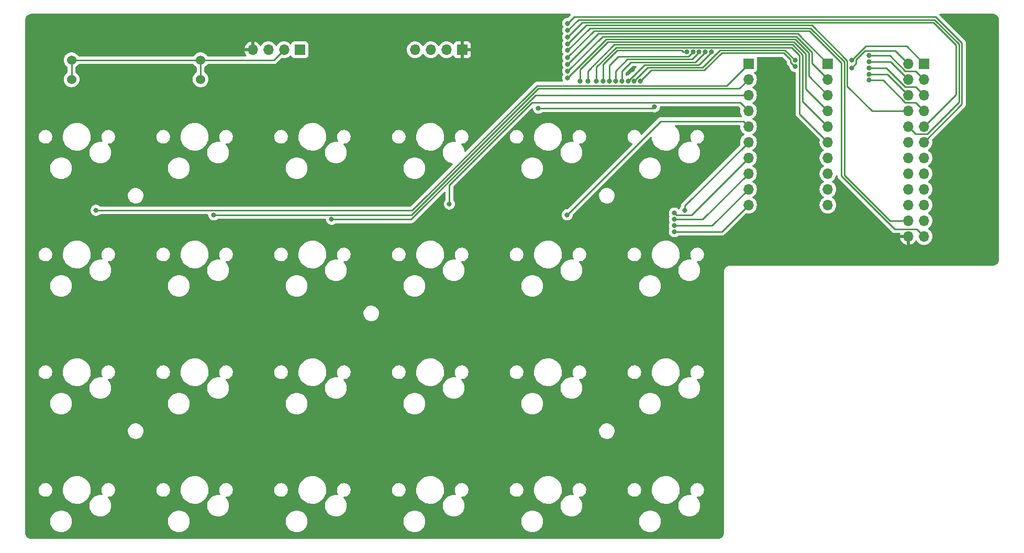
<source format=gbr>
%TF.GenerationSoftware,KiCad,Pcbnew,7.0.1*%
%TF.CreationDate,2023-05-06T18:31:28+10:00*%
%TF.ProjectId,switch_grid_test,73776974-6368-45f6-9772-69645f746573,rev?*%
%TF.SameCoordinates,Original*%
%TF.FileFunction,Copper,L1,Top*%
%TF.FilePolarity,Positive*%
%FSLAX46Y46*%
G04 Gerber Fmt 4.6, Leading zero omitted, Abs format (unit mm)*
G04 Created by KiCad (PCBNEW 7.0.1) date 2023-05-06 18:31:28*
%MOMM*%
%LPD*%
G01*
G04 APERTURE LIST*
%TA.AperFunction,ComponentPad*%
%ADD10R,1.700000X1.700000*%
%TD*%
%TA.AperFunction,ComponentPad*%
%ADD11O,1.700000X1.700000*%
%TD*%
%TA.AperFunction,ComponentPad*%
%ADD12C,1.524000*%
%TD*%
%TA.AperFunction,ViaPad*%
%ADD13C,0.800000*%
%TD*%
%TA.AperFunction,Conductor*%
%ADD14C,0.250000*%
%TD*%
G04 APERTURE END LIST*
D10*
%TO.P,PRG1,1,Pin_1*%
%TO.N,GND*%
X109675000Y-88825000D03*
D11*
%TO.P,PRG1,2,Pin_2*%
%TO.N,SWCLK*%
X107135000Y-88825000D03*
%TO.P,PRG1,3,Pin_3*%
%TO.N,SWDIO*%
X104595000Y-88825000D03*
%TO.P,PRG1,4,Pin_4*%
%TO.N,VCC*%
X102055000Y-88825000D03*
%TD*%
D10*
%TO.P,J1,1,Pin_1*%
%TO.N,COL0*%
X155975000Y-91075000D03*
D11*
%TO.P,J1,2,Pin_2*%
%TO.N,COL1*%
X155975000Y-93615000D03*
%TO.P,J1,3,Pin_3*%
%TO.N,COL2*%
X155975000Y-96155000D03*
%TO.P,J1,4,Pin_4*%
%TO.N,COL3*%
X155975000Y-98695000D03*
%TO.P,J1,5,Pin_5*%
%TO.N,COL4*%
X155975000Y-101235000D03*
%TO.P,J1,6,Pin_6*%
%TO.N,COL5*%
X155975000Y-103775000D03*
%TO.P,J1,7,Pin_7*%
%TO.N,ROW0*%
X155975000Y-106315000D03*
%TO.P,J1,8,Pin_8*%
%TO.N,ROW1*%
X155975000Y-108855000D03*
%TO.P,J1,9,Pin_9*%
%TO.N,ROW2*%
X155975000Y-111395000D03*
%TO.P,J1,10,Pin_10*%
%TO.N,ROW3*%
X155975000Y-113935000D03*
%TD*%
D10*
%TO.P,CHG1,1,Pin_1*%
%TO.N,VCC*%
X83425000Y-88825000D03*
D11*
%TO.P,CHG1,2,Pin_2*%
%TO.N,B+*%
X80885000Y-88825000D03*
%TO.P,CHG1,3,Pin_3*%
%TO.N,B-*%
X78345000Y-88825000D03*
%TO.P,CHG1,4,Pin_4*%
%TO.N,GND*%
X75805000Y-88825000D03*
%TD*%
D10*
%TO.P,J2,1,Pin_1*%
%TO.N,COL0MCU*%
X168825000Y-91075000D03*
D11*
%TO.P,J2,2,Pin_2*%
%TO.N,COL1MCU*%
X168825000Y-93615000D03*
%TO.P,J2,3,Pin_3*%
%TO.N,COL2MCU*%
X168825000Y-96155000D03*
%TO.P,J2,4,Pin_4*%
%TO.N,COL3MCU*%
X168825000Y-98695000D03*
%TO.P,J2,5,Pin_5*%
%TO.N,COL4MCU*%
X168825000Y-101235000D03*
%TO.P,J2,6,Pin_6*%
%TO.N,COL5MCU*%
X168825000Y-103775000D03*
%TO.P,J2,7,Pin_7*%
%TO.N,ROW0MCU*%
X168825000Y-106315000D03*
%TO.P,J2,8,Pin_8*%
%TO.N,ROW1MCU*%
X168825000Y-108855000D03*
%TO.P,J2,9,Pin_9*%
%TO.N,ROW2MCU*%
X168825000Y-111395000D03*
%TO.P,J2,10,Pin_10*%
%TO.N,ROW3MCU*%
X168825000Y-113935000D03*
%TD*%
D10*
%TO.P,J3,1,Pin_1*%
%TO.N,MCUP04*%
X184365000Y-91075000D03*
D11*
%TO.P,J3,2,Pin_2*%
%TO.N,MCUP05*%
X181825000Y-91075000D03*
%TO.P,J3,3,Pin_3*%
%TO.N,MCUP06*%
X184365000Y-93615000D03*
%TO.P,J3,4,Pin_4*%
%TO.N,MCUP07*%
X181825000Y-93615000D03*
%TO.P,J3,5,Pin_5*%
%TO.N,MCUP08*%
X184365000Y-96155000D03*
%TO.P,J3,6,Pin_6*%
%TO.N,MCUP09*%
X181825000Y-96155000D03*
%TO.P,J3,7,Pin_7*%
%TO.N,MCUP10*%
X184365000Y-98695000D03*
%TO.P,J3,8,Pin_8*%
%TO.N,MCUP17*%
X181825000Y-98695000D03*
%TO.P,J3,9,Pin_9*%
%TO.N,MCUP18*%
X184365000Y-101235000D03*
%TO.P,J3,10,Pin_10*%
%TO.N,MCUP19*%
X181825000Y-101235000D03*
%TO.P,J3,11,Pin_11*%
%TO.N,MCUP20*%
X184365000Y-103775000D03*
%TO.P,J3,12,Pin_12*%
%TO.N,MCUP21*%
X181825000Y-103775000D03*
%TO.P,J3,13,Pin_13*%
%TO.N,MCUP22*%
X184365000Y-106315000D03*
%TO.P,J3,14,Pin_14*%
%TO.N,MCUP23*%
X181825000Y-106315000D03*
%TO.P,J3,15,Pin_15*%
%TO.N,MCUP24*%
X184365000Y-108855000D03*
%TO.P,J3,16,Pin_16*%
%TO.N,MCUP25*%
X181825000Y-108855000D03*
%TO.P,J3,17,Pin_17*%
%TO.N,MCUNC1*%
X184365000Y-111395000D03*
%TO.P,J3,18,Pin_18*%
%TO.N,MCUNC2*%
X181825000Y-111395000D03*
%TO.P,J3,19,Pin_19*%
%TO.N,MCUP28*%
X184365000Y-113935000D03*
%TO.P,J3,20,Pin_20*%
%TO.N,MCUP29*%
X181825000Y-113935000D03*
%TO.P,J3,21,Pin_21*%
%TO.N,MCUP30*%
X184365000Y-116475000D03*
%TO.P,J3,22,Pin_22*%
%TO.N,SWCLK*%
X181825000Y-116475000D03*
%TO.P,J3,23,Pin_23*%
%TO.N,SWDIO*%
X184365000Y-119015000D03*
%TO.P,J3,24,Pin_24*%
%TO.N,GND*%
X181825000Y-119015000D03*
%TD*%
D12*
%TO.P,BT1,1,+*%
%TO.N,B+*%
X46512000Y-90500000D03*
X46512000Y-93600000D03*
X67362000Y-90500000D03*
X67362000Y-93600000D03*
%TD*%
D13*
%TO.N,COL0*%
X50450000Y-114808000D03*
%TO.N,COL1*%
X69500000Y-115532500D03*
%TO.N,COL2*%
X88550000Y-116257000D03*
%TO.N,COL3*%
X107600000Y-113792000D03*
%TO.N,COL4*%
X126650000Y-115532500D03*
%TO.N,COL5*%
X145700000Y-114808000D03*
%TO.N,ROW0*%
X144000000Y-115251491D03*
%TO.N,ROW1*%
X144000000Y-116250994D03*
%TO.N,ROW2*%
X144000000Y-117250497D03*
%TO.N,ROW3*%
X144000000Y-118250000D03*
%TO.N,GND*%
X137250000Y-92000000D03*
%TO.N,COL0MCU*%
X126750000Y-91153500D03*
%TO.N,COL1MCU*%
X126750000Y-92250000D03*
%TO.N,COL2MCU*%
X126750000Y-93353500D03*
%TO.N,COL3MCU*%
X128750000Y-93895500D03*
%TO.N,COL4MCU*%
X130000000Y-93895500D03*
%TO.N,COL5MCU*%
X131375000Y-93875000D03*
%TO.N,VCC*%
X122000000Y-98250000D03*
X140750000Y-98054500D03*
%TO.N,MCUP04*%
X172676000Y-90524500D03*
X163525500Y-91523677D03*
X138499503Y-93895500D03*
%TO.N,MCUP05*%
X172678104Y-91755492D03*
X163500000Y-90524500D03*
X137500000Y-93895500D03*
%TO.N,MCUP06*%
X150000000Y-89174500D03*
X175475500Y-89750000D03*
X136498509Y-93895500D03*
%TO.N,MCUP07*%
X135499006Y-93895500D03*
X149000000Y-89174500D03*
X175475500Y-90749503D03*
%TO.N,MCUP08*%
X147999006Y-89174500D03*
X175475500Y-91750000D03*
X134499503Y-93895500D03*
%TO.N,MCUP09*%
X133500000Y-93895500D03*
X146999503Y-89174500D03*
X175475500Y-92750000D03*
%TO.N,SWCLK*%
X126718594Y-88903470D03*
%TO.N,SWDIO*%
X126750000Y-90053500D03*
%TO.N,MCUP10*%
X132500000Y-93895500D03*
X175475500Y-93750000D03*
X146000000Y-89174500D03*
%TO.N,MCUP17*%
X126750000Y-87853500D03*
%TO.N,MCUP18*%
X126750000Y-86753500D03*
%TO.N,MCUP19*%
X126750000Y-85653500D03*
%TO.N,MCUP20*%
X126750000Y-84553500D03*
%TD*%
D14*
%TO.N,COL0*%
X101593650Y-114808000D02*
X121781650Y-94620000D01*
X50450000Y-114808000D02*
X101593650Y-114808000D01*
X121781650Y-94620000D02*
X152430000Y-94620000D01*
X152430000Y-94620000D02*
X155975000Y-91075000D01*
%TO.N,COL1*%
X121968046Y-95070000D02*
X101505546Y-115532500D01*
X101505546Y-115532500D02*
X69500000Y-115532500D01*
X154520000Y-95070000D02*
X121968046Y-95070000D01*
X155975000Y-93615000D02*
X154520000Y-95070000D01*
%TO.N,COL2*%
X101417442Y-116257000D02*
X121519442Y-96155000D01*
X88550000Y-116257000D02*
X101417442Y-116257000D01*
X121519442Y-96155000D02*
X155975000Y-96155000D01*
%TO.N,COL3*%
X107600000Y-113792000D02*
X107600000Y-110710838D01*
X120980838Y-97330000D02*
X154610000Y-97330000D01*
X154610000Y-97330000D02*
X155975000Y-98695000D01*
X107600000Y-110710838D02*
X120980838Y-97330000D01*
%TO.N,COL4*%
X140231100Y-101951400D02*
X140231100Y-101918769D01*
X126650000Y-115532500D02*
X140231100Y-101951400D01*
X155125000Y-100385000D02*
X155975000Y-101235000D01*
X141764869Y-100385000D02*
X155125000Y-100385000D01*
X140231100Y-101918769D02*
X141764869Y-100385000D01*
%TO.N,COL5*%
X145700000Y-114808000D02*
X145700000Y-114050000D01*
X145700000Y-114050000D02*
X155975000Y-103775000D01*
%TO.N,ROW0*%
X144000000Y-115251491D02*
X144281509Y-115533000D01*
X144281509Y-115533000D02*
X146757000Y-115533000D01*
X146757000Y-115533000D02*
X155975000Y-106315000D01*
%TO.N,ROW1*%
X148579006Y-116250994D02*
X144000000Y-116250994D01*
X155975000Y-108855000D02*
X148579006Y-116250994D01*
%TO.N,ROW2*%
X144000000Y-117250497D02*
X150119503Y-117250497D01*
X150119503Y-117250497D02*
X155975000Y-111395000D01*
%TO.N,ROW3*%
X151660000Y-118250000D02*
X144000000Y-118250000D01*
X155975000Y-113935000D02*
X151660000Y-118250000D01*
%TO.N,COL0MCU*%
X126750000Y-91153500D02*
X131703500Y-86200000D01*
X131703500Y-86200000D02*
X163950000Y-86200000D01*
X163950000Y-86200000D02*
X168825000Y-91075000D01*
%TO.N,COL1MCU*%
X126750000Y-92250000D02*
X132350000Y-86650000D01*
X166250000Y-91000000D02*
X168825000Y-93575000D01*
X163695584Y-86650000D02*
X166250000Y-89204416D01*
X168825000Y-93575000D02*
X168825000Y-93615000D01*
X166250000Y-89204416D02*
X166250000Y-91000000D01*
X132350000Y-86650000D02*
X163695584Y-86650000D01*
%TO.N,COL2MCU*%
X133003500Y-87100000D02*
X163509188Y-87100000D01*
X165750000Y-89340812D02*
X165750000Y-93080000D01*
X165750000Y-93080000D02*
X168825000Y-96155000D01*
X126750000Y-93353500D02*
X133003500Y-87100000D01*
X163509188Y-87100000D02*
X165750000Y-89340812D01*
%TO.N,COL3MCU*%
X133200000Y-87550000D02*
X163322792Y-87550000D01*
X128750000Y-93895500D02*
X128750000Y-92000000D01*
X128750000Y-92000000D02*
X133200000Y-87550000D01*
X163322792Y-87550000D02*
X165250000Y-89477208D01*
X165250000Y-95120000D02*
X168825000Y-98695000D01*
X165250000Y-89477208D02*
X165250000Y-95120000D01*
%TO.N,COL4MCU*%
X130000000Y-93895500D02*
X130000000Y-92250000D01*
X164750000Y-89613604D02*
X164750000Y-97160000D01*
X163136396Y-88000000D02*
X164750000Y-89613604D01*
X130000000Y-92250000D02*
X134250000Y-88000000D01*
X164750000Y-97160000D02*
X168825000Y-101235000D01*
X134250000Y-88000000D02*
X163136396Y-88000000D01*
%TO.N,COL5MCU*%
X164250000Y-99200000D02*
X168825000Y-103775000D01*
X134550000Y-88450000D02*
X162950000Y-88450000D01*
X162950000Y-88450000D02*
X164250000Y-89750000D01*
X131375000Y-91625000D02*
X134550000Y-88450000D01*
X164250000Y-89750000D02*
X164250000Y-99200000D01*
X131375000Y-93875000D02*
X131375000Y-91625000D01*
%TO.N,VCC*%
X122000000Y-98250000D02*
X140554500Y-98250000D01*
X140554500Y-98250000D02*
X140750000Y-98054500D01*
%TO.N,MCUP04*%
X161689104Y-89350000D02*
X151650000Y-89350000D01*
X181540000Y-88250000D02*
X184365000Y-91075000D01*
X151650000Y-89350000D02*
X148850000Y-92150000D01*
X140245003Y-92150000D02*
X138499503Y-93895500D01*
X163473872Y-91523677D02*
X162775000Y-90824805D01*
X172676000Y-90524500D02*
X174950500Y-88250000D01*
X174950500Y-88250000D02*
X181540000Y-88250000D01*
X148850000Y-92150000D02*
X140245003Y-92150000D01*
X162775000Y-90824805D02*
X162775000Y-90435896D01*
X163525500Y-91523677D02*
X163473872Y-91523677D01*
X162775000Y-90435896D02*
X161689104Y-89350000D01*
%TO.N,MCUP05*%
X151350000Y-88900000D02*
X148550000Y-91700000D01*
X163500000Y-90524500D02*
X161875500Y-88900000D01*
X137500000Y-93869698D02*
X137500000Y-93895500D01*
X174836896Y-89000000D02*
X179750000Y-89000000D01*
X173401000Y-90435896D02*
X174836896Y-89000000D01*
X173401000Y-91032596D02*
X173401000Y-90435896D01*
X161875500Y-88900000D02*
X151350000Y-88900000D01*
X148550000Y-91700000D02*
X139669698Y-91700000D01*
X179750000Y-89000000D02*
X181825000Y-91075000D01*
X139669698Y-91700000D02*
X137500000Y-93869698D01*
X172678104Y-91755492D02*
X173401000Y-91032596D01*
%TO.N,MCUP06*%
X178838299Y-89750000D02*
X181338299Y-92250000D01*
X175475500Y-89750000D02*
X178838299Y-89750000D01*
X150000000Y-89174500D02*
X150000000Y-89199805D01*
X183000000Y-92250000D02*
X184365000Y-93615000D01*
X139120195Y-91250000D02*
X136498509Y-93871686D01*
X147949805Y-91250000D02*
X139120195Y-91250000D01*
X150000000Y-89199805D02*
X147949805Y-91250000D01*
X136498509Y-93871686D02*
X136498509Y-93895500D01*
X181338299Y-92250000D02*
X183000000Y-92250000D01*
%TO.N,MCUP07*%
X149000000Y-89198811D02*
X147399311Y-90799500D01*
X135499006Y-92250994D02*
X135499006Y-93895500D01*
X175475500Y-90749503D02*
X178959503Y-90749503D01*
X136950500Y-90799500D02*
X135499006Y-92250994D01*
X178959503Y-90749503D02*
X181825000Y-93615000D01*
X149000000Y-89174500D02*
X149000000Y-89198811D01*
X147399311Y-90799500D02*
X136950500Y-90799500D01*
%TO.N,MCUP08*%
X147999006Y-89174500D02*
X147724503Y-89449003D01*
X147724503Y-89474805D02*
X146849808Y-90349500D01*
X146849808Y-90349500D02*
X136400500Y-90349500D01*
X178298299Y-91750000D02*
X181338299Y-94790000D01*
X183000000Y-94790000D02*
X184365000Y-96155000D01*
X134499503Y-92250497D02*
X134499503Y-93895500D01*
X136400500Y-90349500D02*
X134499503Y-92250497D01*
X175475500Y-91750000D02*
X178298299Y-91750000D01*
X181338299Y-94790000D02*
X183000000Y-94790000D01*
X147724503Y-89449003D02*
X147724503Y-89474805D01*
%TO.N,MCUP09*%
X146725000Y-89449003D02*
X146725000Y-89474805D01*
X134950500Y-89899500D02*
X133500000Y-91350000D01*
X146725000Y-89474805D02*
X146300305Y-89899500D01*
X175475500Y-92750000D02*
X178420000Y-92750000D01*
X146999503Y-89174500D02*
X146725000Y-89449003D01*
X133500000Y-91350000D02*
X133500000Y-93895500D01*
X146300305Y-89899500D02*
X134950500Y-89899500D01*
X178420000Y-92750000D02*
X181825000Y-96155000D01*
%TO.N,SWCLK*%
X171500000Y-90763604D02*
X171500000Y-109113604D01*
X126718594Y-88903470D02*
X126725335Y-88903470D01*
X171500000Y-109113604D02*
X178861396Y-116475000D01*
X130328805Y-85300000D02*
X166036396Y-85300000D01*
X166036396Y-85300000D02*
X171500000Y-90763604D01*
X126725335Y-88903470D02*
X130328805Y-85300000D01*
X178861396Y-116475000D02*
X181825000Y-116475000D01*
%TO.N,SWDIO*%
X131000000Y-85750000D02*
X165850000Y-85750000D01*
X126750000Y-90000000D02*
X131000000Y-85750000D01*
X179590000Y-117840000D02*
X183190000Y-117840000D01*
X165850000Y-85750000D02*
X171000000Y-90900000D01*
X183190000Y-117840000D02*
X184365000Y-119015000D01*
X171000000Y-90900000D02*
X171000000Y-109250000D01*
X126750000Y-90053500D02*
X126750000Y-90000000D01*
X171000000Y-109250000D02*
X179590000Y-117840000D01*
%TO.N,MCUP10*%
X175475500Y-93750000D02*
X177758299Y-93750000D01*
X177758299Y-93750000D02*
X181338299Y-97330000D01*
X145150000Y-88900000D02*
X134736396Y-88900000D01*
X145424500Y-89174500D02*
X145150000Y-88900000D01*
X132500000Y-91136396D02*
X132500000Y-93895500D01*
X146000000Y-89174500D02*
X145424500Y-89174500D01*
X181338299Y-97330000D02*
X183000000Y-97330000D01*
X134736396Y-88900000D02*
X132500000Y-91136396D01*
X183000000Y-97330000D02*
X184365000Y-98695000D01*
%TO.N,MCUP17*%
X129753500Y-84850000D02*
X166222792Y-84850000D01*
X171950000Y-94700000D02*
X175945000Y-98695000D01*
X166222792Y-84850000D02*
X171950000Y-90577208D01*
X171950000Y-90577208D02*
X171950000Y-94700000D01*
X175945000Y-98695000D02*
X181825000Y-98695000D01*
X126750000Y-87853500D02*
X129753500Y-84850000D01*
%TO.N,MCUP18*%
X129103500Y-84400000D02*
X185900000Y-84400000D01*
X189550000Y-96050000D02*
X184365000Y-101235000D01*
X126750000Y-86753500D02*
X129103500Y-84400000D01*
X189550000Y-88050000D02*
X189550000Y-96050000D01*
X185900000Y-84400000D02*
X189550000Y-88050000D01*
%TO.N,MCUP19*%
X190000000Y-97261701D02*
X184851701Y-102410000D01*
X186086396Y-83950000D02*
X190000000Y-87863604D01*
X190000000Y-87863604D02*
X190000000Y-97261701D01*
X184851701Y-102410000D02*
X183000000Y-102410000D01*
X126750000Y-85653500D02*
X128453500Y-83950000D01*
X128453500Y-83950000D02*
X186086396Y-83950000D01*
X183000000Y-102410000D02*
X181825000Y-101235000D01*
%TO.N,MCUP20*%
X127803500Y-83500000D02*
X186272792Y-83500000D01*
X190500000Y-87727208D02*
X190500000Y-97640000D01*
X190500000Y-97640000D02*
X184365000Y-103775000D01*
X186272792Y-83500000D02*
X190500000Y-87727208D01*
X126750000Y-84553500D02*
X127803500Y-83500000D01*
%TO.N,B+*%
X67362000Y-90500000D02*
X67362000Y-93600000D01*
X67362000Y-90500000D02*
X79210000Y-90500000D01*
X46512000Y-93600000D02*
X46512000Y-90500000D01*
X79210000Y-90500000D02*
X80885000Y-88825000D01*
X46512000Y-90500000D02*
X67362000Y-90500000D01*
%TD*%
%TA.AperFunction,Conductor*%
%TO.N,GND*%
G36*
X127175342Y-83014015D02*
G01*
X127219365Y-83051615D01*
X127241520Y-83105102D01*
X127236978Y-83162818D01*
X127206728Y-83212181D01*
X126802228Y-83616681D01*
X126762000Y-83643561D01*
X126714547Y-83653000D01*
X126655352Y-83653000D01*
X126470197Y-83692355D01*
X126297269Y-83769348D01*
X126144129Y-83880610D01*
X126017466Y-84021283D01*
X125922820Y-84185215D01*
X125864326Y-84365242D01*
X125844540Y-84553500D01*
X125864326Y-84741757D01*
X125922820Y-84921784D01*
X125991939Y-85041500D01*
X126008552Y-85103500D01*
X125991939Y-85165500D01*
X125922820Y-85285215D01*
X125864326Y-85465242D01*
X125844540Y-85653500D01*
X125864326Y-85841757D01*
X125922820Y-86021784D01*
X125991939Y-86141500D01*
X126008552Y-86203500D01*
X125991939Y-86265500D01*
X125922820Y-86385215D01*
X125864326Y-86565242D01*
X125844540Y-86753499D01*
X125864326Y-86941757D01*
X125922820Y-87121784D01*
X125991939Y-87241500D01*
X126008552Y-87303500D01*
X125991939Y-87365500D01*
X125922820Y-87485215D01*
X125864326Y-87665242D01*
X125851581Y-87786505D01*
X125844540Y-87853500D01*
X125850313Y-87908430D01*
X125864326Y-88041757D01*
X125922820Y-88221784D01*
X125961793Y-88289286D01*
X125978406Y-88351286D01*
X125961793Y-88413286D01*
X125891414Y-88535185D01*
X125832920Y-88715212D01*
X125832919Y-88715214D01*
X125832920Y-88715214D01*
X125813134Y-88903470D01*
X125821188Y-88980102D01*
X125832920Y-89091727D01*
X125891414Y-89271754D01*
X125990677Y-89443683D01*
X126007290Y-89505683D01*
X125990678Y-89567682D01*
X125922820Y-89685216D01*
X125864326Y-89865242D01*
X125844540Y-90053499D01*
X125864326Y-90241757D01*
X125922820Y-90421784D01*
X125991939Y-90541500D01*
X126008552Y-90603500D01*
X125991939Y-90665500D01*
X125922820Y-90785215D01*
X125864326Y-90965242D01*
X125844540Y-91153500D01*
X125864326Y-91341757D01*
X125922820Y-91521784D01*
X125990928Y-91639749D01*
X126007541Y-91701749D01*
X125990928Y-91763748D01*
X125922821Y-91881713D01*
X125864326Y-92061742D01*
X125844540Y-92250000D01*
X125864326Y-92438257D01*
X125922820Y-92618284D01*
X125992949Y-92739750D01*
X126009562Y-92801750D01*
X125992949Y-92863750D01*
X125922820Y-92985215D01*
X125864326Y-93165242D01*
X125844540Y-93353500D01*
X125864326Y-93541757D01*
X125922820Y-93721784D01*
X125972886Y-93808500D01*
X125989499Y-93870500D01*
X125972886Y-93932500D01*
X125927499Y-93977887D01*
X125865499Y-93994500D01*
X121864390Y-93994500D01*
X121843886Y-93992236D01*
X121773794Y-93994439D01*
X121769900Y-93994500D01*
X121742298Y-93994500D01*
X121738303Y-93995004D01*
X121726679Y-93995918D01*
X121683018Y-93997290D01*
X121663779Y-94002880D01*
X121644730Y-94006825D01*
X121624858Y-94009335D01*
X121584243Y-94025415D01*
X121573199Y-94029196D01*
X121531261Y-94041382D01*
X121514014Y-94051581D01*
X121496550Y-94060136D01*
X121477917Y-94067514D01*
X121442576Y-94093189D01*
X121432818Y-94099599D01*
X121395229Y-94121829D01*
X121381060Y-94135998D01*
X121366272Y-94148628D01*
X121350063Y-94160405D01*
X121322222Y-94194058D01*
X121314361Y-94202696D01*
X110253538Y-105263520D01*
X110194579Y-105296467D01*
X110127098Y-105293626D01*
X110071117Y-105255841D01*
X110043242Y-105194321D01*
X110035717Y-105144400D01*
X110021396Y-105049385D01*
X109944063Y-104798677D01*
X109830228Y-104562296D01*
X109682433Y-104345521D01*
X109682431Y-104345518D01*
X109583284Y-104238664D01*
X109555717Y-104208953D01*
X109524897Y-104148287D01*
X109530732Y-104080490D01*
X109571465Y-104025981D01*
X109634827Y-104001174D01*
X109789389Y-103986416D01*
X109991211Y-103927156D01*
X110178170Y-103830771D01*
X110343510Y-103700747D01*
X110481255Y-103541781D01*
X110586426Y-103359619D01*
X110655222Y-103160846D01*
X110685157Y-102952645D01*
X110675148Y-102742541D01*
X110625558Y-102538129D01*
X110538179Y-102346795D01*
X110538178Y-102346794D01*
X110538177Y-102346791D01*
X110416170Y-102175458D01*
X110416169Y-102175456D01*
X110263937Y-102030303D01*
X110263934Y-102030301D01*
X110263933Y-102030300D01*
X110086990Y-101916585D01*
X109940634Y-101857992D01*
X109891712Y-101838407D01*
X109891711Y-101838406D01*
X109891709Y-101838406D01*
X109685172Y-101798600D01*
X109685171Y-101798600D01*
X109527532Y-101798600D01*
X109440353Y-101806924D01*
X109370607Y-101813584D01*
X109168786Y-101872844D01*
X108981832Y-101969227D01*
X108816491Y-102099252D01*
X108678743Y-102258220D01*
X108573574Y-102440379D01*
X108504777Y-102639154D01*
X108474843Y-102847352D01*
X108474843Y-102847355D01*
X108484852Y-103057459D01*
X108534442Y-103261871D01*
X108560692Y-103319351D01*
X108621822Y-103453208D01*
X108660116Y-103506984D01*
X108682937Y-103572379D01*
X108667123Y-103639812D01*
X108617609Y-103688244D01*
X108549843Y-103702564D01*
X108375499Y-103689500D01*
X108375494Y-103689500D01*
X108244506Y-103689500D01*
X108244501Y-103689500D01*
X108048372Y-103704197D01*
X107792581Y-103762580D01*
X107548358Y-103858431D01*
X107321143Y-103989613D01*
X107116015Y-104153198D01*
X106937571Y-104345514D01*
X106894994Y-104407964D01*
X106789772Y-104562296D01*
X106675937Y-104798677D01*
X106598604Y-105049385D01*
X106559500Y-105308818D01*
X106559500Y-105571182D01*
X106598604Y-105830615D01*
X106675937Y-106081323D01*
X106789772Y-106317704D01*
X106844811Y-106398431D01*
X106937571Y-106534485D01*
X107084836Y-106693198D01*
X107116019Y-106726805D01*
X107321143Y-106890386D01*
X107548357Y-107021568D01*
X107716550Y-107087579D01*
X107754048Y-107102296D01*
X107792584Y-107117420D01*
X108048370Y-107175802D01*
X108049157Y-107175860D01*
X108051287Y-107176021D01*
X108054304Y-107177156D01*
X108057430Y-107177870D01*
X108057332Y-107178296D01*
X108116584Y-107200596D01*
X108158277Y-107256537D01*
X108163166Y-107326135D01*
X108129703Y-107387355D01*
X101370878Y-114146181D01*
X101330650Y-114173061D01*
X101283197Y-114182500D01*
X51153747Y-114182500D01*
X51103312Y-114171780D01*
X51061598Y-114141473D01*
X51055871Y-114135112D01*
X50902730Y-114023849D01*
X50902729Y-114023848D01*
X50902727Y-114023847D01*
X50729802Y-113946855D01*
X50544648Y-113907500D01*
X50544646Y-113907500D01*
X50355354Y-113907500D01*
X50355352Y-113907500D01*
X50170197Y-113946855D01*
X49997269Y-114023848D01*
X49844129Y-114135110D01*
X49717466Y-114275783D01*
X49622820Y-114439715D01*
X49564326Y-114619742D01*
X49544540Y-114808000D01*
X49564326Y-114996257D01*
X49622820Y-115176284D01*
X49717466Y-115340216D01*
X49844129Y-115480889D01*
X49997269Y-115592151D01*
X50170197Y-115669144D01*
X50355352Y-115708500D01*
X50355354Y-115708500D01*
X50544646Y-115708500D01*
X50544648Y-115708500D01*
X50668084Y-115682262D01*
X50729803Y-115669144D01*
X50902730Y-115592151D01*
X51055871Y-115480888D01*
X51061598Y-115474526D01*
X51103312Y-115444220D01*
X51153747Y-115433500D01*
X68472485Y-115433500D01*
X68530700Y-115448015D01*
X68575286Y-115488160D01*
X68595805Y-115544536D01*
X68611014Y-115689242D01*
X68614326Y-115720757D01*
X68672820Y-115900784D01*
X68767466Y-116064716D01*
X68894129Y-116205389D01*
X69047269Y-116316651D01*
X69220197Y-116393644D01*
X69405352Y-116433000D01*
X69405354Y-116433000D01*
X69594646Y-116433000D01*
X69594648Y-116433000D01*
X69718083Y-116406762D01*
X69779803Y-116393644D01*
X69952730Y-116316651D01*
X70105871Y-116205388D01*
X70111598Y-116199026D01*
X70153312Y-116168720D01*
X70203747Y-116158000D01*
X87522485Y-116158000D01*
X87580700Y-116172515D01*
X87625286Y-116212660D01*
X87645805Y-116269036D01*
X87660969Y-116413316D01*
X87664326Y-116445257D01*
X87722820Y-116625284D01*
X87817466Y-116789216D01*
X87944129Y-116929889D01*
X88097269Y-117041151D01*
X88270197Y-117118144D01*
X88455352Y-117157500D01*
X88455354Y-117157500D01*
X88644646Y-117157500D01*
X88644648Y-117157500D01*
X88768084Y-117131262D01*
X88829803Y-117118144D01*
X89002730Y-117041151D01*
X89155871Y-116929888D01*
X89161598Y-116923526D01*
X89203312Y-116893220D01*
X89253747Y-116882500D01*
X101334698Y-116882500D01*
X101355204Y-116884764D01*
X101358107Y-116884672D01*
X101358109Y-116884673D01*
X101425314Y-116882561D01*
X101429210Y-116882500D01*
X101456791Y-116882500D01*
X101456792Y-116882500D01*
X101460761Y-116881998D01*
X101472407Y-116881080D01*
X101516069Y-116879709D01*
X101535301Y-116874120D01*
X101554360Y-116870174D01*
X101560638Y-116869381D01*
X101574234Y-116867664D01*
X101614849Y-116851582D01*
X101625886Y-116847803D01*
X101667832Y-116835618D01*
X101685071Y-116825422D01*
X101702544Y-116816862D01*
X101721174Y-116809486D01*
X101756506Y-116783814D01*
X101766272Y-116777400D01*
X101803860Y-116755171D01*
X101803859Y-116755171D01*
X101803862Y-116755170D01*
X101818027Y-116741004D01*
X101832815Y-116728373D01*
X101849029Y-116716594D01*
X101876880Y-116682926D01*
X101884721Y-116674309D01*
X106762818Y-111796213D01*
X106812182Y-111765963D01*
X106869898Y-111761421D01*
X106923385Y-111783576D01*
X106960985Y-111827599D01*
X106974500Y-111883894D01*
X106974500Y-113093313D01*
X106966264Y-113137751D01*
X106942652Y-113176282D01*
X106914255Y-113207821D01*
X106867464Y-113259786D01*
X106772820Y-113423715D01*
X106714326Y-113603742D01*
X106694540Y-113792000D01*
X106714326Y-113980257D01*
X106772820Y-114160284D01*
X106867466Y-114324216D01*
X106994129Y-114464889D01*
X107147269Y-114576151D01*
X107320197Y-114653144D01*
X107505352Y-114692500D01*
X107505354Y-114692500D01*
X107694646Y-114692500D01*
X107694648Y-114692500D01*
X107845200Y-114660499D01*
X107879803Y-114653144D01*
X108052730Y-114576151D01*
X108052730Y-114576150D01*
X108205870Y-114464889D01*
X108332533Y-114324216D01*
X108427179Y-114160284D01*
X108435358Y-114135112D01*
X108485674Y-113980256D01*
X108505460Y-113792000D01*
X108485674Y-113603744D01*
X108427179Y-113423716D01*
X108427179Y-113423715D01*
X108332535Y-113259786D01*
X108319427Y-113245229D01*
X108257347Y-113176282D01*
X108233736Y-113137751D01*
X108225500Y-113093313D01*
X108225500Y-111021290D01*
X108234939Y-110973837D01*
X108261819Y-110933609D01*
X111084246Y-108111182D01*
X119259500Y-108111182D01*
X119298604Y-108370615D01*
X119375937Y-108621323D01*
X119489772Y-108857704D01*
X119625766Y-109057170D01*
X119637571Y-109074485D01*
X119805119Y-109255058D01*
X119816019Y-109266805D01*
X120021143Y-109430386D01*
X120248357Y-109561568D01*
X120492584Y-109657420D01*
X120748370Y-109715802D01*
X120804408Y-109720001D01*
X120944501Y-109730500D01*
X120944506Y-109730500D01*
X121075494Y-109730500D01*
X121075499Y-109730500D01*
X121198078Y-109721313D01*
X121271630Y-109715802D01*
X121527416Y-109657420D01*
X121771643Y-109561568D01*
X121998857Y-109430386D01*
X122203981Y-109266805D01*
X122318398Y-109143493D01*
X122382428Y-109074485D01*
X122382429Y-109074482D01*
X122382433Y-109074479D01*
X122530228Y-108857704D01*
X122644063Y-108621323D01*
X122721396Y-108370615D01*
X122760500Y-108111182D01*
X122760500Y-107848818D01*
X122721396Y-107589385D01*
X122644063Y-107338677D01*
X122530228Y-107102296D01*
X122382433Y-106885521D01*
X122382432Y-106885520D01*
X122382428Y-106885514D01*
X122203984Y-106693198D01*
X122203983Y-106693197D01*
X122203981Y-106693195D01*
X121998857Y-106529614D01*
X121998856Y-106529613D01*
X121771641Y-106398431D01*
X121527418Y-106302580D01*
X121271627Y-106244197D01*
X121075499Y-106229500D01*
X121075494Y-106229500D01*
X120944506Y-106229500D01*
X120944501Y-106229500D01*
X120748372Y-106244197D01*
X120492581Y-106302580D01*
X120248358Y-106398431D01*
X120021143Y-106529613D01*
X119816015Y-106693198D01*
X119637571Y-106885514D01*
X119489771Y-107102298D01*
X119381977Y-107326135D01*
X119375937Y-107338677D01*
X119298604Y-107589385D01*
X119259500Y-107848818D01*
X119259500Y-108111182D01*
X111084246Y-108111182D01*
X111378923Y-107816505D01*
X113624246Y-105571182D01*
X125609500Y-105571182D01*
X125648604Y-105830615D01*
X125725937Y-106081323D01*
X125839772Y-106317704D01*
X125894811Y-106398431D01*
X125987571Y-106534485D01*
X126134836Y-106693198D01*
X126166019Y-106726805D01*
X126371143Y-106890386D01*
X126598357Y-107021568D01*
X126766550Y-107087579D01*
X126804048Y-107102296D01*
X126842584Y-107117420D01*
X127098370Y-107175802D01*
X127154408Y-107180001D01*
X127294501Y-107190500D01*
X127294506Y-107190500D01*
X127425494Y-107190500D01*
X127425499Y-107190500D01*
X127548079Y-107181313D01*
X127621630Y-107175802D01*
X127877416Y-107117420D01*
X128121643Y-107021568D01*
X128348857Y-106890386D01*
X128553981Y-106726805D01*
X128664011Y-106608221D01*
X128732428Y-106534485D01*
X128732429Y-106534482D01*
X128732433Y-106534479D01*
X128880228Y-106317704D01*
X128994063Y-106081323D01*
X129071396Y-105830615D01*
X129110500Y-105571182D01*
X129110500Y-105308818D01*
X129071396Y-105049385D01*
X128994063Y-104798677D01*
X128880228Y-104562296D01*
X128732433Y-104345521D01*
X128732431Y-104345518D01*
X128633284Y-104238664D01*
X128605717Y-104208953D01*
X128574897Y-104148287D01*
X128580732Y-104080490D01*
X128621465Y-104025981D01*
X128684827Y-104001174D01*
X128839389Y-103986416D01*
X129041211Y-103927156D01*
X129228170Y-103830771D01*
X129393510Y-103700747D01*
X129531255Y-103541781D01*
X129636426Y-103359619D01*
X129705222Y-103160846D01*
X129735157Y-102952645D01*
X129725148Y-102742541D01*
X129675558Y-102538129D01*
X129588179Y-102346795D01*
X129588178Y-102346794D01*
X129588177Y-102346791D01*
X129466170Y-102175458D01*
X129466169Y-102175456D01*
X129313937Y-102030303D01*
X129313934Y-102030301D01*
X129313933Y-102030300D01*
X129136990Y-101916585D01*
X128990634Y-101857992D01*
X128941712Y-101838407D01*
X128941711Y-101838406D01*
X128941709Y-101838406D01*
X128735172Y-101798600D01*
X128735171Y-101798600D01*
X128577532Y-101798600D01*
X128490353Y-101806924D01*
X128420607Y-101813584D01*
X128218786Y-101872844D01*
X128031832Y-101969227D01*
X127866491Y-102099252D01*
X127728743Y-102258220D01*
X127623574Y-102440379D01*
X127554777Y-102639154D01*
X127524843Y-102847352D01*
X127524843Y-102847355D01*
X127534852Y-103057459D01*
X127584442Y-103261871D01*
X127610692Y-103319351D01*
X127671822Y-103453208D01*
X127710116Y-103506984D01*
X127732937Y-103572379D01*
X127717123Y-103639812D01*
X127667609Y-103688244D01*
X127599843Y-103702564D01*
X127425499Y-103689500D01*
X127425494Y-103689500D01*
X127294506Y-103689500D01*
X127294501Y-103689500D01*
X127098372Y-103704197D01*
X126842581Y-103762580D01*
X126598358Y-103858431D01*
X126371143Y-103989613D01*
X126166015Y-104153198D01*
X125987571Y-104345514D01*
X125944994Y-104407964D01*
X125839772Y-104562296D01*
X125725937Y-104798677D01*
X125648604Y-105049385D01*
X125609500Y-105308818D01*
X125609500Y-105571182D01*
X113624246Y-105571182D01*
X116348072Y-102847355D01*
X117364843Y-102847355D01*
X117374852Y-103057459D01*
X117424442Y-103261871D01*
X117450692Y-103319351D01*
X117511822Y-103453208D01*
X117596684Y-103572379D01*
X117633831Y-103624544D01*
X117786063Y-103769697D01*
X117786065Y-103769698D01*
X117786066Y-103769699D01*
X117963009Y-103883414D01*
X117963014Y-103883416D01*
X118158288Y-103961593D01*
X118287084Y-103986416D01*
X118364828Y-104001400D01*
X118364829Y-104001400D01*
X118522463Y-104001400D01*
X118522468Y-104001400D01*
X118679389Y-103986416D01*
X118881211Y-103927156D01*
X119068170Y-103830771D01*
X119233510Y-103700747D01*
X119371255Y-103541781D01*
X119476426Y-103359619D01*
X119545222Y-103160846D01*
X119571919Y-102975167D01*
X121301833Y-102975167D01*
X121331911Y-103274145D01*
X121401569Y-103566448D01*
X121509567Y-103846857D01*
X121653978Y-104110374D01*
X121726613Y-104208955D01*
X121832223Y-104352290D01*
X122041121Y-104568289D01*
X122276946Y-104754518D01*
X122535487Y-104907652D01*
X122812133Y-105024960D01*
X122812134Y-105024960D01*
X122812136Y-105024961D01*
X122876010Y-105042457D01*
X123101946Y-105104348D01*
X123399755Y-105144400D01*
X123625033Y-105144400D01*
X123625035Y-105144400D01*
X123849820Y-105129352D01*
X123923436Y-105114388D01*
X124144287Y-105069499D01*
X124428151Y-104970931D01*
X124562247Y-104903168D01*
X124696340Y-104835409D01*
X124728269Y-104813491D01*
X124944080Y-104665346D01*
X125166939Y-104463782D01*
X125360943Y-104234312D01*
X125522631Y-103981032D01*
X125649118Y-103708460D01*
X125738146Y-103421462D01*
X125788126Y-103125158D01*
X125798167Y-102824836D01*
X125768089Y-102525855D01*
X125698430Y-102233551D01*
X125590431Y-101953140D01*
X125446021Y-101689625D01*
X125267777Y-101447710D01*
X125058879Y-101231711D01*
X124949465Y-101145308D01*
X124823053Y-101045481D01*
X124693783Y-100968915D01*
X124564513Y-100892348D01*
X124383407Y-100815552D01*
X124287863Y-100775038D01*
X123998058Y-100695653D01*
X123998057Y-100695652D01*
X123998054Y-100695652D01*
X123700245Y-100655600D01*
X123474967Y-100655600D01*
X123474965Y-100655600D01*
X123250179Y-100670647D01*
X122955715Y-100730500D01*
X122671845Y-100829070D01*
X122403659Y-100964590D01*
X122155919Y-101134654D01*
X121933062Y-101336216D01*
X121739057Y-101565687D01*
X121577367Y-101818970D01*
X121450883Y-102091537D01*
X121361854Y-102378537D01*
X121311874Y-102674841D01*
X121301833Y-102975167D01*
X119571919Y-102975167D01*
X119575157Y-102952645D01*
X119565148Y-102742541D01*
X119515558Y-102538129D01*
X119428179Y-102346795D01*
X119428178Y-102346794D01*
X119428177Y-102346791D01*
X119306170Y-102175458D01*
X119306169Y-102175456D01*
X119153937Y-102030303D01*
X119153934Y-102030301D01*
X119153933Y-102030300D01*
X118976990Y-101916585D01*
X118830634Y-101857992D01*
X118781712Y-101838407D01*
X118781711Y-101838406D01*
X118781709Y-101838406D01*
X118575172Y-101798600D01*
X118575171Y-101798600D01*
X118417532Y-101798600D01*
X118330353Y-101806924D01*
X118260607Y-101813584D01*
X118058786Y-101872844D01*
X117871832Y-101969227D01*
X117706491Y-102099252D01*
X117568743Y-102258220D01*
X117463574Y-102440379D01*
X117394777Y-102639154D01*
X117364843Y-102847352D01*
X117364843Y-102847355D01*
X116348072Y-102847355D01*
X120896532Y-98298894D01*
X120956844Y-98265635D01*
X121025603Y-98269689D01*
X121081590Y-98309809D01*
X121107532Y-98373614D01*
X121114326Y-98438257D01*
X121172820Y-98618284D01*
X121267466Y-98782216D01*
X121394129Y-98922889D01*
X121547269Y-99034151D01*
X121720197Y-99111144D01*
X121905352Y-99150500D01*
X121905354Y-99150500D01*
X122094646Y-99150500D01*
X122094648Y-99150500D01*
X122251048Y-99117256D01*
X122279803Y-99111144D01*
X122452730Y-99034151D01*
X122605871Y-98922888D01*
X122611598Y-98916526D01*
X122653312Y-98886220D01*
X122703747Y-98875500D01*
X140353676Y-98875500D01*
X140404112Y-98886221D01*
X140470197Y-98915644D01*
X140655352Y-98955000D01*
X140655354Y-98955000D01*
X140844646Y-98955000D01*
X140844648Y-98955000D01*
X140968083Y-98928762D01*
X141029803Y-98915644D01*
X141202730Y-98838651D01*
X141279877Y-98782601D01*
X141355870Y-98727389D01*
X141482533Y-98586716D01*
X141577179Y-98422784D01*
X141590505Y-98381771D01*
X141635674Y-98242756D01*
X141654194Y-98066536D01*
X141674714Y-98010160D01*
X141719300Y-97970015D01*
X141777515Y-97955500D01*
X154299548Y-97955500D01*
X154347001Y-97964939D01*
X154387229Y-97991819D01*
X154634762Y-98239352D01*
X154666856Y-98294939D01*
X154666856Y-98359126D01*
X154639936Y-98459593D01*
X154619340Y-98695000D01*
X154639936Y-98930407D01*
X154682289Y-99088469D01*
X154701097Y-99158663D01*
X154800965Y-99372830D01*
X154935088Y-99564378D01*
X154957248Y-99627390D01*
X154943502Y-99692757D01*
X154897841Y-99741509D01*
X154833513Y-99759500D01*
X141847613Y-99759500D01*
X141827106Y-99757235D01*
X141756996Y-99759439D01*
X141753101Y-99759500D01*
X141725519Y-99759500D01*
X141721534Y-99760003D01*
X141709902Y-99760918D01*
X141666238Y-99762290D01*
X141646998Y-99767880D01*
X141627950Y-99771825D01*
X141608078Y-99774335D01*
X141567468Y-99790413D01*
X141556423Y-99794194D01*
X141514479Y-99806381D01*
X141497234Y-99816579D01*
X141479773Y-99825133D01*
X141461136Y-99832512D01*
X141425800Y-99858185D01*
X141416043Y-99864595D01*
X141378449Y-99886829D01*
X141364282Y-99900996D01*
X141349493Y-99913626D01*
X141333282Y-99925404D01*
X141305441Y-99959058D01*
X141297580Y-99967697D01*
X139847308Y-101417968D01*
X139831210Y-101430865D01*
X139783196Y-101481994D01*
X139780491Y-101484786D01*
X139760974Y-101504303D01*
X139758515Y-101507474D01*
X139750942Y-101516341D01*
X139721037Y-101548188D01*
X139711386Y-101565743D01*
X139700709Y-101581997D01*
X139686109Y-101600820D01*
X139662814Y-101635094D01*
X138752733Y-102545175D01*
X138702105Y-102575829D01*
X138643035Y-102579524D01*
X138588981Y-102555419D01*
X138552258Y-102509006D01*
X138478179Y-102346795D01*
X138478178Y-102346794D01*
X138478177Y-102346791D01*
X138356170Y-102175458D01*
X138356169Y-102175456D01*
X138203937Y-102030303D01*
X138203934Y-102030301D01*
X138203933Y-102030300D01*
X138026990Y-101916585D01*
X137880634Y-101857992D01*
X137831712Y-101838407D01*
X137831711Y-101838406D01*
X137831709Y-101838406D01*
X137625172Y-101798600D01*
X137625171Y-101798600D01*
X137467532Y-101798600D01*
X137380353Y-101806924D01*
X137310607Y-101813584D01*
X137108786Y-101872844D01*
X136921832Y-101969227D01*
X136756491Y-102099252D01*
X136618743Y-102258220D01*
X136513574Y-102440379D01*
X136444777Y-102639154D01*
X136414843Y-102847352D01*
X136414843Y-102847355D01*
X136424852Y-103057459D01*
X136474442Y-103261871D01*
X136500692Y-103319351D01*
X136561822Y-103453208D01*
X136646684Y-103572379D01*
X136683831Y-103624544D01*
X136836063Y-103769697D01*
X136836065Y-103769698D01*
X136836066Y-103769699D01*
X137013009Y-103883414D01*
X137013014Y-103883416D01*
X137125191Y-103928325D01*
X137174250Y-103963925D01*
X137200574Y-104018528D01*
X137197870Y-104079084D01*
X137166784Y-104131123D01*
X126702228Y-114595681D01*
X126662000Y-114622561D01*
X126614547Y-114632000D01*
X126555352Y-114632000D01*
X126370197Y-114671355D01*
X126197269Y-114748348D01*
X126044129Y-114859610D01*
X125917466Y-115000283D01*
X125822820Y-115164215D01*
X125764326Y-115344242D01*
X125744540Y-115532499D01*
X125764326Y-115720757D01*
X125822820Y-115900784D01*
X125917466Y-116064716D01*
X126044129Y-116205389D01*
X126197269Y-116316651D01*
X126370197Y-116393644D01*
X126555352Y-116433000D01*
X126555354Y-116433000D01*
X126744646Y-116433000D01*
X126744648Y-116433000D01*
X126868083Y-116406762D01*
X126929803Y-116393644D01*
X127102730Y-116316651D01*
X127184833Y-116257000D01*
X127255870Y-116205389D01*
X127261598Y-116199028D01*
X127382533Y-116064716D01*
X127477179Y-115900784D01*
X127535674Y-115720756D01*
X127553321Y-115552844D01*
X127564721Y-115512425D01*
X127588958Y-115478130D01*
X130585760Y-112481328D01*
X131820709Y-112481328D01*
X131850925Y-112704388D01*
X131886211Y-112812988D01*
X131920483Y-112918464D01*
X132027148Y-113116681D01*
X132127032Y-113241931D01*
X132139185Y-113257171D01*
X132167492Y-113292666D01*
X132337004Y-113440765D01*
X132337006Y-113440766D01*
X132530237Y-113556216D01*
X132680847Y-113612740D01*
X132740976Y-113635307D01*
X132962453Y-113675500D01*
X133131153Y-113675500D01*
X133131155Y-113675500D01*
X133299188Y-113660377D01*
X133516170Y-113600493D01*
X133718973Y-113502829D01*
X133901078Y-113370522D01*
X134056632Y-113207825D01*
X134180635Y-113019968D01*
X134269103Y-112812988D01*
X134319191Y-112593537D01*
X134329290Y-112368670D01*
X134299075Y-112145613D01*
X134229517Y-111931536D01*
X134122852Y-111733319D01*
X133982508Y-111557334D01*
X133812996Y-111409235D01*
X133812993Y-111409233D01*
X133619762Y-111293783D01*
X133409025Y-111214693D01*
X133187547Y-111174500D01*
X133018845Y-111174500D01*
X132951631Y-111180549D01*
X132850809Y-111189623D01*
X132633828Y-111249507D01*
X132431027Y-111347170D01*
X132248925Y-111479475D01*
X132093365Y-111642178D01*
X131969365Y-111830031D01*
X131880896Y-112037012D01*
X131830809Y-112256462D01*
X131820709Y-112481328D01*
X130585760Y-112481328D01*
X134955906Y-108111182D01*
X138309500Y-108111182D01*
X138348604Y-108370615D01*
X138425937Y-108621323D01*
X138539772Y-108857704D01*
X138675766Y-109057170D01*
X138687571Y-109074485D01*
X138855119Y-109255058D01*
X138866019Y-109266805D01*
X139071143Y-109430386D01*
X139298357Y-109561568D01*
X139542584Y-109657420D01*
X139798370Y-109715802D01*
X139854408Y-109720001D01*
X139994501Y-109730500D01*
X139994506Y-109730500D01*
X140125494Y-109730500D01*
X140125499Y-109730500D01*
X140248078Y-109721313D01*
X140321630Y-109715802D01*
X140577416Y-109657420D01*
X140821643Y-109561568D01*
X141048857Y-109430386D01*
X141253981Y-109266805D01*
X141368398Y-109143493D01*
X141432428Y-109074485D01*
X141432429Y-109074482D01*
X141432433Y-109074479D01*
X141580228Y-108857704D01*
X141694063Y-108621323D01*
X141771396Y-108370615D01*
X141810500Y-108111182D01*
X141810500Y-107848818D01*
X141771396Y-107589385D01*
X141694063Y-107338677D01*
X141580228Y-107102296D01*
X141432433Y-106885521D01*
X141432432Y-106885520D01*
X141432428Y-106885514D01*
X141253984Y-106693198D01*
X141253983Y-106693197D01*
X141253981Y-106693195D01*
X141048857Y-106529614D01*
X141048856Y-106529613D01*
X140821641Y-106398431D01*
X140577418Y-106302580D01*
X140321627Y-106244197D01*
X140125499Y-106229500D01*
X140125494Y-106229500D01*
X139994506Y-106229500D01*
X139994501Y-106229500D01*
X139798372Y-106244197D01*
X139542581Y-106302580D01*
X139298358Y-106398431D01*
X139071143Y-106529613D01*
X138866015Y-106693198D01*
X138687571Y-106885514D01*
X138539771Y-107102298D01*
X138431977Y-107326135D01*
X138425937Y-107338677D01*
X138348604Y-107589385D01*
X138309500Y-107848818D01*
X138309500Y-108111182D01*
X134955906Y-108111182D01*
X137495906Y-105571182D01*
X144659500Y-105571182D01*
X144698604Y-105830615D01*
X144775937Y-106081323D01*
X144889772Y-106317704D01*
X144944811Y-106398431D01*
X145037571Y-106534485D01*
X145184836Y-106693198D01*
X145216019Y-106726805D01*
X145421143Y-106890386D01*
X145648357Y-107021568D01*
X145816550Y-107087579D01*
X145854048Y-107102296D01*
X145892584Y-107117420D01*
X146148370Y-107175802D01*
X146204408Y-107180001D01*
X146344501Y-107190500D01*
X146344506Y-107190500D01*
X146475494Y-107190500D01*
X146475499Y-107190500D01*
X146598079Y-107181313D01*
X146671630Y-107175802D01*
X146927416Y-107117420D01*
X147171643Y-107021568D01*
X147398857Y-106890386D01*
X147603981Y-106726805D01*
X147714011Y-106608221D01*
X147782428Y-106534485D01*
X147782429Y-106534482D01*
X147782433Y-106534479D01*
X147930228Y-106317704D01*
X148044063Y-106081323D01*
X148121396Y-105830615D01*
X148160500Y-105571182D01*
X148160500Y-105308818D01*
X148121396Y-105049385D01*
X148044063Y-104798677D01*
X147930228Y-104562296D01*
X147782433Y-104345521D01*
X147782431Y-104345518D01*
X147683284Y-104238664D01*
X147655717Y-104208953D01*
X147624897Y-104148287D01*
X147630732Y-104080490D01*
X147671465Y-104025981D01*
X147734827Y-104001174D01*
X147889389Y-103986416D01*
X148091211Y-103927156D01*
X148278170Y-103830771D01*
X148443510Y-103700747D01*
X148581255Y-103541781D01*
X148686426Y-103359619D01*
X148755222Y-103160846D01*
X148785157Y-102952645D01*
X148775148Y-102742541D01*
X148725558Y-102538129D01*
X148638179Y-102346795D01*
X148638178Y-102346794D01*
X148638177Y-102346791D01*
X148516170Y-102175458D01*
X148516169Y-102175456D01*
X148363937Y-102030303D01*
X148363934Y-102030301D01*
X148363933Y-102030300D01*
X148186990Y-101916585D01*
X148040634Y-101857992D01*
X147991712Y-101838407D01*
X147991711Y-101838406D01*
X147991709Y-101838406D01*
X147785172Y-101798600D01*
X147785171Y-101798600D01*
X147627532Y-101798600D01*
X147540353Y-101806924D01*
X147470607Y-101813584D01*
X147268786Y-101872844D01*
X147081832Y-101969227D01*
X146916491Y-102099252D01*
X146778743Y-102258220D01*
X146673574Y-102440379D01*
X146604777Y-102639154D01*
X146574843Y-102847352D01*
X146574843Y-102847355D01*
X146584852Y-103057459D01*
X146634442Y-103261871D01*
X146660692Y-103319351D01*
X146721822Y-103453208D01*
X146760116Y-103506984D01*
X146782937Y-103572379D01*
X146767123Y-103639812D01*
X146717609Y-103688244D01*
X146649843Y-103702564D01*
X146475499Y-103689500D01*
X146475494Y-103689500D01*
X146344506Y-103689500D01*
X146344501Y-103689500D01*
X146148372Y-103704197D01*
X145892581Y-103762580D01*
X145648358Y-103858431D01*
X145421143Y-103989613D01*
X145216015Y-104153198D01*
X145037571Y-104345514D01*
X144994994Y-104407964D01*
X144889772Y-104562296D01*
X144775937Y-104798677D01*
X144698604Y-105049385D01*
X144659500Y-105308818D01*
X144659500Y-105571182D01*
X137495906Y-105571182D01*
X140143191Y-102923898D01*
X140203638Y-102890608D01*
X140272522Y-102894786D01*
X140328505Y-102935139D01*
X140354247Y-102999169D01*
X140381911Y-103274144D01*
X140451569Y-103566448D01*
X140559567Y-103846857D01*
X140703978Y-104110374D01*
X140776613Y-104208955D01*
X140882223Y-104352290D01*
X141091121Y-104568289D01*
X141326946Y-104754518D01*
X141585487Y-104907652D01*
X141862133Y-105024960D01*
X141862134Y-105024960D01*
X141862136Y-105024961D01*
X141926010Y-105042457D01*
X142151946Y-105104348D01*
X142449755Y-105144400D01*
X142675033Y-105144400D01*
X142675035Y-105144400D01*
X142899820Y-105129352D01*
X142973436Y-105114388D01*
X143194287Y-105069499D01*
X143478151Y-104970931D01*
X143612247Y-104903168D01*
X143746340Y-104835409D01*
X143778269Y-104813491D01*
X143994080Y-104665346D01*
X144216939Y-104463782D01*
X144410943Y-104234312D01*
X144572631Y-103981032D01*
X144699118Y-103708460D01*
X144788146Y-103421462D01*
X144838126Y-103125158D01*
X144848167Y-102824836D01*
X144818089Y-102525855D01*
X144748430Y-102233551D01*
X144640431Y-101953140D01*
X144496021Y-101689625D01*
X144317777Y-101447710D01*
X144108879Y-101231711D01*
X144108878Y-101231710D01*
X144103108Y-101225744D01*
X144103818Y-101225056D01*
X144072025Y-101183669D01*
X144062328Y-101123737D01*
X144082243Y-101066386D01*
X144126996Y-101025362D01*
X144185860Y-101010500D01*
X154503660Y-101010500D01*
X154568757Y-101028962D01*
X154614471Y-101078849D01*
X154627188Y-101145308D01*
X154619340Y-101235000D01*
X154639936Y-101470407D01*
X154667773Y-101574294D01*
X154701097Y-101698663D01*
X154800965Y-101912830D01*
X154936505Y-102106401D01*
X155103599Y-102273495D01*
X155289160Y-102403426D01*
X155328024Y-102447743D01*
X155342035Y-102505000D01*
X155328024Y-102562257D01*
X155289159Y-102606575D01*
X155103595Y-102736508D01*
X154936505Y-102903598D01*
X154800965Y-103097170D01*
X154701097Y-103311336D01*
X154639936Y-103539592D01*
X154619340Y-103774999D01*
X154639936Y-104010408D01*
X154666855Y-104110873D01*
X154666855Y-104175059D01*
X154634761Y-104230646D01*
X145316208Y-113549199D01*
X145300110Y-113562096D01*
X145252096Y-113613225D01*
X145249391Y-113616017D01*
X145229874Y-113635534D01*
X145227415Y-113638705D01*
X145219842Y-113647572D01*
X145189935Y-113679420D01*
X145180285Y-113696974D01*
X145169609Y-113713228D01*
X145157326Y-113729063D01*
X145139975Y-113769158D01*
X145134838Y-113779644D01*
X145113802Y-113817907D01*
X145108821Y-113837309D01*
X145102520Y-113855711D01*
X145094561Y-113874102D01*
X145087728Y-113917242D01*
X145085360Y-113928674D01*
X145074500Y-113970978D01*
X145074500Y-113991016D01*
X145072973Y-114010415D01*
X145069840Y-114030194D01*
X145073950Y-114073675D01*
X145074500Y-114085344D01*
X145074500Y-114109313D01*
X145066264Y-114153751D01*
X145042652Y-114192282D01*
X145029373Y-114207031D01*
X144967464Y-114275786D01*
X144872821Y-114439714D01*
X144835241Y-114555373D01*
X144800282Y-114609205D01*
X144743090Y-114638345D01*
X144678991Y-114634985D01*
X144625160Y-114600025D01*
X144605871Y-114578603D01*
X144605870Y-114578602D01*
X144605869Y-114578601D01*
X144452730Y-114467339D01*
X144279802Y-114390346D01*
X144094648Y-114350991D01*
X144094646Y-114350991D01*
X143905354Y-114350991D01*
X143905352Y-114350991D01*
X143720197Y-114390346D01*
X143547269Y-114467339D01*
X143394129Y-114578601D01*
X143267466Y-114719274D01*
X143172820Y-114883206D01*
X143114326Y-115063233D01*
X143094540Y-115251491D01*
X143114326Y-115439748D01*
X143172820Y-115619775D01*
X143212927Y-115689242D01*
X143229540Y-115751242D01*
X143212928Y-115813241D01*
X143172820Y-115882710D01*
X143114326Y-116062736D01*
X143094540Y-116250993D01*
X143114326Y-116439251D01*
X143172820Y-116619278D01*
X143212927Y-116688745D01*
X143229540Y-116750745D01*
X143212928Y-116812744D01*
X143172820Y-116882213D01*
X143114326Y-117062239D01*
X143094540Y-117250497D01*
X143114326Y-117438754D01*
X143172820Y-117618781D01*
X143212927Y-117688248D01*
X143229540Y-117750248D01*
X143212928Y-117812247D01*
X143172820Y-117881716D01*
X143114326Y-118061742D01*
X143094540Y-118250000D01*
X143114326Y-118438257D01*
X143172820Y-118618284D01*
X143267466Y-118782216D01*
X143394129Y-118922889D01*
X143547269Y-119034151D01*
X143720197Y-119111144D01*
X143905352Y-119150500D01*
X143905354Y-119150500D01*
X144094646Y-119150500D01*
X144094648Y-119150500D01*
X144218084Y-119124262D01*
X144279803Y-119111144D01*
X144452730Y-119034151D01*
X144605871Y-118922888D01*
X144611598Y-118916526D01*
X144653312Y-118886220D01*
X144703747Y-118875500D01*
X151577256Y-118875500D01*
X151597762Y-118877764D01*
X151600665Y-118877672D01*
X151600667Y-118877673D01*
X151667872Y-118875561D01*
X151671768Y-118875500D01*
X151699349Y-118875500D01*
X151699350Y-118875500D01*
X151703319Y-118874998D01*
X151714965Y-118874080D01*
X151758627Y-118872709D01*
X151777859Y-118867120D01*
X151796918Y-118863174D01*
X151803196Y-118862381D01*
X151816792Y-118860664D01*
X151857407Y-118844582D01*
X151868444Y-118840803D01*
X151910390Y-118828618D01*
X151927629Y-118818422D01*
X151945102Y-118809862D01*
X151963732Y-118802486D01*
X151999064Y-118776814D01*
X152008830Y-118770400D01*
X152046418Y-118748171D01*
X152046417Y-118748171D01*
X152046420Y-118748170D01*
X152060585Y-118734004D01*
X152075373Y-118721373D01*
X152091587Y-118709594D01*
X152119438Y-118675926D01*
X152127279Y-118667309D01*
X155519353Y-115275235D01*
X155574939Y-115243143D01*
X155639126Y-115243143D01*
X155739592Y-115270063D01*
X155975000Y-115290659D01*
X156210408Y-115270063D01*
X156438663Y-115208903D01*
X156652830Y-115109035D01*
X156846401Y-114973495D01*
X157013495Y-114806401D01*
X157149035Y-114612830D01*
X157248903Y-114398663D01*
X157310063Y-114170408D01*
X157330659Y-113935000D01*
X157320414Y-113817907D01*
X157310063Y-113699592D01*
X157303608Y-113675500D01*
X157248903Y-113471337D01*
X157149035Y-113257171D01*
X157013495Y-113063599D01*
X156846401Y-112896505D01*
X156660839Y-112766573D01*
X156621974Y-112722255D01*
X156607964Y-112664999D01*
X156621975Y-112607742D01*
X156660837Y-112563428D01*
X156846401Y-112433495D01*
X157013495Y-112266401D01*
X157149035Y-112072830D01*
X157248903Y-111858663D01*
X157310063Y-111630408D01*
X157330659Y-111395000D01*
X157321803Y-111293783D01*
X157310063Y-111159592D01*
X157248903Y-110931337D01*
X157149035Y-110717171D01*
X157013495Y-110523599D01*
X156846401Y-110356505D01*
X156660839Y-110226573D01*
X156621975Y-110182257D01*
X156607964Y-110125000D01*
X156621975Y-110067743D01*
X156660839Y-110023426D01*
X156846401Y-109893495D01*
X157013495Y-109726401D01*
X157149035Y-109532830D01*
X157248903Y-109318663D01*
X157310063Y-109090408D01*
X157330659Y-108855000D01*
X157322994Y-108767396D01*
X157310063Y-108619592D01*
X157287467Y-108535263D01*
X157248903Y-108391337D01*
X157149035Y-108177171D01*
X157013495Y-107983599D01*
X156846401Y-107816505D01*
X156660839Y-107686573D01*
X156621975Y-107642257D01*
X156607964Y-107585000D01*
X156621975Y-107527743D01*
X156660839Y-107483426D01*
X156846401Y-107353495D01*
X157013495Y-107186401D01*
X157149035Y-106992830D01*
X157248903Y-106778663D01*
X157310063Y-106550408D01*
X157330659Y-106315000D01*
X157324464Y-106244198D01*
X157310063Y-106079592D01*
X157287467Y-105995263D01*
X157248903Y-105851337D01*
X157149035Y-105637171D01*
X157013495Y-105443599D01*
X156846401Y-105276505D01*
X156660839Y-105146573D01*
X156621975Y-105102257D01*
X156607964Y-105045000D01*
X156621975Y-104987743D01*
X156660839Y-104943426D01*
X156846401Y-104813495D01*
X157013495Y-104646401D01*
X157149035Y-104452830D01*
X157248903Y-104238663D01*
X157310063Y-104010408D01*
X157330659Y-103775000D01*
X157310063Y-103539592D01*
X157248903Y-103311337D01*
X157149035Y-103097171D01*
X157013495Y-102903599D01*
X156846401Y-102736505D01*
X156660839Y-102606573D01*
X156621974Y-102562255D01*
X156607964Y-102504999D01*
X156621975Y-102447742D01*
X156660837Y-102403428D01*
X156846401Y-102273495D01*
X157013495Y-102106401D01*
X157149035Y-101912830D01*
X157248903Y-101698663D01*
X157310063Y-101470408D01*
X157330659Y-101235000D01*
X157310063Y-100999592D01*
X157248903Y-100771337D01*
X157149035Y-100557171D01*
X157013495Y-100363599D01*
X156846401Y-100196505D01*
X156660839Y-100066573D01*
X156621976Y-100022257D01*
X156607965Y-99965000D01*
X156621976Y-99907743D01*
X156660839Y-99863426D01*
X156846401Y-99733495D01*
X157013495Y-99566401D01*
X157149035Y-99372830D01*
X157248903Y-99158663D01*
X157310063Y-98930408D01*
X157330659Y-98695000D01*
X157310063Y-98459592D01*
X157248903Y-98231337D01*
X157149035Y-98017171D01*
X157013495Y-97823599D01*
X156846401Y-97656505D01*
X156660839Y-97526573D01*
X156621975Y-97482257D01*
X156607964Y-97425000D01*
X156621975Y-97367743D01*
X156660839Y-97323426D01*
X156846401Y-97193495D01*
X157013495Y-97026401D01*
X157149035Y-96832830D01*
X157248903Y-96618663D01*
X157310063Y-96390408D01*
X157330659Y-96155000D01*
X157310063Y-95919592D01*
X157248903Y-95691337D01*
X157149035Y-95477171D01*
X157013495Y-95283599D01*
X156846401Y-95116505D01*
X156660839Y-94986573D01*
X156621974Y-94942255D01*
X156607964Y-94884999D01*
X156621975Y-94827742D01*
X156660837Y-94783428D01*
X156846401Y-94653495D01*
X157013495Y-94486401D01*
X157149035Y-94292830D01*
X157248903Y-94078663D01*
X157310063Y-93850408D01*
X157330659Y-93615000D01*
X157310063Y-93379592D01*
X157248903Y-93151337D01*
X157149035Y-92937171D01*
X157013495Y-92743599D01*
X156891569Y-92621673D01*
X156860273Y-92568927D01*
X156858084Y-92507634D01*
X156885537Y-92452789D01*
X156935916Y-92417810D01*
X157067331Y-92368796D01*
X157182546Y-92282546D01*
X157268796Y-92167331D01*
X157319091Y-92032483D01*
X157325500Y-91972873D01*
X157325499Y-90177128D01*
X157320771Y-90133143D01*
X157318579Y-90112753D01*
X157330333Y-90045317D01*
X157376076Y-89994394D01*
X157441869Y-89975500D01*
X161378652Y-89975500D01*
X161426105Y-89984939D01*
X161466333Y-90011819D01*
X162112397Y-90657884D01*
X162143792Y-90710967D01*
X162145015Y-90749871D01*
X162146835Y-90749814D01*
X162147327Y-90765471D01*
X162147327Y-90765472D01*
X162149342Y-90829599D01*
X162149439Y-90832678D01*
X162149500Y-90836573D01*
X162149500Y-90864154D01*
X162150003Y-90868139D01*
X162150918Y-90879772D01*
X162152290Y-90923431D01*
X162157879Y-90942665D01*
X162161825Y-90961721D01*
X162164335Y-90981597D01*
X162180414Y-91022209D01*
X162184197Y-91033256D01*
X162196382Y-91075196D01*
X162206580Y-91092440D01*
X162215136Y-91109905D01*
X162222514Y-91128537D01*
X162222515Y-91128538D01*
X162248180Y-91163864D01*
X162254593Y-91173627D01*
X162276826Y-91211221D01*
X162276829Y-91211224D01*
X162276830Y-91211225D01*
X162290995Y-91225390D01*
X162303627Y-91240180D01*
X162315406Y-91256392D01*
X162349058Y-91284231D01*
X162357699Y-91292094D01*
X162592602Y-91526997D01*
X162616841Y-91561294D01*
X162628241Y-91601714D01*
X162631917Y-91636681D01*
X162639826Y-91711934D01*
X162698320Y-91891961D01*
X162792966Y-92055893D01*
X162919629Y-92196566D01*
X163072769Y-92307828D01*
X163245697Y-92384821D01*
X163430852Y-92424177D01*
X163500500Y-92424177D01*
X163562500Y-92440790D01*
X163607887Y-92486177D01*
X163624500Y-92548177D01*
X163624500Y-99117256D01*
X163622235Y-99137762D01*
X163624439Y-99207873D01*
X163624500Y-99211768D01*
X163624500Y-99239349D01*
X163625003Y-99243334D01*
X163625918Y-99254967D01*
X163627290Y-99298626D01*
X163632879Y-99317860D01*
X163636825Y-99336916D01*
X163639335Y-99356792D01*
X163655414Y-99397404D01*
X163659197Y-99408451D01*
X163671382Y-99450391D01*
X163681580Y-99467635D01*
X163690136Y-99485100D01*
X163697514Y-99503732D01*
X163697515Y-99503733D01*
X163723180Y-99539059D01*
X163729593Y-99548822D01*
X163751826Y-99586416D01*
X163751829Y-99586419D01*
X163751830Y-99586420D01*
X163765995Y-99600585D01*
X163778627Y-99615375D01*
X163790406Y-99631587D01*
X163824058Y-99659426D01*
X163832699Y-99667289D01*
X167484761Y-103319352D01*
X167516855Y-103374939D01*
X167516855Y-103439125D01*
X167489936Y-103539591D01*
X167469340Y-103775000D01*
X167489936Y-104010407D01*
X167516856Y-104110873D01*
X167551097Y-104238663D01*
X167650965Y-104452830D01*
X167786505Y-104646401D01*
X167953599Y-104813495D01*
X168139160Y-104943426D01*
X168178024Y-104987743D01*
X168192035Y-105045000D01*
X168178024Y-105102257D01*
X168139158Y-105146575D01*
X167983111Y-105255841D01*
X167953595Y-105276508D01*
X167786505Y-105443598D01*
X167650965Y-105637170D01*
X167551097Y-105851336D01*
X167489936Y-106079592D01*
X167469340Y-106314999D01*
X167489936Y-106550407D01*
X167519275Y-106659900D01*
X167551097Y-106778663D01*
X167650965Y-106992830D01*
X167786505Y-107186401D01*
X167953599Y-107353495D01*
X168139160Y-107483426D01*
X168178024Y-107527743D01*
X168192035Y-107585000D01*
X168178024Y-107642257D01*
X168139159Y-107686575D01*
X167953595Y-107816508D01*
X167786505Y-107983598D01*
X167650965Y-108177170D01*
X167551097Y-108391336D01*
X167489936Y-108619592D01*
X167469340Y-108854999D01*
X167489936Y-109090407D01*
X167534054Y-109255058D01*
X167551097Y-109318663D01*
X167650965Y-109532830D01*
X167786505Y-109726401D01*
X167953599Y-109893495D01*
X168139160Y-110023426D01*
X168178024Y-110067743D01*
X168192035Y-110125000D01*
X168178024Y-110182257D01*
X168139159Y-110226575D01*
X167953595Y-110356508D01*
X167786505Y-110523598D01*
X167650965Y-110717170D01*
X167551097Y-110931336D01*
X167489936Y-111159592D01*
X167469340Y-111394999D01*
X167489936Y-111630407D01*
X167525041Y-111761421D01*
X167551097Y-111858663D01*
X167650965Y-112072830D01*
X167786505Y-112266401D01*
X167953599Y-112433495D01*
X168139160Y-112563426D01*
X168178024Y-112607743D01*
X168192035Y-112665000D01*
X168178024Y-112722257D01*
X168139159Y-112766575D01*
X167953595Y-112896508D01*
X167786505Y-113063598D01*
X167650965Y-113257170D01*
X167551097Y-113471336D01*
X167489936Y-113699592D01*
X167469340Y-113934999D01*
X167489936Y-114170407D01*
X167527726Y-114311442D01*
X167551097Y-114398663D01*
X167650965Y-114612830D01*
X167786505Y-114806401D01*
X167953599Y-114973495D01*
X168147170Y-115109035D01*
X168361337Y-115208903D01*
X168589592Y-115270063D01*
X168825000Y-115290659D01*
X169060408Y-115270063D01*
X169288663Y-115208903D01*
X169502830Y-115109035D01*
X169696401Y-114973495D01*
X169863495Y-114806401D01*
X169999035Y-114612830D01*
X170098903Y-114398663D01*
X170160063Y-114170408D01*
X170180659Y-113935000D01*
X170170414Y-113817907D01*
X170160063Y-113699592D01*
X170153608Y-113675500D01*
X170098903Y-113471337D01*
X169999035Y-113257171D01*
X169863495Y-113063599D01*
X169696401Y-112896505D01*
X169510839Y-112766573D01*
X169471974Y-112722255D01*
X169457964Y-112664999D01*
X169471975Y-112607742D01*
X169510837Y-112563428D01*
X169696401Y-112433495D01*
X169863495Y-112266401D01*
X169999035Y-112072830D01*
X170098903Y-111858663D01*
X170160063Y-111630408D01*
X170180659Y-111395000D01*
X170171803Y-111293783D01*
X170160063Y-111159592D01*
X170098903Y-110931337D01*
X169999035Y-110717171D01*
X169863495Y-110523599D01*
X169696401Y-110356505D01*
X169510839Y-110226573D01*
X169471975Y-110182257D01*
X169457964Y-110125000D01*
X169471975Y-110067743D01*
X169510839Y-110023426D01*
X169696401Y-109893495D01*
X169863495Y-109726401D01*
X169999035Y-109532830D01*
X170098903Y-109318663D01*
X170129887Y-109203024D01*
X170166112Y-109143493D01*
X170228725Y-109112899D01*
X170297952Y-109120908D01*
X170351926Y-109164990D01*
X170373601Y-109231222D01*
X170374439Y-109257871D01*
X170374500Y-109261768D01*
X170374500Y-109289349D01*
X170375003Y-109293334D01*
X170375918Y-109304967D01*
X170377290Y-109348626D01*
X170382879Y-109367860D01*
X170386825Y-109386916D01*
X170389335Y-109406792D01*
X170405414Y-109447404D01*
X170409197Y-109458451D01*
X170421382Y-109500391D01*
X170431580Y-109517635D01*
X170440136Y-109535100D01*
X170447514Y-109553732D01*
X170447515Y-109553733D01*
X170473180Y-109589059D01*
X170479593Y-109598822D01*
X170501826Y-109636416D01*
X170501829Y-109636419D01*
X170501830Y-109636420D01*
X170515995Y-109650585D01*
X170528627Y-109665375D01*
X170540406Y-109681587D01*
X170574058Y-109709426D01*
X170582699Y-109717289D01*
X179089197Y-118223787D01*
X179102098Y-118239889D01*
X179104212Y-118241874D01*
X179104214Y-118241877D01*
X179151561Y-118286339D01*
X179153240Y-118287916D01*
X179156036Y-118290626D01*
X179175530Y-118310120D01*
X179178704Y-118312582D01*
X179187568Y-118320153D01*
X179219418Y-118350062D01*
X179229914Y-118355832D01*
X179236974Y-118359714D01*
X179253231Y-118370392D01*
X179269064Y-118382674D01*
X179285185Y-118389649D01*
X179309156Y-118400023D01*
X179319643Y-118405160D01*
X179357908Y-118426197D01*
X179377316Y-118431180D01*
X179395710Y-118437478D01*
X179414105Y-118445438D01*
X179457254Y-118452271D01*
X179468680Y-118454638D01*
X179484222Y-118458629D01*
X179510980Y-118465500D01*
X179510981Y-118465500D01*
X179531016Y-118465500D01*
X179550413Y-118467026D01*
X179570196Y-118470160D01*
X179613674Y-118466050D01*
X179625344Y-118465500D01*
X180413015Y-118465500D01*
X180467859Y-118478288D01*
X180511391Y-118514014D01*
X180534632Y-118565309D01*
X180532790Y-118621594D01*
X180494364Y-118764999D01*
X180494364Y-118765000D01*
X181951000Y-118765000D01*
X182013000Y-118781613D01*
X182058387Y-118827000D01*
X182075000Y-118889000D01*
X182075000Y-120345635D01*
X182288492Y-120288430D01*
X182502576Y-120188600D01*
X182696081Y-120053106D01*
X182863109Y-119886078D01*
X182993119Y-119700405D01*
X183037437Y-119661539D01*
X183094694Y-119647528D01*
X183151951Y-119661539D01*
X183196267Y-119700402D01*
X183326505Y-119886401D01*
X183493599Y-120053495D01*
X183687170Y-120189035D01*
X183901337Y-120288903D01*
X184129592Y-120350063D01*
X184365000Y-120370659D01*
X184600408Y-120350063D01*
X184828663Y-120288903D01*
X185042830Y-120189035D01*
X185236401Y-120053495D01*
X185403495Y-119886401D01*
X185539035Y-119692830D01*
X185638903Y-119478663D01*
X185700063Y-119250408D01*
X185720659Y-119015000D01*
X185700063Y-118779592D01*
X185638903Y-118551337D01*
X185539035Y-118337171D01*
X185403495Y-118143599D01*
X185236401Y-117976505D01*
X185050839Y-117846573D01*
X185011976Y-117802257D01*
X184997965Y-117745000D01*
X185011976Y-117687743D01*
X185050839Y-117643426D01*
X185236401Y-117513495D01*
X185403495Y-117346401D01*
X185539035Y-117152830D01*
X185638903Y-116938663D01*
X185700063Y-116710408D01*
X185720659Y-116475000D01*
X185700063Y-116239592D01*
X185638903Y-116011337D01*
X185539035Y-115797171D01*
X185403495Y-115603599D01*
X185236401Y-115436505D01*
X185050839Y-115306573D01*
X185011975Y-115262257D01*
X184997964Y-115205000D01*
X185011975Y-115147743D01*
X185050839Y-115103426D01*
X185236401Y-114973495D01*
X185403495Y-114806401D01*
X185539035Y-114612830D01*
X185638903Y-114398663D01*
X185700063Y-114170408D01*
X185720659Y-113935000D01*
X185710414Y-113817907D01*
X185700063Y-113699592D01*
X185693608Y-113675500D01*
X185638903Y-113471337D01*
X185539035Y-113257171D01*
X185403495Y-113063599D01*
X185236401Y-112896505D01*
X185050839Y-112766573D01*
X185011974Y-112722255D01*
X184997964Y-112664999D01*
X185011975Y-112607742D01*
X185050837Y-112563428D01*
X185236401Y-112433495D01*
X185403495Y-112266401D01*
X185539035Y-112072830D01*
X185638903Y-111858663D01*
X185700063Y-111630408D01*
X185720659Y-111395000D01*
X185711803Y-111293783D01*
X185700063Y-111159592D01*
X185638903Y-110931337D01*
X185539035Y-110717171D01*
X185403495Y-110523599D01*
X185236401Y-110356505D01*
X185050839Y-110226573D01*
X185011975Y-110182257D01*
X184997964Y-110125000D01*
X185011975Y-110067743D01*
X185050839Y-110023426D01*
X185236401Y-109893495D01*
X185403495Y-109726401D01*
X185539035Y-109532830D01*
X185638903Y-109318663D01*
X185700063Y-109090408D01*
X185720659Y-108855000D01*
X185712994Y-108767396D01*
X185700063Y-108619592D01*
X185677467Y-108535263D01*
X185638903Y-108391337D01*
X185539035Y-108177171D01*
X185403495Y-107983599D01*
X185236401Y-107816505D01*
X185050839Y-107686573D01*
X185011975Y-107642257D01*
X184997964Y-107585000D01*
X185011975Y-107527743D01*
X185050839Y-107483426D01*
X185236401Y-107353495D01*
X185403495Y-107186401D01*
X185539035Y-106992830D01*
X185638903Y-106778663D01*
X185700063Y-106550408D01*
X185720659Y-106315000D01*
X185714464Y-106244198D01*
X185700063Y-106079592D01*
X185677467Y-105995263D01*
X185638903Y-105851337D01*
X185539035Y-105637171D01*
X185403495Y-105443599D01*
X185236401Y-105276505D01*
X185050839Y-105146573D01*
X185011975Y-105102257D01*
X184997964Y-105045000D01*
X185011975Y-104987743D01*
X185050839Y-104943426D01*
X185236401Y-104813495D01*
X185403495Y-104646401D01*
X185539035Y-104452830D01*
X185638903Y-104238663D01*
X185700063Y-104010408D01*
X185720659Y-103775000D01*
X185700063Y-103539592D01*
X185673143Y-103439125D01*
X185673143Y-103374939D01*
X185705235Y-103319353D01*
X190883789Y-98140800D01*
X190899885Y-98127906D01*
X190901873Y-98125787D01*
X190901877Y-98125786D01*
X190947948Y-98076723D01*
X190950566Y-98074023D01*
X190970120Y-98054471D01*
X190972581Y-98051298D01*
X190980156Y-98042427D01*
X191010062Y-98010582D01*
X191019717Y-97993018D01*
X191030394Y-97976764D01*
X191042673Y-97960936D01*
X191060018Y-97920852D01*
X191065160Y-97910356D01*
X191086197Y-97872092D01*
X191091179Y-97852684D01*
X191097481Y-97834280D01*
X191105437Y-97815896D01*
X191112269Y-97772752D01*
X191114633Y-97761338D01*
X191125500Y-97719019D01*
X191125500Y-97698984D01*
X191127027Y-97679585D01*
X191127068Y-97679321D01*
X191130160Y-97659804D01*
X191126050Y-97616325D01*
X191125500Y-97604656D01*
X191125500Y-87809952D01*
X191127764Y-87789445D01*
X191127463Y-87779880D01*
X191125561Y-87719335D01*
X191125500Y-87715440D01*
X191125500Y-87687861D01*
X191125474Y-87687658D01*
X191124996Y-87683873D01*
X191124080Y-87672227D01*
X191122709Y-87628581D01*
X191117120Y-87609348D01*
X191113174Y-87590290D01*
X191110664Y-87570414D01*
X191094588Y-87529812D01*
X191090804Y-87518761D01*
X191084881Y-87498376D01*
X191078618Y-87476818D01*
X191068414Y-87459563D01*
X191059861Y-87442103D01*
X191052486Y-87423477D01*
X191052486Y-87423476D01*
X191026808Y-87388133D01*
X191020401Y-87378379D01*
X190998170Y-87340788D01*
X190984006Y-87326624D01*
X190971367Y-87311825D01*
X190959595Y-87295621D01*
X190925941Y-87267781D01*
X190917299Y-87259917D01*
X186869564Y-83212181D01*
X186839314Y-83162818D01*
X186834772Y-83105102D01*
X186856927Y-83051615D01*
X186900950Y-83014015D01*
X186957245Y-83000500D01*
X195494587Y-83000500D01*
X195505392Y-83000972D01*
X195517433Y-83002025D01*
X195544880Y-83004426D01*
X195545961Y-83004526D01*
X195671776Y-83016918D01*
X195691685Y-83020541D01*
X195756467Y-83037899D01*
X195760203Y-83038966D01*
X195851570Y-83066682D01*
X195867959Y-83072952D01*
X195933867Y-83103686D01*
X195939867Y-83106685D01*
X195982639Y-83129548D01*
X196019046Y-83149008D01*
X196031715Y-83156791D01*
X196092889Y-83199625D01*
X196100430Y-83205346D01*
X196168455Y-83261172D01*
X196177472Y-83269345D01*
X196230653Y-83322526D01*
X196238826Y-83331543D01*
X196294652Y-83399568D01*
X196300373Y-83407109D01*
X196343207Y-83468283D01*
X196350990Y-83480952D01*
X196393304Y-83560114D01*
X196396328Y-83566163D01*
X196427041Y-83632027D01*
X196433319Y-83648436D01*
X196461008Y-83739713D01*
X196462123Y-83743616D01*
X196479454Y-83808298D01*
X196483082Y-83828238D01*
X196495456Y-83953882D01*
X196495581Y-83955223D01*
X196499028Y-83994604D01*
X196499500Y-84005416D01*
X196499500Y-122744584D01*
X196499028Y-122755397D01*
X196495581Y-122794776D01*
X196495456Y-122796116D01*
X196483082Y-122921760D01*
X196479454Y-122941700D01*
X196462123Y-123006382D01*
X196461008Y-123010285D01*
X196433319Y-123101562D01*
X196427041Y-123117971D01*
X196396328Y-123183835D01*
X196393304Y-123189884D01*
X196350990Y-123269046D01*
X196343207Y-123281715D01*
X196300373Y-123342889D01*
X196294652Y-123350430D01*
X196238826Y-123418455D01*
X196230653Y-123427472D01*
X196177472Y-123480653D01*
X196168455Y-123488826D01*
X196100430Y-123544652D01*
X196092889Y-123550373D01*
X196031715Y-123593207D01*
X196019046Y-123600990D01*
X195939884Y-123643304D01*
X195933835Y-123646328D01*
X195867971Y-123677041D01*
X195851562Y-123683319D01*
X195760285Y-123711008D01*
X195756382Y-123712123D01*
X195691700Y-123729454D01*
X195671760Y-123733082D01*
X195546116Y-123745456D01*
X195544776Y-123745581D01*
X195509760Y-123748646D01*
X195505392Y-123749028D01*
X195494584Y-123749500D01*
X152912467Y-123749500D01*
X152740064Y-123779898D01*
X152575552Y-123839776D01*
X152423945Y-123927307D01*
X152289837Y-124039837D01*
X152177307Y-124173945D01*
X152089776Y-124325552D01*
X152029898Y-124490064D01*
X151999500Y-124662467D01*
X151999500Y-166994584D01*
X151999028Y-167005397D01*
X151995581Y-167044776D01*
X151995456Y-167046116D01*
X151983082Y-167171760D01*
X151979454Y-167191700D01*
X151962123Y-167256382D01*
X151961008Y-167260285D01*
X151933319Y-167351562D01*
X151927041Y-167367971D01*
X151896328Y-167433835D01*
X151893304Y-167439884D01*
X151850990Y-167519046D01*
X151843207Y-167531715D01*
X151800373Y-167592889D01*
X151794652Y-167600430D01*
X151738826Y-167668455D01*
X151730653Y-167677472D01*
X151677472Y-167730653D01*
X151668455Y-167738826D01*
X151600430Y-167794652D01*
X151592889Y-167800373D01*
X151531715Y-167843207D01*
X151519046Y-167850990D01*
X151439884Y-167893304D01*
X151433835Y-167896328D01*
X151367971Y-167927041D01*
X151351562Y-167933319D01*
X151260285Y-167961008D01*
X151256382Y-167962123D01*
X151191700Y-167979454D01*
X151171760Y-167983082D01*
X151046116Y-167995456D01*
X151044776Y-167995581D01*
X151009760Y-167998646D01*
X151005392Y-167999028D01*
X150994584Y-167999500D01*
X40005416Y-167999500D01*
X39994606Y-167999028D01*
X39992001Y-167998800D01*
X39955223Y-167995581D01*
X39953882Y-167995456D01*
X39828238Y-167983082D01*
X39808298Y-167979454D01*
X39743616Y-167962123D01*
X39739713Y-167961008D01*
X39648436Y-167933319D01*
X39632027Y-167927041D01*
X39566163Y-167896328D01*
X39560114Y-167893304D01*
X39480952Y-167850990D01*
X39468283Y-167843207D01*
X39407109Y-167800373D01*
X39399568Y-167794652D01*
X39331543Y-167738826D01*
X39322526Y-167730653D01*
X39269345Y-167677472D01*
X39261172Y-167668455D01*
X39205346Y-167600430D01*
X39199625Y-167592889D01*
X39156791Y-167531715D01*
X39149008Y-167519046D01*
X39129548Y-167482639D01*
X39106685Y-167439867D01*
X39103686Y-167433867D01*
X39072952Y-167367959D01*
X39066682Y-167351570D01*
X39038966Y-167260203D01*
X39037899Y-167256467D01*
X39020541Y-167191685D01*
X39016918Y-167171776D01*
X39004526Y-167045961D01*
X39004417Y-167044776D01*
X39000972Y-167005392D01*
X39000500Y-166994587D01*
X39000500Y-165261182D01*
X43059500Y-165261182D01*
X43098604Y-165520615D01*
X43175937Y-165771323D01*
X43289772Y-166007704D01*
X43425766Y-166207170D01*
X43437571Y-166224485D01*
X43616015Y-166416801D01*
X43616019Y-166416805D01*
X43821143Y-166580386D01*
X44048357Y-166711568D01*
X44292584Y-166807420D01*
X44548370Y-166865802D01*
X44604408Y-166870001D01*
X44744501Y-166880500D01*
X44744506Y-166880500D01*
X44875494Y-166880500D01*
X44875499Y-166880500D01*
X44998078Y-166871313D01*
X45071630Y-166865802D01*
X45327416Y-166807420D01*
X45571643Y-166711568D01*
X45798857Y-166580386D01*
X46003981Y-166416805D01*
X46103273Y-166309792D01*
X46182428Y-166224485D01*
X46182429Y-166224482D01*
X46182433Y-166224479D01*
X46330228Y-166007704D01*
X46444063Y-165771323D01*
X46521396Y-165520615D01*
X46560500Y-165261182D01*
X62109500Y-165261182D01*
X62148604Y-165520615D01*
X62225937Y-165771323D01*
X62339772Y-166007704D01*
X62475766Y-166207170D01*
X62487571Y-166224485D01*
X62666015Y-166416801D01*
X62666019Y-166416805D01*
X62871143Y-166580386D01*
X63098357Y-166711568D01*
X63342584Y-166807420D01*
X63598370Y-166865802D01*
X63654408Y-166870001D01*
X63794501Y-166880500D01*
X63794506Y-166880500D01*
X63925494Y-166880500D01*
X63925499Y-166880500D01*
X64048078Y-166871313D01*
X64121630Y-166865802D01*
X64377416Y-166807420D01*
X64621643Y-166711568D01*
X64848857Y-166580386D01*
X65053981Y-166416805D01*
X65153273Y-166309792D01*
X65232428Y-166224485D01*
X65232429Y-166224482D01*
X65232433Y-166224479D01*
X65380228Y-166007704D01*
X65494063Y-165771323D01*
X65571396Y-165520615D01*
X65610500Y-165261182D01*
X81159500Y-165261182D01*
X81198604Y-165520615D01*
X81275937Y-165771323D01*
X81389772Y-166007704D01*
X81525766Y-166207170D01*
X81537571Y-166224485D01*
X81716015Y-166416801D01*
X81716019Y-166416805D01*
X81921143Y-166580386D01*
X82148357Y-166711568D01*
X82392584Y-166807420D01*
X82648370Y-166865802D01*
X82704408Y-166870001D01*
X82844501Y-166880500D01*
X82844506Y-166880500D01*
X82975494Y-166880500D01*
X82975499Y-166880500D01*
X83098078Y-166871313D01*
X83171630Y-166865802D01*
X83427416Y-166807420D01*
X83671643Y-166711568D01*
X83898857Y-166580386D01*
X84103981Y-166416805D01*
X84203273Y-166309792D01*
X84282428Y-166224485D01*
X84282429Y-166224482D01*
X84282433Y-166224479D01*
X84430228Y-166007704D01*
X84544063Y-165771323D01*
X84621396Y-165520615D01*
X84660500Y-165261182D01*
X100209500Y-165261182D01*
X100248604Y-165520615D01*
X100325937Y-165771323D01*
X100439772Y-166007704D01*
X100575766Y-166207170D01*
X100587571Y-166224485D01*
X100766015Y-166416801D01*
X100766019Y-166416805D01*
X100971143Y-166580386D01*
X101198357Y-166711568D01*
X101442584Y-166807420D01*
X101698370Y-166865802D01*
X101754408Y-166870001D01*
X101894501Y-166880500D01*
X101894506Y-166880500D01*
X102025494Y-166880500D01*
X102025499Y-166880500D01*
X102148078Y-166871313D01*
X102221630Y-166865802D01*
X102477416Y-166807420D01*
X102721643Y-166711568D01*
X102948857Y-166580386D01*
X103153981Y-166416805D01*
X103253273Y-166309792D01*
X103332428Y-166224485D01*
X103332429Y-166224482D01*
X103332433Y-166224479D01*
X103480228Y-166007704D01*
X103594063Y-165771323D01*
X103671396Y-165520615D01*
X103710500Y-165261182D01*
X119259500Y-165261182D01*
X119298604Y-165520615D01*
X119375937Y-165771323D01*
X119489772Y-166007704D01*
X119625766Y-166207170D01*
X119637571Y-166224485D01*
X119816015Y-166416801D01*
X119816019Y-166416805D01*
X120021143Y-166580386D01*
X120248357Y-166711568D01*
X120492584Y-166807420D01*
X120748370Y-166865802D01*
X120804408Y-166870001D01*
X120944501Y-166880500D01*
X120944506Y-166880500D01*
X121075494Y-166880500D01*
X121075499Y-166880500D01*
X121198078Y-166871313D01*
X121271630Y-166865802D01*
X121527416Y-166807420D01*
X121771643Y-166711568D01*
X121998857Y-166580386D01*
X122203981Y-166416805D01*
X122303273Y-166309792D01*
X122382428Y-166224485D01*
X122382429Y-166224482D01*
X122382433Y-166224479D01*
X122530228Y-166007704D01*
X122644063Y-165771323D01*
X122721396Y-165520615D01*
X122760500Y-165261182D01*
X138309500Y-165261182D01*
X138348604Y-165520615D01*
X138425937Y-165771323D01*
X138539772Y-166007704D01*
X138675766Y-166207170D01*
X138687571Y-166224485D01*
X138866015Y-166416801D01*
X138866019Y-166416805D01*
X139071143Y-166580386D01*
X139298357Y-166711568D01*
X139542584Y-166807420D01*
X139798370Y-166865802D01*
X139854408Y-166870001D01*
X139994501Y-166880500D01*
X139994506Y-166880500D01*
X140125494Y-166880500D01*
X140125499Y-166880500D01*
X140248078Y-166871313D01*
X140321630Y-166865802D01*
X140577416Y-166807420D01*
X140821643Y-166711568D01*
X141048857Y-166580386D01*
X141253981Y-166416805D01*
X141353273Y-166309792D01*
X141432428Y-166224485D01*
X141432429Y-166224482D01*
X141432433Y-166224479D01*
X141580228Y-166007704D01*
X141694063Y-165771323D01*
X141771396Y-165520615D01*
X141810500Y-165261182D01*
X141810500Y-164998818D01*
X141771396Y-164739385D01*
X141694063Y-164488677D01*
X141580228Y-164252296D01*
X141432433Y-164035521D01*
X141432432Y-164035520D01*
X141432428Y-164035514D01*
X141253984Y-163843198D01*
X141253983Y-163843197D01*
X141253981Y-163843195D01*
X141048857Y-163679614D01*
X141048856Y-163679613D01*
X140821641Y-163548431D01*
X140577418Y-163452580D01*
X140321627Y-163394197D01*
X140125499Y-163379500D01*
X140125494Y-163379500D01*
X139994506Y-163379500D01*
X139994501Y-163379500D01*
X139798372Y-163394197D01*
X139542581Y-163452580D01*
X139298358Y-163548431D01*
X139071143Y-163679613D01*
X138866015Y-163843198D01*
X138687571Y-164035514D01*
X138587070Y-164182922D01*
X138539772Y-164252296D01*
X138425937Y-164488677D01*
X138348604Y-164739385D01*
X138309500Y-164998818D01*
X138309500Y-165261182D01*
X122760500Y-165261182D01*
X122760500Y-164998818D01*
X122721396Y-164739385D01*
X122644063Y-164488677D01*
X122530228Y-164252296D01*
X122382433Y-164035521D01*
X122382432Y-164035520D01*
X122382428Y-164035514D01*
X122203984Y-163843198D01*
X122203983Y-163843197D01*
X122203981Y-163843195D01*
X121998857Y-163679614D01*
X121998856Y-163679613D01*
X121771641Y-163548431D01*
X121527418Y-163452580D01*
X121271627Y-163394197D01*
X121075499Y-163379500D01*
X121075494Y-163379500D01*
X120944506Y-163379500D01*
X120944501Y-163379500D01*
X120748372Y-163394197D01*
X120492581Y-163452580D01*
X120248358Y-163548431D01*
X120021143Y-163679613D01*
X119816015Y-163843198D01*
X119637571Y-164035514D01*
X119537070Y-164182922D01*
X119489772Y-164252296D01*
X119375937Y-164488677D01*
X119298604Y-164739385D01*
X119259500Y-164998818D01*
X119259500Y-165261182D01*
X103710500Y-165261182D01*
X103710500Y-164998818D01*
X103671396Y-164739385D01*
X103594063Y-164488677D01*
X103480228Y-164252296D01*
X103332433Y-164035521D01*
X103332432Y-164035520D01*
X103332428Y-164035514D01*
X103153984Y-163843198D01*
X103153983Y-163843197D01*
X103153981Y-163843195D01*
X102948857Y-163679614D01*
X102948856Y-163679613D01*
X102721641Y-163548431D01*
X102477418Y-163452580D01*
X102221627Y-163394197D01*
X102025499Y-163379500D01*
X102025494Y-163379500D01*
X101894506Y-163379500D01*
X101894501Y-163379500D01*
X101698372Y-163394197D01*
X101442581Y-163452580D01*
X101198358Y-163548431D01*
X100971143Y-163679613D01*
X100766015Y-163843198D01*
X100587571Y-164035514D01*
X100487070Y-164182922D01*
X100439772Y-164252296D01*
X100325937Y-164488677D01*
X100248604Y-164739385D01*
X100209500Y-164998818D01*
X100209500Y-165261182D01*
X84660500Y-165261182D01*
X84660500Y-164998818D01*
X84621396Y-164739385D01*
X84544063Y-164488677D01*
X84430228Y-164252296D01*
X84282433Y-164035521D01*
X84282432Y-164035520D01*
X84282428Y-164035514D01*
X84103984Y-163843198D01*
X84103983Y-163843197D01*
X84103981Y-163843195D01*
X83898857Y-163679614D01*
X83898856Y-163679613D01*
X83671641Y-163548431D01*
X83427418Y-163452580D01*
X83171627Y-163394197D01*
X82975499Y-163379500D01*
X82975494Y-163379500D01*
X82844506Y-163379500D01*
X82844501Y-163379500D01*
X82648372Y-163394197D01*
X82392581Y-163452580D01*
X82148358Y-163548431D01*
X81921143Y-163679613D01*
X81716015Y-163843198D01*
X81537571Y-164035514D01*
X81437070Y-164182922D01*
X81389772Y-164252296D01*
X81275937Y-164488677D01*
X81198604Y-164739385D01*
X81159500Y-164998818D01*
X81159500Y-165261182D01*
X65610500Y-165261182D01*
X65610500Y-164998818D01*
X65571396Y-164739385D01*
X65494063Y-164488677D01*
X65380228Y-164252296D01*
X65232433Y-164035521D01*
X65232432Y-164035520D01*
X65232428Y-164035514D01*
X65053984Y-163843198D01*
X65053983Y-163843197D01*
X65053981Y-163843195D01*
X64848857Y-163679614D01*
X64848856Y-163679613D01*
X64621641Y-163548431D01*
X64377418Y-163452580D01*
X64121627Y-163394197D01*
X63925499Y-163379500D01*
X63925494Y-163379500D01*
X63794506Y-163379500D01*
X63794501Y-163379500D01*
X63598372Y-163394197D01*
X63342581Y-163452580D01*
X63098358Y-163548431D01*
X62871143Y-163679613D01*
X62666015Y-163843198D01*
X62487571Y-164035514D01*
X62387070Y-164182922D01*
X62339772Y-164252296D01*
X62225937Y-164488677D01*
X62148604Y-164739385D01*
X62109500Y-164998818D01*
X62109500Y-165261182D01*
X46560500Y-165261182D01*
X46560500Y-164998818D01*
X46521396Y-164739385D01*
X46444063Y-164488677D01*
X46330228Y-164252296D01*
X46182433Y-164035521D01*
X46182432Y-164035520D01*
X46182428Y-164035514D01*
X46003984Y-163843198D01*
X46003983Y-163843197D01*
X46003981Y-163843195D01*
X45798857Y-163679614D01*
X45798856Y-163679613D01*
X45571641Y-163548431D01*
X45327418Y-163452580D01*
X45071627Y-163394197D01*
X44875499Y-163379500D01*
X44875494Y-163379500D01*
X44744506Y-163379500D01*
X44744501Y-163379500D01*
X44548372Y-163394197D01*
X44292581Y-163452580D01*
X44048358Y-163548431D01*
X43821143Y-163679613D01*
X43616015Y-163843198D01*
X43437571Y-164035514D01*
X43337070Y-164182922D01*
X43289772Y-164252296D01*
X43175937Y-164488677D01*
X43098604Y-164739385D01*
X43059500Y-164998818D01*
X43059500Y-165261182D01*
X39000500Y-165261182D01*
X39000500Y-162721182D01*
X49409500Y-162721182D01*
X49448604Y-162980615D01*
X49525937Y-163231323D01*
X49639772Y-163467704D01*
X49694811Y-163548431D01*
X49787571Y-163684485D01*
X49934836Y-163843198D01*
X49966019Y-163876805D01*
X50171143Y-164040386D01*
X50398357Y-164171568D01*
X50566550Y-164237579D01*
X50604048Y-164252296D01*
X50642584Y-164267420D01*
X50898370Y-164325802D01*
X50954408Y-164330001D01*
X51094501Y-164340500D01*
X51094506Y-164340500D01*
X51225494Y-164340500D01*
X51225499Y-164340500D01*
X51348079Y-164331313D01*
X51421630Y-164325802D01*
X51677416Y-164267420D01*
X51921643Y-164171568D01*
X52148857Y-164040386D01*
X52353981Y-163876805D01*
X52453273Y-163769792D01*
X52532428Y-163684485D01*
X52532429Y-163684482D01*
X52532433Y-163684479D01*
X52680228Y-163467704D01*
X52794063Y-163231323D01*
X52871396Y-162980615D01*
X52910500Y-162721182D01*
X68459500Y-162721182D01*
X68498604Y-162980615D01*
X68575937Y-163231323D01*
X68689772Y-163467704D01*
X68744811Y-163548431D01*
X68837571Y-163684485D01*
X68984836Y-163843198D01*
X69016019Y-163876805D01*
X69221143Y-164040386D01*
X69448357Y-164171568D01*
X69616550Y-164237579D01*
X69654048Y-164252296D01*
X69692584Y-164267420D01*
X69948370Y-164325802D01*
X70004408Y-164330001D01*
X70144501Y-164340500D01*
X70144506Y-164340500D01*
X70275494Y-164340500D01*
X70275499Y-164340500D01*
X70398079Y-164331313D01*
X70471630Y-164325802D01*
X70727416Y-164267420D01*
X70971643Y-164171568D01*
X71198857Y-164040386D01*
X71403981Y-163876805D01*
X71503273Y-163769792D01*
X71582428Y-163684485D01*
X71582429Y-163684482D01*
X71582433Y-163684479D01*
X71730228Y-163467704D01*
X71844063Y-163231323D01*
X71921396Y-162980615D01*
X71960500Y-162721182D01*
X87509500Y-162721182D01*
X87548604Y-162980615D01*
X87625937Y-163231323D01*
X87739772Y-163467704D01*
X87794811Y-163548431D01*
X87887571Y-163684485D01*
X88034836Y-163843198D01*
X88066019Y-163876805D01*
X88271143Y-164040386D01*
X88498357Y-164171568D01*
X88666550Y-164237579D01*
X88704048Y-164252296D01*
X88742584Y-164267420D01*
X88998370Y-164325802D01*
X89054408Y-164330001D01*
X89194501Y-164340500D01*
X89194506Y-164340500D01*
X89325494Y-164340500D01*
X89325499Y-164340500D01*
X89448079Y-164331313D01*
X89521630Y-164325802D01*
X89777416Y-164267420D01*
X90021643Y-164171568D01*
X90248857Y-164040386D01*
X90453981Y-163876805D01*
X90553273Y-163769792D01*
X90632428Y-163684485D01*
X90632429Y-163684482D01*
X90632433Y-163684479D01*
X90780228Y-163467704D01*
X90894063Y-163231323D01*
X90971396Y-162980615D01*
X91010500Y-162721182D01*
X106559500Y-162721182D01*
X106598604Y-162980615D01*
X106675937Y-163231323D01*
X106789772Y-163467704D01*
X106844811Y-163548431D01*
X106937571Y-163684485D01*
X107084836Y-163843198D01*
X107116019Y-163876805D01*
X107321143Y-164040386D01*
X107548357Y-164171568D01*
X107716550Y-164237579D01*
X107754048Y-164252296D01*
X107792584Y-164267420D01*
X108048370Y-164325802D01*
X108104408Y-164330001D01*
X108244501Y-164340500D01*
X108244506Y-164340500D01*
X108375494Y-164340500D01*
X108375499Y-164340500D01*
X108498079Y-164331313D01*
X108571630Y-164325802D01*
X108827416Y-164267420D01*
X109071643Y-164171568D01*
X109298857Y-164040386D01*
X109503981Y-163876805D01*
X109603273Y-163769792D01*
X109682428Y-163684485D01*
X109682429Y-163684482D01*
X109682433Y-163684479D01*
X109830228Y-163467704D01*
X109944063Y-163231323D01*
X110021396Y-162980615D01*
X110060500Y-162721182D01*
X125609500Y-162721182D01*
X125648604Y-162980615D01*
X125725937Y-163231323D01*
X125839772Y-163467704D01*
X125894811Y-163548431D01*
X125987571Y-163684485D01*
X126134836Y-163843198D01*
X126166019Y-163876805D01*
X126371143Y-164040386D01*
X126598357Y-164171568D01*
X126766550Y-164237579D01*
X126804048Y-164252296D01*
X126842584Y-164267420D01*
X127098370Y-164325802D01*
X127154408Y-164330001D01*
X127294501Y-164340500D01*
X127294506Y-164340500D01*
X127425494Y-164340500D01*
X127425499Y-164340500D01*
X127548079Y-164331313D01*
X127621630Y-164325802D01*
X127877416Y-164267420D01*
X128121643Y-164171568D01*
X128348857Y-164040386D01*
X128553981Y-163876805D01*
X128653273Y-163769792D01*
X128732428Y-163684485D01*
X128732429Y-163684482D01*
X128732433Y-163684479D01*
X128880228Y-163467704D01*
X128994063Y-163231323D01*
X129071396Y-162980615D01*
X129110500Y-162721182D01*
X144659500Y-162721182D01*
X144698604Y-162980615D01*
X144775937Y-163231323D01*
X144889772Y-163467704D01*
X144944811Y-163548431D01*
X145037571Y-163684485D01*
X145184836Y-163843198D01*
X145216019Y-163876805D01*
X145421143Y-164040386D01*
X145648357Y-164171568D01*
X145816550Y-164237579D01*
X145854048Y-164252296D01*
X145892584Y-164267420D01*
X146148370Y-164325802D01*
X146204408Y-164330001D01*
X146344501Y-164340500D01*
X146344506Y-164340500D01*
X146475494Y-164340500D01*
X146475499Y-164340500D01*
X146598079Y-164331313D01*
X146671630Y-164325802D01*
X146927416Y-164267420D01*
X147171643Y-164171568D01*
X147398857Y-164040386D01*
X147603981Y-163876805D01*
X147703273Y-163769792D01*
X147782428Y-163684485D01*
X147782429Y-163684482D01*
X147782433Y-163684479D01*
X147930228Y-163467704D01*
X148044063Y-163231323D01*
X148121396Y-162980615D01*
X148160500Y-162721182D01*
X148160500Y-162458818D01*
X148121396Y-162199385D01*
X148044063Y-161948677D01*
X147930228Y-161712296D01*
X147782433Y-161495521D01*
X147782431Y-161495518D01*
X147679246Y-161384312D01*
X147655717Y-161358953D01*
X147624897Y-161298287D01*
X147630732Y-161230490D01*
X147671465Y-161175981D01*
X147734827Y-161151174D01*
X147889389Y-161136416D01*
X148091211Y-161077156D01*
X148278170Y-160980771D01*
X148443510Y-160850747D01*
X148581255Y-160691781D01*
X148686426Y-160509619D01*
X148755222Y-160310846D01*
X148785157Y-160102645D01*
X148775148Y-159892541D01*
X148725558Y-159688129D01*
X148638179Y-159496795D01*
X148638178Y-159496794D01*
X148638177Y-159496791D01*
X148516170Y-159325458D01*
X148516169Y-159325456D01*
X148363937Y-159180303D01*
X148363934Y-159180301D01*
X148363933Y-159180300D01*
X148186990Y-159066585D01*
X148040634Y-159007992D01*
X147991712Y-158988407D01*
X147991711Y-158988406D01*
X147991709Y-158988406D01*
X147785172Y-158948600D01*
X147785171Y-158948600D01*
X147627532Y-158948600D01*
X147540353Y-158956924D01*
X147470607Y-158963584D01*
X147268786Y-159022844D01*
X147081832Y-159119227D01*
X146916491Y-159249252D01*
X146778743Y-159408220D01*
X146673574Y-159590379D01*
X146604777Y-159789154D01*
X146574843Y-159997352D01*
X146574843Y-159997355D01*
X146584852Y-160207459D01*
X146634442Y-160411871D01*
X146679082Y-160509619D01*
X146721822Y-160603208D01*
X146760116Y-160656984D01*
X146782937Y-160722379D01*
X146767123Y-160789812D01*
X146717609Y-160838244D01*
X146649843Y-160852564D01*
X146475499Y-160839500D01*
X146475494Y-160839500D01*
X146344506Y-160839500D01*
X146344501Y-160839500D01*
X146148372Y-160854197D01*
X145892581Y-160912580D01*
X145648358Y-161008431D01*
X145421143Y-161139613D01*
X145216015Y-161303198D01*
X145037571Y-161495514D01*
X144956938Y-161613782D01*
X144889772Y-161712296D01*
X144775937Y-161948677D01*
X144698604Y-162199385D01*
X144659500Y-162458818D01*
X144659500Y-162721182D01*
X129110500Y-162721182D01*
X129110500Y-162458818D01*
X129071396Y-162199385D01*
X128994063Y-161948677D01*
X128880228Y-161712296D01*
X128732433Y-161495521D01*
X128732431Y-161495518D01*
X128629246Y-161384312D01*
X128605717Y-161358953D01*
X128574897Y-161298287D01*
X128580732Y-161230490D01*
X128621465Y-161175981D01*
X128684827Y-161151174D01*
X128839389Y-161136416D01*
X129041211Y-161077156D01*
X129228170Y-160980771D01*
X129393510Y-160850747D01*
X129531255Y-160691781D01*
X129636426Y-160509619D01*
X129705222Y-160310846D01*
X129735157Y-160102645D01*
X129730141Y-159997355D01*
X136414843Y-159997355D01*
X136424852Y-160207459D01*
X136474442Y-160411871D01*
X136519082Y-160509619D01*
X136561822Y-160603208D01*
X136646684Y-160722379D01*
X136683831Y-160774544D01*
X136836063Y-160919697D01*
X136836065Y-160919698D01*
X136836066Y-160919699D01*
X137013009Y-161033414D01*
X137013014Y-161033416D01*
X137208288Y-161111593D01*
X137337084Y-161136416D01*
X137414828Y-161151400D01*
X137414829Y-161151400D01*
X137572463Y-161151400D01*
X137572468Y-161151400D01*
X137729389Y-161136416D01*
X137931211Y-161077156D01*
X138118170Y-160980771D01*
X138283510Y-160850747D01*
X138421255Y-160691781D01*
X138526426Y-160509619D01*
X138595222Y-160310846D01*
X138621919Y-160125167D01*
X140351833Y-160125167D01*
X140381911Y-160424145D01*
X140451569Y-160716448D01*
X140559567Y-160996857D01*
X140687601Y-161230490D01*
X140703979Y-161260375D01*
X140882223Y-161502290D01*
X141091121Y-161718289D01*
X141326946Y-161904518D01*
X141585487Y-162057652D01*
X141862133Y-162174960D01*
X141862134Y-162174960D01*
X141862136Y-162174961D01*
X141926010Y-162192457D01*
X142151946Y-162254348D01*
X142449755Y-162294400D01*
X142675033Y-162294400D01*
X142675035Y-162294400D01*
X142899820Y-162279352D01*
X142973435Y-162264388D01*
X143194287Y-162219499D01*
X143478151Y-162120931D01*
X143612247Y-162053168D01*
X143746340Y-161985409D01*
X143746343Y-161985407D01*
X143994080Y-161815346D01*
X144216939Y-161613782D01*
X144410943Y-161384312D01*
X144572631Y-161131032D01*
X144699118Y-160858460D01*
X144788146Y-160571462D01*
X144838126Y-160275158D01*
X144848167Y-159974836D01*
X144818089Y-159675855D01*
X144748430Y-159383551D01*
X144640431Y-159103140D01*
X144496021Y-158839625D01*
X144317777Y-158597710D01*
X144108879Y-158381711D01*
X143873054Y-158195482D01*
X143873055Y-158195482D01*
X143873053Y-158195481D01*
X143743783Y-158118915D01*
X143614513Y-158042348D01*
X143433407Y-157965552D01*
X143337863Y-157925038D01*
X143048058Y-157845653D01*
X143048057Y-157845652D01*
X143048054Y-157845652D01*
X142750245Y-157805600D01*
X142524967Y-157805600D01*
X142524965Y-157805600D01*
X142300179Y-157820647D01*
X142005715Y-157880500D01*
X141721845Y-157979070D01*
X141453659Y-158114590D01*
X141205919Y-158284654D01*
X140983062Y-158486216D01*
X140789057Y-158715687D01*
X140627367Y-158968970D01*
X140500883Y-159241537D01*
X140411854Y-159528537D01*
X140361874Y-159824841D01*
X140351833Y-160125167D01*
X138621919Y-160125167D01*
X138625157Y-160102645D01*
X138615148Y-159892541D01*
X138565558Y-159688129D01*
X138478179Y-159496795D01*
X138478178Y-159496794D01*
X138478177Y-159496791D01*
X138356170Y-159325458D01*
X138356169Y-159325456D01*
X138203937Y-159180303D01*
X138203934Y-159180301D01*
X138203933Y-159180300D01*
X138026990Y-159066585D01*
X137880634Y-159007992D01*
X137831712Y-158988407D01*
X137831711Y-158988406D01*
X137831709Y-158988406D01*
X137625172Y-158948600D01*
X137625171Y-158948600D01*
X137467532Y-158948600D01*
X137380353Y-158956924D01*
X137310607Y-158963584D01*
X137108786Y-159022844D01*
X136921832Y-159119227D01*
X136756491Y-159249252D01*
X136618743Y-159408220D01*
X136513574Y-159590379D01*
X136444777Y-159789154D01*
X136414843Y-159997352D01*
X136414843Y-159997355D01*
X129730141Y-159997355D01*
X129725148Y-159892541D01*
X129675558Y-159688129D01*
X129588179Y-159496795D01*
X129588178Y-159496794D01*
X129588177Y-159496791D01*
X129466170Y-159325458D01*
X129466169Y-159325456D01*
X129313937Y-159180303D01*
X129313934Y-159180301D01*
X129313933Y-159180300D01*
X129136990Y-159066585D01*
X128990634Y-159007992D01*
X128941712Y-158988407D01*
X128941711Y-158988406D01*
X128941709Y-158988406D01*
X128735172Y-158948600D01*
X128735171Y-158948600D01*
X128577532Y-158948600D01*
X128490353Y-158956924D01*
X128420607Y-158963584D01*
X128218786Y-159022844D01*
X128031832Y-159119227D01*
X127866491Y-159249252D01*
X127728743Y-159408220D01*
X127623574Y-159590379D01*
X127554777Y-159789154D01*
X127524843Y-159997352D01*
X127524843Y-159997355D01*
X127534852Y-160207459D01*
X127584442Y-160411871D01*
X127629082Y-160509619D01*
X127671822Y-160603208D01*
X127710116Y-160656984D01*
X127732937Y-160722379D01*
X127717123Y-160789812D01*
X127667609Y-160838244D01*
X127599843Y-160852564D01*
X127425499Y-160839500D01*
X127425494Y-160839500D01*
X127294506Y-160839500D01*
X127294501Y-160839500D01*
X127098372Y-160854197D01*
X126842581Y-160912580D01*
X126598358Y-161008431D01*
X126371143Y-161139613D01*
X126166015Y-161303198D01*
X125987571Y-161495514D01*
X125906938Y-161613782D01*
X125839772Y-161712296D01*
X125725937Y-161948677D01*
X125648604Y-162199385D01*
X125609500Y-162458818D01*
X125609500Y-162721182D01*
X110060500Y-162721182D01*
X110060500Y-162458818D01*
X110021396Y-162199385D01*
X109944063Y-161948677D01*
X109830228Y-161712296D01*
X109682433Y-161495521D01*
X109682431Y-161495518D01*
X109579246Y-161384312D01*
X109555717Y-161358953D01*
X109524897Y-161298287D01*
X109530732Y-161230490D01*
X109571465Y-161175981D01*
X109634827Y-161151174D01*
X109789389Y-161136416D01*
X109991211Y-161077156D01*
X110178170Y-160980771D01*
X110343510Y-160850747D01*
X110481255Y-160691781D01*
X110586426Y-160509619D01*
X110655222Y-160310846D01*
X110685157Y-160102645D01*
X110680141Y-159997355D01*
X117364843Y-159997355D01*
X117374852Y-160207459D01*
X117424442Y-160411871D01*
X117469082Y-160509619D01*
X117511822Y-160603208D01*
X117596684Y-160722379D01*
X117633831Y-160774544D01*
X117786063Y-160919697D01*
X117786065Y-160919698D01*
X117786066Y-160919699D01*
X117963009Y-161033414D01*
X117963014Y-161033416D01*
X118158288Y-161111593D01*
X118287084Y-161136416D01*
X118364828Y-161151400D01*
X118364829Y-161151400D01*
X118522463Y-161151400D01*
X118522468Y-161151400D01*
X118679389Y-161136416D01*
X118881211Y-161077156D01*
X119068170Y-160980771D01*
X119233510Y-160850747D01*
X119371255Y-160691781D01*
X119476426Y-160509619D01*
X119545222Y-160310846D01*
X119571919Y-160125167D01*
X121301833Y-160125167D01*
X121331911Y-160424145D01*
X121401569Y-160716448D01*
X121509567Y-160996857D01*
X121637601Y-161230490D01*
X121653979Y-161260375D01*
X121832223Y-161502290D01*
X122041121Y-161718289D01*
X122276946Y-161904518D01*
X122535487Y-162057652D01*
X122812133Y-162174960D01*
X122812134Y-162174960D01*
X122812136Y-162174961D01*
X122876010Y-162192457D01*
X123101946Y-162254348D01*
X123399755Y-162294400D01*
X123625033Y-162294400D01*
X123625035Y-162294400D01*
X123849820Y-162279352D01*
X123923435Y-162264388D01*
X124144287Y-162219499D01*
X124428151Y-162120931D01*
X124562247Y-162053168D01*
X124696340Y-161985409D01*
X124696343Y-161985407D01*
X124944080Y-161815346D01*
X125166939Y-161613782D01*
X125360943Y-161384312D01*
X125522631Y-161131032D01*
X125649118Y-160858460D01*
X125738146Y-160571462D01*
X125788126Y-160275158D01*
X125798167Y-159974836D01*
X125768089Y-159675855D01*
X125698430Y-159383551D01*
X125590431Y-159103140D01*
X125446021Y-158839625D01*
X125267777Y-158597710D01*
X125058879Y-158381711D01*
X124823054Y-158195482D01*
X124823055Y-158195482D01*
X124823053Y-158195481D01*
X124693783Y-158118915D01*
X124564513Y-158042348D01*
X124383407Y-157965552D01*
X124287863Y-157925038D01*
X123998058Y-157845653D01*
X123998057Y-157845652D01*
X123998054Y-157845652D01*
X123700245Y-157805600D01*
X123474967Y-157805600D01*
X123474965Y-157805600D01*
X123250179Y-157820647D01*
X122955715Y-157880500D01*
X122671845Y-157979070D01*
X122403659Y-158114590D01*
X122155919Y-158284654D01*
X121933062Y-158486216D01*
X121739057Y-158715687D01*
X121577367Y-158968970D01*
X121450883Y-159241537D01*
X121361854Y-159528537D01*
X121311874Y-159824841D01*
X121301833Y-160125167D01*
X119571919Y-160125167D01*
X119575157Y-160102645D01*
X119565148Y-159892541D01*
X119515558Y-159688129D01*
X119428179Y-159496795D01*
X119428178Y-159496794D01*
X119428177Y-159496791D01*
X119306170Y-159325458D01*
X119306169Y-159325456D01*
X119153937Y-159180303D01*
X119153934Y-159180301D01*
X119153933Y-159180300D01*
X118976990Y-159066585D01*
X118830634Y-159007992D01*
X118781712Y-158988407D01*
X118781711Y-158988406D01*
X118781709Y-158988406D01*
X118575172Y-158948600D01*
X118575171Y-158948600D01*
X118417532Y-158948600D01*
X118330353Y-158956924D01*
X118260607Y-158963584D01*
X118058786Y-159022844D01*
X117871832Y-159119227D01*
X117706491Y-159249252D01*
X117568743Y-159408220D01*
X117463574Y-159590379D01*
X117394777Y-159789154D01*
X117364843Y-159997352D01*
X117364843Y-159997355D01*
X110680141Y-159997355D01*
X110675148Y-159892541D01*
X110625558Y-159688129D01*
X110538179Y-159496795D01*
X110538178Y-159496794D01*
X110538177Y-159496791D01*
X110416170Y-159325458D01*
X110416169Y-159325456D01*
X110263937Y-159180303D01*
X110263934Y-159180301D01*
X110263933Y-159180300D01*
X110086990Y-159066585D01*
X109940634Y-159007992D01*
X109891712Y-158988407D01*
X109891711Y-158988406D01*
X109891709Y-158988406D01*
X109685172Y-158948600D01*
X109685171Y-158948600D01*
X109527532Y-158948600D01*
X109440353Y-158956924D01*
X109370607Y-158963584D01*
X109168786Y-159022844D01*
X108981832Y-159119227D01*
X108816491Y-159249252D01*
X108678743Y-159408220D01*
X108573574Y-159590379D01*
X108504777Y-159789154D01*
X108474843Y-159997352D01*
X108474843Y-159997355D01*
X108484852Y-160207459D01*
X108534442Y-160411871D01*
X108579082Y-160509619D01*
X108621822Y-160603208D01*
X108660116Y-160656984D01*
X108682937Y-160722379D01*
X108667123Y-160789812D01*
X108617609Y-160838244D01*
X108549843Y-160852564D01*
X108375499Y-160839500D01*
X108375494Y-160839500D01*
X108244506Y-160839500D01*
X108244501Y-160839500D01*
X108048372Y-160854197D01*
X107792581Y-160912580D01*
X107548358Y-161008431D01*
X107321143Y-161139613D01*
X107116015Y-161303198D01*
X106937571Y-161495514D01*
X106856938Y-161613782D01*
X106789772Y-161712296D01*
X106675937Y-161948677D01*
X106598604Y-162199385D01*
X106559500Y-162458818D01*
X106559500Y-162721182D01*
X91010500Y-162721182D01*
X91010500Y-162458818D01*
X90971396Y-162199385D01*
X90894063Y-161948677D01*
X90780228Y-161712296D01*
X90632433Y-161495521D01*
X90632431Y-161495518D01*
X90529246Y-161384312D01*
X90505717Y-161358953D01*
X90474897Y-161298287D01*
X90480732Y-161230490D01*
X90521465Y-161175981D01*
X90584827Y-161151174D01*
X90739389Y-161136416D01*
X90941211Y-161077156D01*
X91128170Y-160980771D01*
X91293510Y-160850747D01*
X91431255Y-160691781D01*
X91536426Y-160509619D01*
X91605222Y-160310846D01*
X91635157Y-160102645D01*
X91630141Y-159997355D01*
X98314843Y-159997355D01*
X98324852Y-160207459D01*
X98374442Y-160411871D01*
X98419082Y-160509619D01*
X98461822Y-160603208D01*
X98546684Y-160722379D01*
X98583831Y-160774544D01*
X98736063Y-160919697D01*
X98736065Y-160919698D01*
X98736066Y-160919699D01*
X98913009Y-161033414D01*
X98913014Y-161033416D01*
X99108288Y-161111593D01*
X99237084Y-161136416D01*
X99314828Y-161151400D01*
X99314829Y-161151400D01*
X99472463Y-161151400D01*
X99472468Y-161151400D01*
X99629389Y-161136416D01*
X99831211Y-161077156D01*
X100018170Y-160980771D01*
X100183510Y-160850747D01*
X100321255Y-160691781D01*
X100426426Y-160509619D01*
X100495222Y-160310846D01*
X100521919Y-160125167D01*
X102251833Y-160125167D01*
X102281911Y-160424145D01*
X102351569Y-160716448D01*
X102459567Y-160996857D01*
X102587601Y-161230490D01*
X102603979Y-161260375D01*
X102782223Y-161502290D01*
X102991121Y-161718289D01*
X103226946Y-161904518D01*
X103485487Y-162057652D01*
X103762133Y-162174960D01*
X103762134Y-162174960D01*
X103762136Y-162174961D01*
X103826010Y-162192457D01*
X104051946Y-162254348D01*
X104349755Y-162294400D01*
X104575033Y-162294400D01*
X104575035Y-162294400D01*
X104799820Y-162279352D01*
X104873435Y-162264388D01*
X105094287Y-162219499D01*
X105378151Y-162120931D01*
X105512247Y-162053168D01*
X105646340Y-161985409D01*
X105646343Y-161985407D01*
X105894080Y-161815346D01*
X106116939Y-161613782D01*
X106310943Y-161384312D01*
X106472631Y-161131032D01*
X106599118Y-160858460D01*
X106688146Y-160571462D01*
X106738126Y-160275158D01*
X106748167Y-159974836D01*
X106718089Y-159675855D01*
X106648430Y-159383551D01*
X106540431Y-159103140D01*
X106396021Y-158839625D01*
X106217777Y-158597710D01*
X106008879Y-158381711D01*
X105773054Y-158195482D01*
X105773055Y-158195482D01*
X105773053Y-158195481D01*
X105643783Y-158118915D01*
X105514513Y-158042348D01*
X105333407Y-157965552D01*
X105237863Y-157925038D01*
X104948058Y-157845653D01*
X104948057Y-157845652D01*
X104948054Y-157845652D01*
X104650245Y-157805600D01*
X104424967Y-157805600D01*
X104424965Y-157805600D01*
X104200179Y-157820647D01*
X103905715Y-157880500D01*
X103621845Y-157979070D01*
X103353659Y-158114590D01*
X103105919Y-158284654D01*
X102883062Y-158486216D01*
X102689057Y-158715687D01*
X102527367Y-158968970D01*
X102400883Y-159241537D01*
X102311854Y-159528537D01*
X102261874Y-159824841D01*
X102251833Y-160125167D01*
X100521919Y-160125167D01*
X100525157Y-160102645D01*
X100515148Y-159892541D01*
X100465558Y-159688129D01*
X100378179Y-159496795D01*
X100378178Y-159496794D01*
X100378177Y-159496791D01*
X100256170Y-159325458D01*
X100256169Y-159325456D01*
X100103937Y-159180303D01*
X100103934Y-159180301D01*
X100103933Y-159180300D01*
X99926990Y-159066585D01*
X99780634Y-159007992D01*
X99731712Y-158988407D01*
X99731711Y-158988406D01*
X99731709Y-158988406D01*
X99525172Y-158948600D01*
X99525171Y-158948600D01*
X99367532Y-158948600D01*
X99280353Y-158956924D01*
X99210607Y-158963584D01*
X99008786Y-159022844D01*
X98821832Y-159119227D01*
X98656491Y-159249252D01*
X98518743Y-159408220D01*
X98413574Y-159590379D01*
X98344777Y-159789154D01*
X98314843Y-159997352D01*
X98314843Y-159997355D01*
X91630141Y-159997355D01*
X91625148Y-159892541D01*
X91575558Y-159688129D01*
X91488179Y-159496795D01*
X91488178Y-159496794D01*
X91488177Y-159496791D01*
X91366170Y-159325458D01*
X91366169Y-159325456D01*
X91213937Y-159180303D01*
X91213934Y-159180301D01*
X91213933Y-159180300D01*
X91036990Y-159066585D01*
X90890634Y-159007992D01*
X90841712Y-158988407D01*
X90841711Y-158988406D01*
X90841709Y-158988406D01*
X90635172Y-158948600D01*
X90635171Y-158948600D01*
X90477532Y-158948600D01*
X90390353Y-158956924D01*
X90320607Y-158963584D01*
X90118786Y-159022844D01*
X89931832Y-159119227D01*
X89766491Y-159249252D01*
X89628743Y-159408220D01*
X89523574Y-159590379D01*
X89454777Y-159789154D01*
X89424843Y-159997352D01*
X89424843Y-159997355D01*
X89434852Y-160207459D01*
X89484442Y-160411871D01*
X89529082Y-160509619D01*
X89571822Y-160603208D01*
X89610116Y-160656984D01*
X89632937Y-160722379D01*
X89617123Y-160789812D01*
X89567609Y-160838244D01*
X89499843Y-160852564D01*
X89325499Y-160839500D01*
X89325494Y-160839500D01*
X89194506Y-160839500D01*
X89194501Y-160839500D01*
X88998372Y-160854197D01*
X88742581Y-160912580D01*
X88498358Y-161008431D01*
X88271143Y-161139613D01*
X88066015Y-161303198D01*
X87887571Y-161495514D01*
X87806938Y-161613782D01*
X87739772Y-161712296D01*
X87625937Y-161948677D01*
X87548604Y-162199385D01*
X87509500Y-162458818D01*
X87509500Y-162721182D01*
X71960500Y-162721182D01*
X71960500Y-162458818D01*
X71921396Y-162199385D01*
X71844063Y-161948677D01*
X71730228Y-161712296D01*
X71582433Y-161495521D01*
X71582431Y-161495518D01*
X71479246Y-161384312D01*
X71455717Y-161358953D01*
X71424897Y-161298287D01*
X71430732Y-161230490D01*
X71471465Y-161175981D01*
X71534827Y-161151174D01*
X71689389Y-161136416D01*
X71891211Y-161077156D01*
X72078170Y-160980771D01*
X72243510Y-160850747D01*
X72381255Y-160691781D01*
X72486426Y-160509619D01*
X72555222Y-160310846D01*
X72585157Y-160102645D01*
X72580141Y-159997355D01*
X79264843Y-159997355D01*
X79274852Y-160207459D01*
X79324442Y-160411871D01*
X79369082Y-160509619D01*
X79411822Y-160603208D01*
X79496684Y-160722379D01*
X79533831Y-160774544D01*
X79686063Y-160919697D01*
X79686065Y-160919698D01*
X79686066Y-160919699D01*
X79863009Y-161033414D01*
X79863014Y-161033416D01*
X80058288Y-161111593D01*
X80187084Y-161136416D01*
X80264828Y-161151400D01*
X80264829Y-161151400D01*
X80422463Y-161151400D01*
X80422468Y-161151400D01*
X80579389Y-161136416D01*
X80781211Y-161077156D01*
X80968170Y-160980771D01*
X81133510Y-160850747D01*
X81271255Y-160691781D01*
X81376426Y-160509619D01*
X81445222Y-160310846D01*
X81471919Y-160125167D01*
X83201833Y-160125167D01*
X83231911Y-160424145D01*
X83301569Y-160716448D01*
X83409567Y-160996857D01*
X83537601Y-161230490D01*
X83553979Y-161260375D01*
X83732223Y-161502290D01*
X83941121Y-161718289D01*
X84176946Y-161904518D01*
X84435487Y-162057652D01*
X84712133Y-162174960D01*
X84712134Y-162174960D01*
X84712136Y-162174961D01*
X84776010Y-162192457D01*
X85001946Y-162254348D01*
X85299755Y-162294400D01*
X85525033Y-162294400D01*
X85525035Y-162294400D01*
X85749820Y-162279352D01*
X85823435Y-162264388D01*
X86044287Y-162219499D01*
X86328151Y-162120931D01*
X86462247Y-162053168D01*
X86596340Y-161985409D01*
X86596343Y-161985407D01*
X86844080Y-161815346D01*
X87066939Y-161613782D01*
X87260943Y-161384312D01*
X87422631Y-161131032D01*
X87549118Y-160858460D01*
X87638146Y-160571462D01*
X87688126Y-160275158D01*
X87698167Y-159974836D01*
X87668089Y-159675855D01*
X87598430Y-159383551D01*
X87490431Y-159103140D01*
X87346021Y-158839625D01*
X87167777Y-158597710D01*
X86958879Y-158381711D01*
X86723054Y-158195482D01*
X86723055Y-158195482D01*
X86723053Y-158195481D01*
X86593783Y-158118915D01*
X86464513Y-158042348D01*
X86283407Y-157965552D01*
X86187863Y-157925038D01*
X85898058Y-157845653D01*
X85898057Y-157845652D01*
X85898054Y-157845652D01*
X85600245Y-157805600D01*
X85374967Y-157805600D01*
X85374965Y-157805600D01*
X85150179Y-157820647D01*
X84855715Y-157880500D01*
X84571845Y-157979070D01*
X84303659Y-158114590D01*
X84055919Y-158284654D01*
X83833062Y-158486216D01*
X83639057Y-158715687D01*
X83477367Y-158968970D01*
X83350883Y-159241537D01*
X83261854Y-159528537D01*
X83211874Y-159824841D01*
X83201833Y-160125167D01*
X81471919Y-160125167D01*
X81475157Y-160102645D01*
X81465148Y-159892541D01*
X81415558Y-159688129D01*
X81328179Y-159496795D01*
X81328178Y-159496794D01*
X81328177Y-159496791D01*
X81206170Y-159325458D01*
X81206169Y-159325456D01*
X81053937Y-159180303D01*
X81053934Y-159180301D01*
X81053933Y-159180300D01*
X80876990Y-159066585D01*
X80730634Y-159007992D01*
X80681712Y-158988407D01*
X80681711Y-158988406D01*
X80681709Y-158988406D01*
X80475172Y-158948600D01*
X80475171Y-158948600D01*
X80317532Y-158948600D01*
X80230353Y-158956924D01*
X80160607Y-158963584D01*
X79958786Y-159022844D01*
X79771832Y-159119227D01*
X79606491Y-159249252D01*
X79468743Y-159408220D01*
X79363574Y-159590379D01*
X79294777Y-159789154D01*
X79264843Y-159997352D01*
X79264843Y-159997355D01*
X72580141Y-159997355D01*
X72575148Y-159892541D01*
X72525558Y-159688129D01*
X72438179Y-159496795D01*
X72438178Y-159496794D01*
X72438177Y-159496791D01*
X72316170Y-159325458D01*
X72316169Y-159325456D01*
X72163937Y-159180303D01*
X72163934Y-159180301D01*
X72163933Y-159180300D01*
X71986990Y-159066585D01*
X71840634Y-159007992D01*
X71791712Y-158988407D01*
X71791711Y-158988406D01*
X71791709Y-158988406D01*
X71585172Y-158948600D01*
X71585171Y-158948600D01*
X71427532Y-158948600D01*
X71340353Y-158956924D01*
X71270607Y-158963584D01*
X71068786Y-159022844D01*
X70881832Y-159119227D01*
X70716491Y-159249252D01*
X70578743Y-159408220D01*
X70473574Y-159590379D01*
X70404777Y-159789154D01*
X70374843Y-159997352D01*
X70374843Y-159997355D01*
X70384852Y-160207459D01*
X70434442Y-160411871D01*
X70479082Y-160509619D01*
X70521822Y-160603208D01*
X70560116Y-160656984D01*
X70582937Y-160722379D01*
X70567123Y-160789812D01*
X70517609Y-160838244D01*
X70449843Y-160852564D01*
X70275499Y-160839500D01*
X70275494Y-160839500D01*
X70144506Y-160839500D01*
X70144501Y-160839500D01*
X69948372Y-160854197D01*
X69692581Y-160912580D01*
X69448358Y-161008431D01*
X69221143Y-161139613D01*
X69016015Y-161303198D01*
X68837571Y-161495514D01*
X68756938Y-161613782D01*
X68689772Y-161712296D01*
X68575937Y-161948677D01*
X68498604Y-162199385D01*
X68459500Y-162458818D01*
X68459500Y-162721182D01*
X52910500Y-162721182D01*
X52910500Y-162458818D01*
X52871396Y-162199385D01*
X52794063Y-161948677D01*
X52680228Y-161712296D01*
X52532433Y-161495521D01*
X52532431Y-161495518D01*
X52429246Y-161384312D01*
X52405717Y-161358953D01*
X52374897Y-161298287D01*
X52380732Y-161230490D01*
X52421465Y-161175981D01*
X52484827Y-161151174D01*
X52639389Y-161136416D01*
X52841211Y-161077156D01*
X53028170Y-160980771D01*
X53193510Y-160850747D01*
X53331255Y-160691781D01*
X53436426Y-160509619D01*
X53505222Y-160310846D01*
X53535157Y-160102645D01*
X53530141Y-159997355D01*
X60214843Y-159997355D01*
X60224852Y-160207459D01*
X60274442Y-160411871D01*
X60319082Y-160509619D01*
X60361822Y-160603208D01*
X60446684Y-160722379D01*
X60483831Y-160774544D01*
X60636063Y-160919697D01*
X60636065Y-160919698D01*
X60636066Y-160919699D01*
X60813009Y-161033414D01*
X60813014Y-161033416D01*
X61008288Y-161111593D01*
X61137084Y-161136416D01*
X61214828Y-161151400D01*
X61214829Y-161151400D01*
X61372463Y-161151400D01*
X61372468Y-161151400D01*
X61529389Y-161136416D01*
X61731211Y-161077156D01*
X61918170Y-160980771D01*
X62083510Y-160850747D01*
X62221255Y-160691781D01*
X62326426Y-160509619D01*
X62395222Y-160310846D01*
X62421919Y-160125167D01*
X64151833Y-160125167D01*
X64181911Y-160424145D01*
X64251569Y-160716448D01*
X64359567Y-160996857D01*
X64487601Y-161230490D01*
X64503979Y-161260375D01*
X64682223Y-161502290D01*
X64891121Y-161718289D01*
X65126946Y-161904518D01*
X65385487Y-162057652D01*
X65662133Y-162174960D01*
X65662134Y-162174960D01*
X65662136Y-162174961D01*
X65726010Y-162192457D01*
X65951946Y-162254348D01*
X66249755Y-162294400D01*
X66475033Y-162294400D01*
X66475035Y-162294400D01*
X66699820Y-162279352D01*
X66773435Y-162264388D01*
X66994287Y-162219499D01*
X67278151Y-162120931D01*
X67412247Y-162053168D01*
X67546340Y-161985409D01*
X67546343Y-161985407D01*
X67794080Y-161815346D01*
X68016939Y-161613782D01*
X68210943Y-161384312D01*
X68372631Y-161131032D01*
X68499118Y-160858460D01*
X68588146Y-160571462D01*
X68638126Y-160275158D01*
X68648167Y-159974836D01*
X68618089Y-159675855D01*
X68548430Y-159383551D01*
X68440431Y-159103140D01*
X68296021Y-158839625D01*
X68117777Y-158597710D01*
X67908879Y-158381711D01*
X67673054Y-158195482D01*
X67673055Y-158195482D01*
X67673053Y-158195481D01*
X67543783Y-158118915D01*
X67414513Y-158042348D01*
X67233407Y-157965552D01*
X67137863Y-157925038D01*
X66848058Y-157845653D01*
X66848057Y-157845652D01*
X66848054Y-157845652D01*
X66550245Y-157805600D01*
X66324967Y-157805600D01*
X66324965Y-157805600D01*
X66100179Y-157820647D01*
X65805715Y-157880500D01*
X65521845Y-157979070D01*
X65253659Y-158114590D01*
X65005919Y-158284654D01*
X64783062Y-158486216D01*
X64589057Y-158715687D01*
X64427367Y-158968970D01*
X64300883Y-159241537D01*
X64211854Y-159528537D01*
X64161874Y-159824841D01*
X64151833Y-160125167D01*
X62421919Y-160125167D01*
X62425157Y-160102645D01*
X62415148Y-159892541D01*
X62365558Y-159688129D01*
X62278179Y-159496795D01*
X62278178Y-159496794D01*
X62278177Y-159496791D01*
X62156170Y-159325458D01*
X62156169Y-159325456D01*
X62003937Y-159180303D01*
X62003934Y-159180301D01*
X62003933Y-159180300D01*
X61826990Y-159066585D01*
X61680634Y-159007992D01*
X61631712Y-158988407D01*
X61631711Y-158988406D01*
X61631709Y-158988406D01*
X61425172Y-158948600D01*
X61425171Y-158948600D01*
X61267532Y-158948600D01*
X61180353Y-158956924D01*
X61110607Y-158963584D01*
X60908786Y-159022844D01*
X60721832Y-159119227D01*
X60556491Y-159249252D01*
X60418743Y-159408220D01*
X60313574Y-159590379D01*
X60244777Y-159789154D01*
X60214843Y-159997352D01*
X60214843Y-159997355D01*
X53530141Y-159997355D01*
X53525148Y-159892541D01*
X53475558Y-159688129D01*
X53388179Y-159496795D01*
X53388178Y-159496794D01*
X53388177Y-159496791D01*
X53266170Y-159325458D01*
X53266169Y-159325456D01*
X53113937Y-159180303D01*
X53113934Y-159180301D01*
X53113933Y-159180300D01*
X52936990Y-159066585D01*
X52790634Y-159007992D01*
X52741712Y-158988407D01*
X52741711Y-158988406D01*
X52741709Y-158988406D01*
X52535172Y-158948600D01*
X52535171Y-158948600D01*
X52377532Y-158948600D01*
X52290353Y-158956924D01*
X52220607Y-158963584D01*
X52018786Y-159022844D01*
X51831832Y-159119227D01*
X51666491Y-159249252D01*
X51528743Y-159408220D01*
X51423574Y-159590379D01*
X51354777Y-159789154D01*
X51324843Y-159997352D01*
X51324843Y-159997355D01*
X51334852Y-160207459D01*
X51384442Y-160411871D01*
X51429082Y-160509619D01*
X51471822Y-160603208D01*
X51510116Y-160656984D01*
X51532937Y-160722379D01*
X51517123Y-160789812D01*
X51467609Y-160838244D01*
X51399843Y-160852564D01*
X51225499Y-160839500D01*
X51225494Y-160839500D01*
X51094506Y-160839500D01*
X51094501Y-160839500D01*
X50898372Y-160854197D01*
X50642581Y-160912580D01*
X50398358Y-161008431D01*
X50171143Y-161139613D01*
X49966015Y-161303198D01*
X49787571Y-161495514D01*
X49706938Y-161613782D01*
X49639772Y-161712296D01*
X49525937Y-161948677D01*
X49448604Y-162199385D01*
X49409500Y-162458818D01*
X49409500Y-162721182D01*
X39000500Y-162721182D01*
X39000500Y-159997355D01*
X41164843Y-159997355D01*
X41174852Y-160207459D01*
X41224442Y-160411871D01*
X41269082Y-160509619D01*
X41311822Y-160603208D01*
X41396684Y-160722379D01*
X41433831Y-160774544D01*
X41586063Y-160919697D01*
X41586065Y-160919698D01*
X41586066Y-160919699D01*
X41763009Y-161033414D01*
X41763014Y-161033416D01*
X41958288Y-161111593D01*
X42087084Y-161136416D01*
X42164828Y-161151400D01*
X42164829Y-161151400D01*
X42322463Y-161151400D01*
X42322468Y-161151400D01*
X42479389Y-161136416D01*
X42681211Y-161077156D01*
X42868170Y-160980771D01*
X43033510Y-160850747D01*
X43171255Y-160691781D01*
X43276426Y-160509619D01*
X43345222Y-160310846D01*
X43371919Y-160125167D01*
X45101833Y-160125167D01*
X45131911Y-160424145D01*
X45201569Y-160716448D01*
X45309567Y-160996857D01*
X45437601Y-161230490D01*
X45453979Y-161260375D01*
X45632223Y-161502290D01*
X45841121Y-161718289D01*
X46076946Y-161904518D01*
X46335487Y-162057652D01*
X46612133Y-162174960D01*
X46612134Y-162174960D01*
X46612136Y-162174961D01*
X46676010Y-162192457D01*
X46901946Y-162254348D01*
X47199755Y-162294400D01*
X47425033Y-162294400D01*
X47425035Y-162294400D01*
X47649820Y-162279352D01*
X47723435Y-162264388D01*
X47944287Y-162219499D01*
X48228151Y-162120931D01*
X48362247Y-162053168D01*
X48496340Y-161985409D01*
X48496343Y-161985407D01*
X48744080Y-161815346D01*
X48966939Y-161613782D01*
X49160943Y-161384312D01*
X49322631Y-161131032D01*
X49449118Y-160858460D01*
X49538146Y-160571462D01*
X49588126Y-160275158D01*
X49598167Y-159974836D01*
X49568089Y-159675855D01*
X49498430Y-159383551D01*
X49390431Y-159103140D01*
X49246021Y-158839625D01*
X49067777Y-158597710D01*
X48858879Y-158381711D01*
X48623054Y-158195482D01*
X48623055Y-158195482D01*
X48623053Y-158195481D01*
X48493783Y-158118915D01*
X48364513Y-158042348D01*
X48183407Y-157965552D01*
X48087863Y-157925038D01*
X47798058Y-157845653D01*
X47798057Y-157845652D01*
X47798054Y-157845652D01*
X47500245Y-157805600D01*
X47274967Y-157805600D01*
X47274965Y-157805600D01*
X47050179Y-157820647D01*
X46755715Y-157880500D01*
X46471845Y-157979070D01*
X46203659Y-158114590D01*
X45955919Y-158284654D01*
X45733062Y-158486216D01*
X45539057Y-158715687D01*
X45377367Y-158968970D01*
X45250883Y-159241537D01*
X45161854Y-159528537D01*
X45111874Y-159824841D01*
X45101833Y-160125167D01*
X43371919Y-160125167D01*
X43375157Y-160102645D01*
X43365148Y-159892541D01*
X43315558Y-159688129D01*
X43228179Y-159496795D01*
X43228178Y-159496794D01*
X43228177Y-159496791D01*
X43106170Y-159325458D01*
X43106169Y-159325456D01*
X42953937Y-159180303D01*
X42953934Y-159180301D01*
X42953933Y-159180300D01*
X42776990Y-159066585D01*
X42630634Y-159007992D01*
X42581712Y-158988407D01*
X42581711Y-158988406D01*
X42581709Y-158988406D01*
X42375172Y-158948600D01*
X42375171Y-158948600D01*
X42217532Y-158948600D01*
X42130353Y-158956924D01*
X42060607Y-158963584D01*
X41858786Y-159022844D01*
X41671832Y-159119227D01*
X41506491Y-159249252D01*
X41368743Y-159408220D01*
X41263574Y-159590379D01*
X41194777Y-159789154D01*
X41164843Y-159997352D01*
X41164843Y-159997355D01*
X39000500Y-159997355D01*
X39000500Y-150581328D01*
X55620709Y-150581328D01*
X55650925Y-150804388D01*
X55686211Y-150912988D01*
X55720483Y-151018464D01*
X55827148Y-151216681D01*
X55967492Y-151392666D01*
X56137004Y-151540765D01*
X56137006Y-151540766D01*
X56330237Y-151656216D01*
X56448214Y-151700493D01*
X56540976Y-151735307D01*
X56762453Y-151775500D01*
X56931153Y-151775500D01*
X56931155Y-151775500D01*
X57099188Y-151760377D01*
X57316170Y-151700493D01*
X57518973Y-151602829D01*
X57701078Y-151470522D01*
X57856632Y-151307825D01*
X57980635Y-151119968D01*
X58069103Y-150912988D01*
X58119191Y-150693537D01*
X58124230Y-150581328D01*
X131820709Y-150581328D01*
X131850925Y-150804388D01*
X131886211Y-150912988D01*
X131920483Y-151018464D01*
X132027148Y-151216681D01*
X132167492Y-151392666D01*
X132337004Y-151540765D01*
X132337006Y-151540766D01*
X132530237Y-151656216D01*
X132648214Y-151700493D01*
X132740976Y-151735307D01*
X132962453Y-151775500D01*
X133131153Y-151775500D01*
X133131155Y-151775500D01*
X133299188Y-151760377D01*
X133516170Y-151700493D01*
X133718973Y-151602829D01*
X133901078Y-151470522D01*
X134056632Y-151307825D01*
X134180635Y-151119968D01*
X134269103Y-150912988D01*
X134319191Y-150693537D01*
X134329290Y-150468670D01*
X134299075Y-150245613D01*
X134229517Y-150031536D01*
X134122852Y-149833319D01*
X133982508Y-149657334D01*
X133812996Y-149509235D01*
X133812993Y-149509233D01*
X133619762Y-149393783D01*
X133409025Y-149314693D01*
X133187547Y-149274500D01*
X133018845Y-149274500D01*
X132951631Y-149280549D01*
X132850809Y-149289623D01*
X132633828Y-149349507D01*
X132431027Y-149447170D01*
X132248925Y-149579475D01*
X132093365Y-149742178D01*
X131969365Y-149930031D01*
X131880896Y-150137012D01*
X131830809Y-150356462D01*
X131820709Y-150581328D01*
X58124230Y-150581328D01*
X58129290Y-150468670D01*
X58099075Y-150245613D01*
X58029517Y-150031536D01*
X57922852Y-149833319D01*
X57782508Y-149657334D01*
X57612996Y-149509235D01*
X57612993Y-149509233D01*
X57419762Y-149393783D01*
X57209025Y-149314693D01*
X56987547Y-149274500D01*
X56818845Y-149274500D01*
X56751631Y-149280549D01*
X56650809Y-149289623D01*
X56433828Y-149349507D01*
X56231027Y-149447170D01*
X56048925Y-149579475D01*
X55893365Y-149742178D01*
X55769365Y-149930031D01*
X55680896Y-150137012D01*
X55630809Y-150356462D01*
X55620709Y-150581328D01*
X39000500Y-150581328D01*
X39000500Y-146211182D01*
X43059500Y-146211182D01*
X43098604Y-146470615D01*
X43175937Y-146721323D01*
X43289772Y-146957704D01*
X43425766Y-147157170D01*
X43437571Y-147174485D01*
X43616015Y-147366801D01*
X43616019Y-147366805D01*
X43821143Y-147530386D01*
X44048357Y-147661568D01*
X44292584Y-147757420D01*
X44548370Y-147815802D01*
X44604408Y-147820001D01*
X44744501Y-147830500D01*
X44744506Y-147830500D01*
X44875494Y-147830500D01*
X44875499Y-147830500D01*
X44998078Y-147821313D01*
X45071630Y-147815802D01*
X45327416Y-147757420D01*
X45571643Y-147661568D01*
X45798857Y-147530386D01*
X46003981Y-147366805D01*
X46103273Y-147259792D01*
X46182428Y-147174485D01*
X46182429Y-147174482D01*
X46182433Y-147174479D01*
X46330228Y-146957704D01*
X46444063Y-146721323D01*
X46521396Y-146470615D01*
X46560500Y-146211182D01*
X62109500Y-146211182D01*
X62148604Y-146470615D01*
X62225937Y-146721323D01*
X62339772Y-146957704D01*
X62475766Y-147157170D01*
X62487571Y-147174485D01*
X62666015Y-147366801D01*
X62666019Y-147366805D01*
X62871143Y-147530386D01*
X63098357Y-147661568D01*
X63342584Y-147757420D01*
X63598370Y-147815802D01*
X63654408Y-147820001D01*
X63794501Y-147830500D01*
X63794506Y-147830500D01*
X63925494Y-147830500D01*
X63925499Y-147830500D01*
X64048078Y-147821313D01*
X64121630Y-147815802D01*
X64377416Y-147757420D01*
X64621643Y-147661568D01*
X64848857Y-147530386D01*
X65053981Y-147366805D01*
X65153273Y-147259792D01*
X65232428Y-147174485D01*
X65232429Y-147174482D01*
X65232433Y-147174479D01*
X65380228Y-146957704D01*
X65494063Y-146721323D01*
X65571396Y-146470615D01*
X65610500Y-146211182D01*
X81159500Y-146211182D01*
X81198604Y-146470615D01*
X81275937Y-146721323D01*
X81389772Y-146957704D01*
X81525766Y-147157170D01*
X81537571Y-147174485D01*
X81716015Y-147366801D01*
X81716019Y-147366805D01*
X81921143Y-147530386D01*
X82148357Y-147661568D01*
X82392584Y-147757420D01*
X82648370Y-147815802D01*
X82704408Y-147820001D01*
X82844501Y-147830500D01*
X82844506Y-147830500D01*
X82975494Y-147830500D01*
X82975499Y-147830500D01*
X83098078Y-147821313D01*
X83171630Y-147815802D01*
X83427416Y-147757420D01*
X83671643Y-147661568D01*
X83898857Y-147530386D01*
X84103981Y-147366805D01*
X84203273Y-147259792D01*
X84282428Y-147174485D01*
X84282429Y-147174482D01*
X84282433Y-147174479D01*
X84430228Y-146957704D01*
X84544063Y-146721323D01*
X84621396Y-146470615D01*
X84660500Y-146211182D01*
X100209500Y-146211182D01*
X100248604Y-146470615D01*
X100325937Y-146721323D01*
X100439772Y-146957704D01*
X100575766Y-147157170D01*
X100587571Y-147174485D01*
X100766015Y-147366801D01*
X100766019Y-147366805D01*
X100971143Y-147530386D01*
X101198357Y-147661568D01*
X101442584Y-147757420D01*
X101698370Y-147815802D01*
X101754408Y-147820001D01*
X101894501Y-147830500D01*
X101894506Y-147830500D01*
X102025494Y-147830500D01*
X102025499Y-147830500D01*
X102148078Y-147821313D01*
X102221630Y-147815802D01*
X102477416Y-147757420D01*
X102721643Y-147661568D01*
X102948857Y-147530386D01*
X103153981Y-147366805D01*
X103253273Y-147259792D01*
X103332428Y-147174485D01*
X103332429Y-147174482D01*
X103332433Y-147174479D01*
X103480228Y-146957704D01*
X103594063Y-146721323D01*
X103671396Y-146470615D01*
X103710500Y-146211182D01*
X119259500Y-146211182D01*
X119298604Y-146470615D01*
X119375937Y-146721323D01*
X119489772Y-146957704D01*
X119625766Y-147157170D01*
X119637571Y-147174485D01*
X119816015Y-147366801D01*
X119816019Y-147366805D01*
X120021143Y-147530386D01*
X120248357Y-147661568D01*
X120492584Y-147757420D01*
X120748370Y-147815802D01*
X120804408Y-147820001D01*
X120944501Y-147830500D01*
X120944506Y-147830500D01*
X121075494Y-147830500D01*
X121075499Y-147830500D01*
X121198078Y-147821313D01*
X121271630Y-147815802D01*
X121527416Y-147757420D01*
X121771643Y-147661568D01*
X121998857Y-147530386D01*
X122203981Y-147366805D01*
X122303273Y-147259792D01*
X122382428Y-147174485D01*
X122382429Y-147174482D01*
X122382433Y-147174479D01*
X122530228Y-146957704D01*
X122644063Y-146721323D01*
X122721396Y-146470615D01*
X122760500Y-146211182D01*
X138309500Y-146211182D01*
X138348604Y-146470615D01*
X138425937Y-146721323D01*
X138539772Y-146957704D01*
X138675766Y-147157170D01*
X138687571Y-147174485D01*
X138866015Y-147366801D01*
X138866019Y-147366805D01*
X139071143Y-147530386D01*
X139298357Y-147661568D01*
X139542584Y-147757420D01*
X139798370Y-147815802D01*
X139854408Y-147820001D01*
X139994501Y-147830500D01*
X139994506Y-147830500D01*
X140125494Y-147830500D01*
X140125499Y-147830500D01*
X140248078Y-147821313D01*
X140321630Y-147815802D01*
X140577416Y-147757420D01*
X140821643Y-147661568D01*
X141048857Y-147530386D01*
X141253981Y-147366805D01*
X141353273Y-147259792D01*
X141432428Y-147174485D01*
X141432429Y-147174482D01*
X141432433Y-147174479D01*
X141580228Y-146957704D01*
X141694063Y-146721323D01*
X141771396Y-146470615D01*
X141810500Y-146211182D01*
X141810500Y-145948818D01*
X141771396Y-145689385D01*
X141694063Y-145438677D01*
X141580228Y-145202296D01*
X141432433Y-144985521D01*
X141432432Y-144985520D01*
X141432428Y-144985514D01*
X141253984Y-144793198D01*
X141253983Y-144793197D01*
X141253981Y-144793195D01*
X141048857Y-144629614D01*
X141048856Y-144629613D01*
X140821641Y-144498431D01*
X140577418Y-144402580D01*
X140321627Y-144344197D01*
X140125499Y-144329500D01*
X140125494Y-144329500D01*
X139994506Y-144329500D01*
X139994501Y-144329500D01*
X139798372Y-144344197D01*
X139542581Y-144402580D01*
X139298358Y-144498431D01*
X139071143Y-144629613D01*
X138866015Y-144793198D01*
X138687571Y-144985514D01*
X138587070Y-145132922D01*
X138539772Y-145202296D01*
X138425937Y-145438677D01*
X138348604Y-145689385D01*
X138309500Y-145948818D01*
X138309500Y-146211182D01*
X122760500Y-146211182D01*
X122760500Y-145948818D01*
X122721396Y-145689385D01*
X122644063Y-145438677D01*
X122530228Y-145202296D01*
X122382433Y-144985521D01*
X122382432Y-144985520D01*
X122382428Y-144985514D01*
X122203984Y-144793198D01*
X122203983Y-144793197D01*
X122203981Y-144793195D01*
X121998857Y-144629614D01*
X121998856Y-144629613D01*
X121771641Y-144498431D01*
X121527418Y-144402580D01*
X121271627Y-144344197D01*
X121075499Y-144329500D01*
X121075494Y-144329500D01*
X120944506Y-144329500D01*
X120944501Y-144329500D01*
X120748372Y-144344197D01*
X120492581Y-144402580D01*
X120248358Y-144498431D01*
X120021143Y-144629613D01*
X119816015Y-144793198D01*
X119637571Y-144985514D01*
X119537070Y-145132922D01*
X119489772Y-145202296D01*
X119375937Y-145438677D01*
X119298604Y-145689385D01*
X119259500Y-145948818D01*
X119259500Y-146211182D01*
X103710500Y-146211182D01*
X103710500Y-145948818D01*
X103671396Y-145689385D01*
X103594063Y-145438677D01*
X103480228Y-145202296D01*
X103332433Y-144985521D01*
X103332432Y-144985520D01*
X103332428Y-144985514D01*
X103153984Y-144793198D01*
X103153983Y-144793197D01*
X103153981Y-144793195D01*
X102948857Y-144629614D01*
X102948856Y-144629613D01*
X102721641Y-144498431D01*
X102477418Y-144402580D01*
X102221627Y-144344197D01*
X102025499Y-144329500D01*
X102025494Y-144329500D01*
X101894506Y-144329500D01*
X101894501Y-144329500D01*
X101698372Y-144344197D01*
X101442581Y-144402580D01*
X101198358Y-144498431D01*
X100971143Y-144629613D01*
X100766015Y-144793198D01*
X100587571Y-144985514D01*
X100487070Y-145132922D01*
X100439772Y-145202296D01*
X100325937Y-145438677D01*
X100248604Y-145689385D01*
X100209500Y-145948818D01*
X100209500Y-146211182D01*
X84660500Y-146211182D01*
X84660500Y-145948818D01*
X84621396Y-145689385D01*
X84544063Y-145438677D01*
X84430228Y-145202296D01*
X84282433Y-144985521D01*
X84282432Y-144985520D01*
X84282428Y-144985514D01*
X84103984Y-144793198D01*
X84103983Y-144793197D01*
X84103981Y-144793195D01*
X83898857Y-144629614D01*
X83898856Y-144629613D01*
X83671641Y-144498431D01*
X83427418Y-144402580D01*
X83171627Y-144344197D01*
X82975499Y-144329500D01*
X82975494Y-144329500D01*
X82844506Y-144329500D01*
X82844501Y-144329500D01*
X82648372Y-144344197D01*
X82392581Y-144402580D01*
X82148358Y-144498431D01*
X81921143Y-144629613D01*
X81716015Y-144793198D01*
X81537571Y-144985514D01*
X81437070Y-145132922D01*
X81389772Y-145202296D01*
X81275937Y-145438677D01*
X81198604Y-145689385D01*
X81159500Y-145948818D01*
X81159500Y-146211182D01*
X65610500Y-146211182D01*
X65610500Y-145948818D01*
X65571396Y-145689385D01*
X65494063Y-145438677D01*
X65380228Y-145202296D01*
X65232433Y-144985521D01*
X65232432Y-144985520D01*
X65232428Y-144985514D01*
X65053984Y-144793198D01*
X65053983Y-144793197D01*
X65053981Y-144793195D01*
X64848857Y-144629614D01*
X64848856Y-144629613D01*
X64621641Y-144498431D01*
X64377418Y-144402580D01*
X64121627Y-144344197D01*
X63925499Y-144329500D01*
X63925494Y-144329500D01*
X63794506Y-144329500D01*
X63794501Y-144329500D01*
X63598372Y-144344197D01*
X63342581Y-144402580D01*
X63098358Y-144498431D01*
X62871143Y-144629613D01*
X62666015Y-144793198D01*
X62487571Y-144985514D01*
X62387070Y-145132922D01*
X62339772Y-145202296D01*
X62225937Y-145438677D01*
X62148604Y-145689385D01*
X62109500Y-145948818D01*
X62109500Y-146211182D01*
X46560500Y-146211182D01*
X46560500Y-145948818D01*
X46521396Y-145689385D01*
X46444063Y-145438677D01*
X46330228Y-145202296D01*
X46182433Y-144985521D01*
X46182432Y-144985520D01*
X46182428Y-144985514D01*
X46003984Y-144793198D01*
X46003983Y-144793197D01*
X46003981Y-144793195D01*
X45798857Y-144629614D01*
X45798856Y-144629613D01*
X45571641Y-144498431D01*
X45327418Y-144402580D01*
X45071627Y-144344197D01*
X44875499Y-144329500D01*
X44875494Y-144329500D01*
X44744506Y-144329500D01*
X44744501Y-144329500D01*
X44548372Y-144344197D01*
X44292581Y-144402580D01*
X44048358Y-144498431D01*
X43821143Y-144629613D01*
X43616015Y-144793198D01*
X43437571Y-144985514D01*
X43337070Y-145132922D01*
X43289772Y-145202296D01*
X43175937Y-145438677D01*
X43098604Y-145689385D01*
X43059500Y-145948818D01*
X43059500Y-146211182D01*
X39000500Y-146211182D01*
X39000500Y-143671182D01*
X49409500Y-143671182D01*
X49448604Y-143930615D01*
X49525937Y-144181323D01*
X49639772Y-144417704D01*
X49694811Y-144498431D01*
X49787571Y-144634485D01*
X49934836Y-144793198D01*
X49966019Y-144826805D01*
X50171143Y-144990386D01*
X50398357Y-145121568D01*
X50566550Y-145187579D01*
X50604048Y-145202296D01*
X50642584Y-145217420D01*
X50898370Y-145275802D01*
X50954408Y-145280001D01*
X51094501Y-145290500D01*
X51094506Y-145290500D01*
X51225494Y-145290500D01*
X51225499Y-145290500D01*
X51348078Y-145281313D01*
X51421630Y-145275802D01*
X51677416Y-145217420D01*
X51921643Y-145121568D01*
X52148857Y-144990386D01*
X52353981Y-144826805D01*
X52453273Y-144719792D01*
X52532428Y-144634485D01*
X52532429Y-144634482D01*
X52532433Y-144634479D01*
X52680228Y-144417704D01*
X52794063Y-144181323D01*
X52871396Y-143930615D01*
X52910500Y-143671182D01*
X68459500Y-143671182D01*
X68498604Y-143930615D01*
X68575937Y-144181323D01*
X68689772Y-144417704D01*
X68744811Y-144498431D01*
X68837571Y-144634485D01*
X68984836Y-144793198D01*
X69016019Y-144826805D01*
X69221143Y-144990386D01*
X69448357Y-145121568D01*
X69616550Y-145187579D01*
X69654048Y-145202296D01*
X69692584Y-145217420D01*
X69948370Y-145275802D01*
X70004408Y-145280001D01*
X70144501Y-145290500D01*
X70144506Y-145290500D01*
X70275494Y-145290500D01*
X70275499Y-145290500D01*
X70398078Y-145281313D01*
X70471630Y-145275802D01*
X70727416Y-145217420D01*
X70971643Y-145121568D01*
X71198857Y-144990386D01*
X71403981Y-144826805D01*
X71503273Y-144719792D01*
X71582428Y-144634485D01*
X71582429Y-144634482D01*
X71582433Y-144634479D01*
X71730228Y-144417704D01*
X71844063Y-144181323D01*
X71921396Y-143930615D01*
X71960500Y-143671182D01*
X87509500Y-143671182D01*
X87548604Y-143930615D01*
X87625937Y-144181323D01*
X87739772Y-144417704D01*
X87794811Y-144498431D01*
X87887571Y-144634485D01*
X88034836Y-144793198D01*
X88066019Y-144826805D01*
X88271143Y-144990386D01*
X88498357Y-145121568D01*
X88666550Y-145187579D01*
X88704048Y-145202296D01*
X88742584Y-145217420D01*
X88998370Y-145275802D01*
X89054408Y-145280001D01*
X89194501Y-145290500D01*
X89194506Y-145290500D01*
X89325494Y-145290500D01*
X89325499Y-145290500D01*
X89448078Y-145281313D01*
X89521630Y-145275802D01*
X89777416Y-145217420D01*
X90021643Y-145121568D01*
X90248857Y-144990386D01*
X90453981Y-144826805D01*
X90553273Y-144719792D01*
X90632428Y-144634485D01*
X90632429Y-144634482D01*
X90632433Y-144634479D01*
X90780228Y-144417704D01*
X90894063Y-144181323D01*
X90971396Y-143930615D01*
X91010500Y-143671182D01*
X106559500Y-143671182D01*
X106598604Y-143930615D01*
X106675937Y-144181323D01*
X106789772Y-144417704D01*
X106844811Y-144498431D01*
X106937571Y-144634485D01*
X107084836Y-144793198D01*
X107116019Y-144826805D01*
X107321143Y-144990386D01*
X107548357Y-145121568D01*
X107716550Y-145187579D01*
X107754048Y-145202296D01*
X107792584Y-145217420D01*
X108048370Y-145275802D01*
X108104408Y-145280001D01*
X108244501Y-145290500D01*
X108244506Y-145290500D01*
X108375494Y-145290500D01*
X108375499Y-145290500D01*
X108498078Y-145281313D01*
X108571630Y-145275802D01*
X108827416Y-145217420D01*
X109071643Y-145121568D01*
X109298857Y-144990386D01*
X109503981Y-144826805D01*
X109603273Y-144719792D01*
X109682428Y-144634485D01*
X109682429Y-144634482D01*
X109682433Y-144634479D01*
X109830228Y-144417704D01*
X109944063Y-144181323D01*
X110021396Y-143930615D01*
X110060500Y-143671182D01*
X125609500Y-143671182D01*
X125648604Y-143930615D01*
X125725937Y-144181323D01*
X125839772Y-144417704D01*
X125894811Y-144498431D01*
X125987571Y-144634485D01*
X126134836Y-144793198D01*
X126166019Y-144826805D01*
X126371143Y-144990386D01*
X126598357Y-145121568D01*
X126766550Y-145187579D01*
X126804048Y-145202296D01*
X126842584Y-145217420D01*
X127098370Y-145275802D01*
X127154408Y-145280001D01*
X127294501Y-145290500D01*
X127294506Y-145290500D01*
X127425494Y-145290500D01*
X127425499Y-145290500D01*
X127548078Y-145281313D01*
X127621630Y-145275802D01*
X127877416Y-145217420D01*
X128121643Y-145121568D01*
X128348857Y-144990386D01*
X128553981Y-144826805D01*
X128653273Y-144719792D01*
X128732428Y-144634485D01*
X128732429Y-144634482D01*
X128732433Y-144634479D01*
X128880228Y-144417704D01*
X128994063Y-144181323D01*
X129071396Y-143930615D01*
X129110500Y-143671182D01*
X144659500Y-143671182D01*
X144698604Y-143930615D01*
X144775937Y-144181323D01*
X144889772Y-144417704D01*
X144944811Y-144498431D01*
X145037571Y-144634485D01*
X145184836Y-144793198D01*
X145216019Y-144826805D01*
X145421143Y-144990386D01*
X145648357Y-145121568D01*
X145816550Y-145187579D01*
X145854048Y-145202296D01*
X145892584Y-145217420D01*
X146148370Y-145275802D01*
X146204408Y-145280001D01*
X146344501Y-145290500D01*
X146344506Y-145290500D01*
X146475494Y-145290500D01*
X146475499Y-145290500D01*
X146598078Y-145281313D01*
X146671630Y-145275802D01*
X146927416Y-145217420D01*
X147171643Y-145121568D01*
X147398857Y-144990386D01*
X147603981Y-144826805D01*
X147703273Y-144719792D01*
X147782428Y-144634485D01*
X147782429Y-144634482D01*
X147782433Y-144634479D01*
X147930228Y-144417704D01*
X148044063Y-144181323D01*
X148121396Y-143930615D01*
X148160500Y-143671182D01*
X148160500Y-143408818D01*
X148121396Y-143149385D01*
X148044063Y-142898677D01*
X147930228Y-142662296D01*
X147782433Y-142445521D01*
X147782431Y-142445518D01*
X147679246Y-142334312D01*
X147655717Y-142308953D01*
X147624897Y-142248287D01*
X147630732Y-142180490D01*
X147671465Y-142125981D01*
X147734827Y-142101174D01*
X147889389Y-142086416D01*
X148091211Y-142027156D01*
X148278170Y-141930771D01*
X148443510Y-141800747D01*
X148581255Y-141641781D01*
X148686426Y-141459619D01*
X148755222Y-141260846D01*
X148785157Y-141052645D01*
X148775148Y-140842541D01*
X148725558Y-140638129D01*
X148638179Y-140446795D01*
X148638178Y-140446794D01*
X148638177Y-140446791D01*
X148516170Y-140275458D01*
X148516169Y-140275456D01*
X148363937Y-140130303D01*
X148363934Y-140130301D01*
X148363933Y-140130300D01*
X148186990Y-140016585D01*
X148040634Y-139957992D01*
X147991712Y-139938407D01*
X147991711Y-139938406D01*
X147991709Y-139938406D01*
X147785172Y-139898600D01*
X147785171Y-139898600D01*
X147627532Y-139898600D01*
X147540353Y-139906924D01*
X147470607Y-139913584D01*
X147268786Y-139972844D01*
X147081832Y-140069227D01*
X146916491Y-140199252D01*
X146778743Y-140358220D01*
X146673574Y-140540379D01*
X146604777Y-140739154D01*
X146574843Y-140947352D01*
X146574843Y-140947355D01*
X146584852Y-141157459D01*
X146634442Y-141361871D01*
X146679082Y-141459619D01*
X146721822Y-141553208D01*
X146760116Y-141606984D01*
X146782937Y-141672379D01*
X146767123Y-141739812D01*
X146717609Y-141788244D01*
X146649843Y-141802564D01*
X146475499Y-141789500D01*
X146475494Y-141789500D01*
X146344506Y-141789500D01*
X146344501Y-141789500D01*
X146148372Y-141804197D01*
X145892581Y-141862580D01*
X145648358Y-141958431D01*
X145421143Y-142089613D01*
X145216015Y-142253198D01*
X145037571Y-142445514D01*
X144956938Y-142563782D01*
X144889772Y-142662296D01*
X144775937Y-142898677D01*
X144698604Y-143149385D01*
X144659500Y-143408818D01*
X144659500Y-143671182D01*
X129110500Y-143671182D01*
X129110500Y-143408818D01*
X129071396Y-143149385D01*
X128994063Y-142898677D01*
X128880228Y-142662296D01*
X128732433Y-142445521D01*
X128732431Y-142445518D01*
X128629246Y-142334312D01*
X128605717Y-142308953D01*
X128574897Y-142248287D01*
X128580732Y-142180490D01*
X128621465Y-142125981D01*
X128684827Y-142101174D01*
X128839389Y-142086416D01*
X129041211Y-142027156D01*
X129228170Y-141930771D01*
X129393510Y-141800747D01*
X129531255Y-141641781D01*
X129636426Y-141459619D01*
X129705222Y-141260846D01*
X129735157Y-141052645D01*
X129730141Y-140947355D01*
X136414843Y-140947355D01*
X136424852Y-141157459D01*
X136474442Y-141361871D01*
X136519082Y-141459619D01*
X136561822Y-141553208D01*
X136646684Y-141672379D01*
X136683831Y-141724544D01*
X136836063Y-141869697D01*
X136836065Y-141869698D01*
X136836066Y-141869699D01*
X137013009Y-141983414D01*
X137013014Y-141983416D01*
X137208288Y-142061593D01*
X137337084Y-142086416D01*
X137414828Y-142101400D01*
X137414829Y-142101400D01*
X137572463Y-142101400D01*
X137572468Y-142101400D01*
X137729389Y-142086416D01*
X137931211Y-142027156D01*
X138118170Y-141930771D01*
X138283510Y-141800747D01*
X138421255Y-141641781D01*
X138526426Y-141459619D01*
X138595222Y-141260846D01*
X138621919Y-141075167D01*
X140351833Y-141075167D01*
X140381911Y-141374145D01*
X140451569Y-141666448D01*
X140559567Y-141946857D01*
X140687601Y-142180490D01*
X140703979Y-142210375D01*
X140882223Y-142452290D01*
X141091121Y-142668289D01*
X141326946Y-142854518D01*
X141585487Y-143007652D01*
X141862133Y-143124960D01*
X141862134Y-143124960D01*
X141862136Y-143124961D01*
X141926010Y-143142457D01*
X142151946Y-143204348D01*
X142449755Y-143244400D01*
X142675033Y-143244400D01*
X142675035Y-143244400D01*
X142899820Y-143229352D01*
X142973436Y-143214388D01*
X143194287Y-143169499D01*
X143478151Y-143070931D01*
X143612247Y-143003168D01*
X143746340Y-142935409D01*
X143746343Y-142935407D01*
X143994080Y-142765346D01*
X144216939Y-142563782D01*
X144410943Y-142334312D01*
X144572631Y-142081032D01*
X144699118Y-141808460D01*
X144788146Y-141521462D01*
X144838126Y-141225158D01*
X144848167Y-140924836D01*
X144818089Y-140625855D01*
X144748430Y-140333551D01*
X144640431Y-140053140D01*
X144496021Y-139789625D01*
X144317777Y-139547710D01*
X144108879Y-139331711D01*
X143873054Y-139145482D01*
X143873055Y-139145482D01*
X143873053Y-139145481D01*
X143743783Y-139068915D01*
X143614513Y-138992348D01*
X143433407Y-138915552D01*
X143337863Y-138875038D01*
X143048058Y-138795653D01*
X143048057Y-138795652D01*
X143048054Y-138795652D01*
X142750245Y-138755600D01*
X142524967Y-138755600D01*
X142524965Y-138755600D01*
X142300179Y-138770647D01*
X142005715Y-138830500D01*
X141721845Y-138929070D01*
X141453659Y-139064590D01*
X141205919Y-139234654D01*
X140983062Y-139436216D01*
X140789057Y-139665687D01*
X140627367Y-139918970D01*
X140500883Y-140191537D01*
X140411854Y-140478537D01*
X140361874Y-140774841D01*
X140351833Y-141075167D01*
X138621919Y-141075167D01*
X138625157Y-141052645D01*
X138615148Y-140842541D01*
X138565558Y-140638129D01*
X138478179Y-140446795D01*
X138478178Y-140446794D01*
X138478177Y-140446791D01*
X138356170Y-140275458D01*
X138356169Y-140275456D01*
X138203937Y-140130303D01*
X138203934Y-140130301D01*
X138203933Y-140130300D01*
X138026990Y-140016585D01*
X137880634Y-139957992D01*
X137831712Y-139938407D01*
X137831711Y-139938406D01*
X137831709Y-139938406D01*
X137625172Y-139898600D01*
X137625171Y-139898600D01*
X137467532Y-139898600D01*
X137380353Y-139906924D01*
X137310607Y-139913584D01*
X137108786Y-139972844D01*
X136921832Y-140069227D01*
X136756491Y-140199252D01*
X136618743Y-140358220D01*
X136513574Y-140540379D01*
X136444777Y-140739154D01*
X136414843Y-140947352D01*
X136414843Y-140947355D01*
X129730141Y-140947355D01*
X129725148Y-140842541D01*
X129675558Y-140638129D01*
X129588179Y-140446795D01*
X129588178Y-140446794D01*
X129588177Y-140446791D01*
X129466170Y-140275458D01*
X129466169Y-140275456D01*
X129313937Y-140130303D01*
X129313934Y-140130301D01*
X129313933Y-140130300D01*
X129136990Y-140016585D01*
X128990634Y-139957992D01*
X128941712Y-139938407D01*
X128941711Y-139938406D01*
X128941709Y-139938406D01*
X128735172Y-139898600D01*
X128735171Y-139898600D01*
X128577532Y-139898600D01*
X128490353Y-139906924D01*
X128420607Y-139913584D01*
X128218786Y-139972844D01*
X128031832Y-140069227D01*
X127866491Y-140199252D01*
X127728743Y-140358220D01*
X127623574Y-140540379D01*
X127554777Y-140739154D01*
X127524843Y-140947352D01*
X127524843Y-140947355D01*
X127534852Y-141157459D01*
X127584442Y-141361871D01*
X127629082Y-141459619D01*
X127671822Y-141553208D01*
X127710116Y-141606984D01*
X127732937Y-141672379D01*
X127717123Y-141739812D01*
X127667609Y-141788244D01*
X127599843Y-141802564D01*
X127425499Y-141789500D01*
X127425494Y-141789500D01*
X127294506Y-141789500D01*
X127294501Y-141789500D01*
X127098372Y-141804197D01*
X126842581Y-141862580D01*
X126598358Y-141958431D01*
X126371143Y-142089613D01*
X126166015Y-142253198D01*
X125987571Y-142445514D01*
X125906938Y-142563782D01*
X125839772Y-142662296D01*
X125725937Y-142898677D01*
X125648604Y-143149385D01*
X125609500Y-143408818D01*
X125609500Y-143671182D01*
X110060500Y-143671182D01*
X110060500Y-143408818D01*
X110021396Y-143149385D01*
X109944063Y-142898677D01*
X109830228Y-142662296D01*
X109682433Y-142445521D01*
X109682431Y-142445518D01*
X109579246Y-142334312D01*
X109555717Y-142308953D01*
X109524897Y-142248287D01*
X109530732Y-142180490D01*
X109571465Y-142125981D01*
X109634827Y-142101174D01*
X109789389Y-142086416D01*
X109991211Y-142027156D01*
X110178170Y-141930771D01*
X110343510Y-141800747D01*
X110481255Y-141641781D01*
X110586426Y-141459619D01*
X110655222Y-141260846D01*
X110685157Y-141052645D01*
X110680141Y-140947355D01*
X117364843Y-140947355D01*
X117374852Y-141157459D01*
X117424442Y-141361871D01*
X117469082Y-141459619D01*
X117511822Y-141553208D01*
X117596684Y-141672379D01*
X117633831Y-141724544D01*
X117786063Y-141869697D01*
X117786065Y-141869698D01*
X117786066Y-141869699D01*
X117963009Y-141983414D01*
X117963014Y-141983416D01*
X118158288Y-142061593D01*
X118287084Y-142086416D01*
X118364828Y-142101400D01*
X118364829Y-142101400D01*
X118522463Y-142101400D01*
X118522468Y-142101400D01*
X118679389Y-142086416D01*
X118881211Y-142027156D01*
X119068170Y-141930771D01*
X119233510Y-141800747D01*
X119371255Y-141641781D01*
X119476426Y-141459619D01*
X119545222Y-141260846D01*
X119571919Y-141075167D01*
X121301833Y-141075167D01*
X121331911Y-141374145D01*
X121401569Y-141666448D01*
X121509567Y-141946857D01*
X121637601Y-142180490D01*
X121653979Y-142210375D01*
X121832223Y-142452290D01*
X122041121Y-142668289D01*
X122276946Y-142854518D01*
X122535487Y-143007652D01*
X122812133Y-143124960D01*
X122812134Y-143124960D01*
X122812136Y-143124961D01*
X122876010Y-143142457D01*
X123101946Y-143204348D01*
X123399755Y-143244400D01*
X123625033Y-143244400D01*
X123625035Y-143244400D01*
X123849820Y-143229352D01*
X123923436Y-143214388D01*
X124144287Y-143169499D01*
X124428151Y-143070931D01*
X124562247Y-143003168D01*
X124696340Y-142935409D01*
X124696343Y-142935407D01*
X124944080Y-142765346D01*
X125166939Y-142563782D01*
X125360943Y-142334312D01*
X125522631Y-142081032D01*
X125649118Y-141808460D01*
X125738146Y-141521462D01*
X125788126Y-141225158D01*
X125798167Y-140924836D01*
X125768089Y-140625855D01*
X125698430Y-140333551D01*
X125590431Y-140053140D01*
X125446021Y-139789625D01*
X125267777Y-139547710D01*
X125058879Y-139331711D01*
X124823054Y-139145482D01*
X124823055Y-139145482D01*
X124823053Y-139145481D01*
X124693783Y-139068915D01*
X124564513Y-138992348D01*
X124383407Y-138915552D01*
X124287863Y-138875038D01*
X123998058Y-138795653D01*
X123998057Y-138795652D01*
X123998054Y-138795652D01*
X123700245Y-138755600D01*
X123474967Y-138755600D01*
X123474965Y-138755600D01*
X123250179Y-138770647D01*
X122955715Y-138830500D01*
X122671845Y-138929070D01*
X122403659Y-139064590D01*
X122155919Y-139234654D01*
X121933062Y-139436216D01*
X121739057Y-139665687D01*
X121577367Y-139918970D01*
X121450883Y-140191537D01*
X121361854Y-140478537D01*
X121311874Y-140774841D01*
X121301833Y-141075167D01*
X119571919Y-141075167D01*
X119575157Y-141052645D01*
X119565148Y-140842541D01*
X119515558Y-140638129D01*
X119428179Y-140446795D01*
X119428178Y-140446794D01*
X119428177Y-140446791D01*
X119306170Y-140275458D01*
X119306169Y-140275456D01*
X119153937Y-140130303D01*
X119153934Y-140130301D01*
X119153933Y-140130300D01*
X118976990Y-140016585D01*
X118830634Y-139957992D01*
X118781712Y-139938407D01*
X118781711Y-139938406D01*
X118781709Y-139938406D01*
X118575172Y-139898600D01*
X118575171Y-139898600D01*
X118417532Y-139898600D01*
X118330353Y-139906924D01*
X118260607Y-139913584D01*
X118058786Y-139972844D01*
X117871832Y-140069227D01*
X117706491Y-140199252D01*
X117568743Y-140358220D01*
X117463574Y-140540379D01*
X117394777Y-140739154D01*
X117364843Y-140947352D01*
X117364843Y-140947355D01*
X110680141Y-140947355D01*
X110675148Y-140842541D01*
X110625558Y-140638129D01*
X110538179Y-140446795D01*
X110538178Y-140446794D01*
X110538177Y-140446791D01*
X110416170Y-140275458D01*
X110416169Y-140275456D01*
X110263937Y-140130303D01*
X110263934Y-140130301D01*
X110263933Y-140130300D01*
X110086990Y-140016585D01*
X109940634Y-139957992D01*
X109891712Y-139938407D01*
X109891711Y-139938406D01*
X109891709Y-139938406D01*
X109685172Y-139898600D01*
X109685171Y-139898600D01*
X109527532Y-139898600D01*
X109440353Y-139906924D01*
X109370607Y-139913584D01*
X109168786Y-139972844D01*
X108981832Y-140069227D01*
X108816491Y-140199252D01*
X108678743Y-140358220D01*
X108573574Y-140540379D01*
X108504777Y-140739154D01*
X108474843Y-140947352D01*
X108474843Y-140947355D01*
X108484852Y-141157459D01*
X108534442Y-141361871D01*
X108579082Y-141459619D01*
X108621822Y-141553208D01*
X108660116Y-141606984D01*
X108682937Y-141672379D01*
X108667123Y-141739812D01*
X108617609Y-141788244D01*
X108549843Y-141802564D01*
X108375499Y-141789500D01*
X108375494Y-141789500D01*
X108244506Y-141789500D01*
X108244501Y-141789500D01*
X108048372Y-141804197D01*
X107792581Y-141862580D01*
X107548358Y-141958431D01*
X107321143Y-142089613D01*
X107116015Y-142253198D01*
X106937571Y-142445514D01*
X106856938Y-142563782D01*
X106789772Y-142662296D01*
X106675937Y-142898677D01*
X106598604Y-143149385D01*
X106559500Y-143408818D01*
X106559500Y-143671182D01*
X91010500Y-143671182D01*
X91010500Y-143408818D01*
X90971396Y-143149385D01*
X90894063Y-142898677D01*
X90780228Y-142662296D01*
X90632433Y-142445521D01*
X90632431Y-142445518D01*
X90529246Y-142334312D01*
X90505717Y-142308953D01*
X90474897Y-142248287D01*
X90480732Y-142180490D01*
X90521465Y-142125981D01*
X90584827Y-142101174D01*
X90739389Y-142086416D01*
X90941211Y-142027156D01*
X91128170Y-141930771D01*
X91293510Y-141800747D01*
X91431255Y-141641781D01*
X91536426Y-141459619D01*
X91605222Y-141260846D01*
X91635157Y-141052645D01*
X91630141Y-140947355D01*
X98314843Y-140947355D01*
X98324852Y-141157459D01*
X98374442Y-141361871D01*
X98419082Y-141459619D01*
X98461822Y-141553208D01*
X98546684Y-141672379D01*
X98583831Y-141724544D01*
X98736063Y-141869697D01*
X98736065Y-141869698D01*
X98736066Y-141869699D01*
X98913009Y-141983414D01*
X98913014Y-141983416D01*
X99108288Y-142061593D01*
X99237084Y-142086416D01*
X99314828Y-142101400D01*
X99314829Y-142101400D01*
X99472463Y-142101400D01*
X99472468Y-142101400D01*
X99629389Y-142086416D01*
X99831211Y-142027156D01*
X100018170Y-141930771D01*
X100183510Y-141800747D01*
X100321255Y-141641781D01*
X100426426Y-141459619D01*
X100495222Y-141260846D01*
X100521919Y-141075167D01*
X102251833Y-141075167D01*
X102281911Y-141374145D01*
X102351569Y-141666448D01*
X102459567Y-141946857D01*
X102587601Y-142180490D01*
X102603979Y-142210375D01*
X102782223Y-142452290D01*
X102991121Y-142668289D01*
X103226946Y-142854518D01*
X103485487Y-143007652D01*
X103762133Y-143124960D01*
X103762134Y-143124960D01*
X103762136Y-143124961D01*
X103826010Y-143142457D01*
X104051946Y-143204348D01*
X104349755Y-143244400D01*
X104575033Y-143244400D01*
X104575035Y-143244400D01*
X104799820Y-143229352D01*
X104873436Y-143214388D01*
X105094287Y-143169499D01*
X105378151Y-143070931D01*
X105512247Y-143003168D01*
X105646340Y-142935409D01*
X105646343Y-142935407D01*
X105894080Y-142765346D01*
X106116939Y-142563782D01*
X106310943Y-142334312D01*
X106472631Y-142081032D01*
X106599118Y-141808460D01*
X106688146Y-141521462D01*
X106738126Y-141225158D01*
X106748167Y-140924836D01*
X106718089Y-140625855D01*
X106648430Y-140333551D01*
X106540431Y-140053140D01*
X106396021Y-139789625D01*
X106217777Y-139547710D01*
X106008879Y-139331711D01*
X105773054Y-139145482D01*
X105773055Y-139145482D01*
X105773053Y-139145481D01*
X105643783Y-139068915D01*
X105514513Y-138992348D01*
X105333407Y-138915552D01*
X105237863Y-138875038D01*
X104948058Y-138795653D01*
X104948057Y-138795652D01*
X104948054Y-138795652D01*
X104650245Y-138755600D01*
X104424967Y-138755600D01*
X104424965Y-138755600D01*
X104200179Y-138770647D01*
X103905715Y-138830500D01*
X103621845Y-138929070D01*
X103353659Y-139064590D01*
X103105919Y-139234654D01*
X102883062Y-139436216D01*
X102689057Y-139665687D01*
X102527367Y-139918970D01*
X102400883Y-140191537D01*
X102311854Y-140478537D01*
X102261874Y-140774841D01*
X102251833Y-141075167D01*
X100521919Y-141075167D01*
X100525157Y-141052645D01*
X100515148Y-140842541D01*
X100465558Y-140638129D01*
X100378179Y-140446795D01*
X100378178Y-140446794D01*
X100378177Y-140446791D01*
X100256170Y-140275458D01*
X100256169Y-140275456D01*
X100103937Y-140130303D01*
X100103934Y-140130301D01*
X100103933Y-140130300D01*
X99926990Y-140016585D01*
X99780634Y-139957992D01*
X99731712Y-139938407D01*
X99731711Y-139938406D01*
X99731709Y-139938406D01*
X99525172Y-139898600D01*
X99525171Y-139898600D01*
X99367532Y-139898600D01*
X99280353Y-139906924D01*
X99210607Y-139913584D01*
X99008786Y-139972844D01*
X98821832Y-140069227D01*
X98656491Y-140199252D01*
X98518743Y-140358220D01*
X98413574Y-140540379D01*
X98344777Y-140739154D01*
X98314843Y-140947352D01*
X98314843Y-140947355D01*
X91630141Y-140947355D01*
X91625148Y-140842541D01*
X91575558Y-140638129D01*
X91488179Y-140446795D01*
X91488178Y-140446794D01*
X91488177Y-140446791D01*
X91366170Y-140275458D01*
X91366169Y-140275456D01*
X91213937Y-140130303D01*
X91213934Y-140130301D01*
X91213933Y-140130300D01*
X91036990Y-140016585D01*
X90890634Y-139957992D01*
X90841712Y-139938407D01*
X90841711Y-139938406D01*
X90841709Y-139938406D01*
X90635172Y-139898600D01*
X90635171Y-139898600D01*
X90477532Y-139898600D01*
X90390353Y-139906924D01*
X90320607Y-139913584D01*
X90118786Y-139972844D01*
X89931832Y-140069227D01*
X89766491Y-140199252D01*
X89628743Y-140358220D01*
X89523574Y-140540379D01*
X89454777Y-140739154D01*
X89424843Y-140947352D01*
X89424843Y-140947355D01*
X89434852Y-141157459D01*
X89484442Y-141361871D01*
X89529082Y-141459619D01*
X89571822Y-141553208D01*
X89610116Y-141606984D01*
X89632937Y-141672379D01*
X89617123Y-141739812D01*
X89567609Y-141788244D01*
X89499843Y-141802564D01*
X89325499Y-141789500D01*
X89325494Y-141789500D01*
X89194506Y-141789500D01*
X89194501Y-141789500D01*
X88998372Y-141804197D01*
X88742581Y-141862580D01*
X88498358Y-141958431D01*
X88271143Y-142089613D01*
X88066015Y-142253198D01*
X87887571Y-142445514D01*
X87806938Y-142563782D01*
X87739772Y-142662296D01*
X87625937Y-142898677D01*
X87548604Y-143149385D01*
X87509500Y-143408818D01*
X87509500Y-143671182D01*
X71960500Y-143671182D01*
X71960500Y-143408818D01*
X71921396Y-143149385D01*
X71844063Y-142898677D01*
X71730228Y-142662296D01*
X71582433Y-142445521D01*
X71582431Y-142445518D01*
X71479246Y-142334312D01*
X71455717Y-142308953D01*
X71424897Y-142248287D01*
X71430732Y-142180490D01*
X71471465Y-142125981D01*
X71534827Y-142101174D01*
X71689389Y-142086416D01*
X71891211Y-142027156D01*
X72078170Y-141930771D01*
X72243510Y-141800747D01*
X72381255Y-141641781D01*
X72486426Y-141459619D01*
X72555222Y-141260846D01*
X72585157Y-141052645D01*
X72580141Y-140947355D01*
X79264843Y-140947355D01*
X79274852Y-141157459D01*
X79324442Y-141361871D01*
X79369082Y-141459619D01*
X79411822Y-141553208D01*
X79496684Y-141672379D01*
X79533831Y-141724544D01*
X79686063Y-141869697D01*
X79686065Y-141869698D01*
X79686066Y-141869699D01*
X79863009Y-141983414D01*
X79863014Y-141983416D01*
X80058288Y-142061593D01*
X80187084Y-142086416D01*
X80264828Y-142101400D01*
X80264829Y-142101400D01*
X80422463Y-142101400D01*
X80422468Y-142101400D01*
X80579389Y-142086416D01*
X80781211Y-142027156D01*
X80968170Y-141930771D01*
X81133510Y-141800747D01*
X81271255Y-141641781D01*
X81376426Y-141459619D01*
X81445222Y-141260846D01*
X81471919Y-141075167D01*
X83201833Y-141075167D01*
X83231911Y-141374145D01*
X83301569Y-141666448D01*
X83409567Y-141946857D01*
X83537601Y-142180490D01*
X83553979Y-142210375D01*
X83732223Y-142452290D01*
X83941121Y-142668289D01*
X84176946Y-142854518D01*
X84435487Y-143007652D01*
X84712133Y-143124960D01*
X84712134Y-143124960D01*
X84712136Y-143124961D01*
X84776010Y-143142457D01*
X85001946Y-143204348D01*
X85299755Y-143244400D01*
X85525033Y-143244400D01*
X85525035Y-143244400D01*
X85749820Y-143229352D01*
X85823436Y-143214388D01*
X86044287Y-143169499D01*
X86328151Y-143070931D01*
X86462247Y-143003168D01*
X86596340Y-142935409D01*
X86596343Y-142935407D01*
X86844080Y-142765346D01*
X87066939Y-142563782D01*
X87260943Y-142334312D01*
X87422631Y-142081032D01*
X87549118Y-141808460D01*
X87638146Y-141521462D01*
X87688126Y-141225158D01*
X87698167Y-140924836D01*
X87668089Y-140625855D01*
X87598430Y-140333551D01*
X87490431Y-140053140D01*
X87346021Y-139789625D01*
X87167777Y-139547710D01*
X86958879Y-139331711D01*
X86723054Y-139145482D01*
X86723055Y-139145482D01*
X86723053Y-139145481D01*
X86593783Y-139068915D01*
X86464513Y-138992348D01*
X86283407Y-138915552D01*
X86187863Y-138875038D01*
X85898058Y-138795653D01*
X85898057Y-138795652D01*
X85898054Y-138795652D01*
X85600245Y-138755600D01*
X85374967Y-138755600D01*
X85374965Y-138755600D01*
X85150179Y-138770647D01*
X84855715Y-138830500D01*
X84571845Y-138929070D01*
X84303659Y-139064590D01*
X84055919Y-139234654D01*
X83833062Y-139436216D01*
X83639057Y-139665687D01*
X83477367Y-139918970D01*
X83350883Y-140191537D01*
X83261854Y-140478537D01*
X83211874Y-140774841D01*
X83201833Y-141075167D01*
X81471919Y-141075167D01*
X81475157Y-141052645D01*
X81465148Y-140842541D01*
X81415558Y-140638129D01*
X81328179Y-140446795D01*
X81328178Y-140446794D01*
X81328177Y-140446791D01*
X81206170Y-140275458D01*
X81206169Y-140275456D01*
X81053937Y-140130303D01*
X81053934Y-140130301D01*
X81053933Y-140130300D01*
X80876990Y-140016585D01*
X80730634Y-139957992D01*
X80681712Y-139938407D01*
X80681711Y-139938406D01*
X80681709Y-139938406D01*
X80475172Y-139898600D01*
X80475171Y-139898600D01*
X80317532Y-139898600D01*
X80230353Y-139906924D01*
X80160607Y-139913584D01*
X79958786Y-139972844D01*
X79771832Y-140069227D01*
X79606491Y-140199252D01*
X79468743Y-140358220D01*
X79363574Y-140540379D01*
X79294777Y-140739154D01*
X79264843Y-140947352D01*
X79264843Y-140947355D01*
X72580141Y-140947355D01*
X72575148Y-140842541D01*
X72525558Y-140638129D01*
X72438179Y-140446795D01*
X72438178Y-140446794D01*
X72438177Y-140446791D01*
X72316170Y-140275458D01*
X72316169Y-140275456D01*
X72163937Y-140130303D01*
X72163934Y-140130301D01*
X72163933Y-140130300D01*
X71986990Y-140016585D01*
X71840634Y-139957992D01*
X71791712Y-139938407D01*
X71791711Y-139938406D01*
X71791709Y-139938406D01*
X71585172Y-139898600D01*
X71585171Y-139898600D01*
X71427532Y-139898600D01*
X71340353Y-139906924D01*
X71270607Y-139913584D01*
X71068786Y-139972844D01*
X70881832Y-140069227D01*
X70716491Y-140199252D01*
X70578743Y-140358220D01*
X70473574Y-140540379D01*
X70404777Y-140739154D01*
X70374843Y-140947352D01*
X70374843Y-140947355D01*
X70384852Y-141157459D01*
X70434442Y-141361871D01*
X70479082Y-141459619D01*
X70521822Y-141553208D01*
X70560116Y-141606984D01*
X70582937Y-141672379D01*
X70567123Y-141739812D01*
X70517609Y-141788244D01*
X70449843Y-141802564D01*
X70275499Y-141789500D01*
X70275494Y-141789500D01*
X70144506Y-141789500D01*
X70144501Y-141789500D01*
X69948372Y-141804197D01*
X69692581Y-141862580D01*
X69448358Y-141958431D01*
X69221143Y-142089613D01*
X69016015Y-142253198D01*
X68837571Y-142445514D01*
X68756938Y-142563782D01*
X68689772Y-142662296D01*
X68575937Y-142898677D01*
X68498604Y-143149385D01*
X68459500Y-143408818D01*
X68459500Y-143671182D01*
X52910500Y-143671182D01*
X52910500Y-143408818D01*
X52871396Y-143149385D01*
X52794063Y-142898677D01*
X52680228Y-142662296D01*
X52532433Y-142445521D01*
X52532431Y-142445518D01*
X52429246Y-142334312D01*
X52405717Y-142308953D01*
X52374897Y-142248287D01*
X52380732Y-142180490D01*
X52421465Y-142125981D01*
X52484827Y-142101174D01*
X52639389Y-142086416D01*
X52841211Y-142027156D01*
X53028170Y-141930771D01*
X53193510Y-141800747D01*
X53331255Y-141641781D01*
X53436426Y-141459619D01*
X53505222Y-141260846D01*
X53535157Y-141052645D01*
X53530141Y-140947355D01*
X60214843Y-140947355D01*
X60224852Y-141157459D01*
X60274442Y-141361871D01*
X60319082Y-141459619D01*
X60361822Y-141553208D01*
X60446684Y-141672379D01*
X60483831Y-141724544D01*
X60636063Y-141869697D01*
X60636065Y-141869698D01*
X60636066Y-141869699D01*
X60813009Y-141983414D01*
X60813014Y-141983416D01*
X61008288Y-142061593D01*
X61137084Y-142086416D01*
X61214828Y-142101400D01*
X61214829Y-142101400D01*
X61372463Y-142101400D01*
X61372468Y-142101400D01*
X61529389Y-142086416D01*
X61731211Y-142027156D01*
X61918170Y-141930771D01*
X62083510Y-141800747D01*
X62221255Y-141641781D01*
X62326426Y-141459619D01*
X62395222Y-141260846D01*
X62421919Y-141075167D01*
X64151833Y-141075167D01*
X64181911Y-141374145D01*
X64251569Y-141666448D01*
X64359567Y-141946857D01*
X64487601Y-142180490D01*
X64503979Y-142210375D01*
X64682223Y-142452290D01*
X64891121Y-142668289D01*
X65126946Y-142854518D01*
X65385487Y-143007652D01*
X65662133Y-143124960D01*
X65662134Y-143124960D01*
X65662136Y-143124961D01*
X65726010Y-143142457D01*
X65951946Y-143204348D01*
X66249755Y-143244400D01*
X66475033Y-143244400D01*
X66475035Y-143244400D01*
X66699820Y-143229352D01*
X66773436Y-143214388D01*
X66994287Y-143169499D01*
X67278151Y-143070931D01*
X67412247Y-143003168D01*
X67546340Y-142935409D01*
X67546343Y-142935407D01*
X67794080Y-142765346D01*
X68016939Y-142563782D01*
X68210943Y-142334312D01*
X68372631Y-142081032D01*
X68499118Y-141808460D01*
X68588146Y-141521462D01*
X68638126Y-141225158D01*
X68648167Y-140924836D01*
X68618089Y-140625855D01*
X68548430Y-140333551D01*
X68440431Y-140053140D01*
X68296021Y-139789625D01*
X68117777Y-139547710D01*
X67908879Y-139331711D01*
X67673054Y-139145482D01*
X67673055Y-139145482D01*
X67673053Y-139145481D01*
X67543783Y-139068915D01*
X67414513Y-138992348D01*
X67233407Y-138915552D01*
X67137863Y-138875038D01*
X66848058Y-138795653D01*
X66848057Y-138795652D01*
X66848054Y-138795652D01*
X66550245Y-138755600D01*
X66324967Y-138755600D01*
X66324965Y-138755600D01*
X66100179Y-138770647D01*
X65805715Y-138830500D01*
X65521845Y-138929070D01*
X65253659Y-139064590D01*
X65005919Y-139234654D01*
X64783062Y-139436216D01*
X64589057Y-139665687D01*
X64427367Y-139918970D01*
X64300883Y-140191537D01*
X64211854Y-140478537D01*
X64161874Y-140774841D01*
X64151833Y-141075167D01*
X62421919Y-141075167D01*
X62425157Y-141052645D01*
X62415148Y-140842541D01*
X62365558Y-140638129D01*
X62278179Y-140446795D01*
X62278178Y-140446794D01*
X62278177Y-140446791D01*
X62156170Y-140275458D01*
X62156169Y-140275456D01*
X62003937Y-140130303D01*
X62003934Y-140130301D01*
X62003933Y-140130300D01*
X61826990Y-140016585D01*
X61680634Y-139957992D01*
X61631712Y-139938407D01*
X61631711Y-139938406D01*
X61631709Y-139938406D01*
X61425172Y-139898600D01*
X61425171Y-139898600D01*
X61267532Y-139898600D01*
X61180353Y-139906924D01*
X61110607Y-139913584D01*
X60908786Y-139972844D01*
X60721832Y-140069227D01*
X60556491Y-140199252D01*
X60418743Y-140358220D01*
X60313574Y-140540379D01*
X60244777Y-140739154D01*
X60214843Y-140947352D01*
X60214843Y-140947355D01*
X53530141Y-140947355D01*
X53525148Y-140842541D01*
X53475558Y-140638129D01*
X53388179Y-140446795D01*
X53388178Y-140446794D01*
X53388177Y-140446791D01*
X53266170Y-140275458D01*
X53266169Y-140275456D01*
X53113937Y-140130303D01*
X53113934Y-140130301D01*
X53113933Y-140130300D01*
X52936990Y-140016585D01*
X52790634Y-139957992D01*
X52741712Y-139938407D01*
X52741711Y-139938406D01*
X52741709Y-139938406D01*
X52535172Y-139898600D01*
X52535171Y-139898600D01*
X52377532Y-139898600D01*
X52290353Y-139906924D01*
X52220607Y-139913584D01*
X52018786Y-139972844D01*
X51831832Y-140069227D01*
X51666491Y-140199252D01*
X51528743Y-140358220D01*
X51423574Y-140540379D01*
X51354777Y-140739154D01*
X51324843Y-140947352D01*
X51324843Y-140947355D01*
X51334852Y-141157459D01*
X51384442Y-141361871D01*
X51429082Y-141459619D01*
X51471822Y-141553208D01*
X51510116Y-141606984D01*
X51532937Y-141672379D01*
X51517123Y-141739812D01*
X51467609Y-141788244D01*
X51399843Y-141802564D01*
X51225499Y-141789500D01*
X51225494Y-141789500D01*
X51094506Y-141789500D01*
X51094501Y-141789500D01*
X50898372Y-141804197D01*
X50642581Y-141862580D01*
X50398358Y-141958431D01*
X50171143Y-142089613D01*
X49966015Y-142253198D01*
X49787571Y-142445514D01*
X49706938Y-142563782D01*
X49639772Y-142662296D01*
X49525937Y-142898677D01*
X49448604Y-143149385D01*
X49409500Y-143408818D01*
X49409500Y-143671182D01*
X39000500Y-143671182D01*
X39000500Y-140947355D01*
X41164843Y-140947355D01*
X41174852Y-141157459D01*
X41224442Y-141361871D01*
X41269082Y-141459619D01*
X41311822Y-141553208D01*
X41396684Y-141672379D01*
X41433831Y-141724544D01*
X41586063Y-141869697D01*
X41586065Y-141869698D01*
X41586066Y-141869699D01*
X41763009Y-141983414D01*
X41763014Y-141983416D01*
X41958288Y-142061593D01*
X42087084Y-142086416D01*
X42164828Y-142101400D01*
X42164829Y-142101400D01*
X42322463Y-142101400D01*
X42322468Y-142101400D01*
X42479389Y-142086416D01*
X42681211Y-142027156D01*
X42868170Y-141930771D01*
X43033510Y-141800747D01*
X43171255Y-141641781D01*
X43276426Y-141459619D01*
X43345222Y-141260846D01*
X43371919Y-141075167D01*
X45101833Y-141075167D01*
X45131911Y-141374145D01*
X45201569Y-141666448D01*
X45309567Y-141946857D01*
X45437601Y-142180490D01*
X45453979Y-142210375D01*
X45632223Y-142452290D01*
X45841121Y-142668289D01*
X46076946Y-142854518D01*
X46335487Y-143007652D01*
X46612133Y-143124960D01*
X46612134Y-143124960D01*
X46612136Y-143124961D01*
X46676010Y-143142457D01*
X46901946Y-143204348D01*
X47199755Y-143244400D01*
X47425033Y-143244400D01*
X47425035Y-143244400D01*
X47649820Y-143229352D01*
X47723436Y-143214388D01*
X47944287Y-143169499D01*
X48228151Y-143070931D01*
X48362247Y-143003168D01*
X48496340Y-142935409D01*
X48496343Y-142935407D01*
X48744080Y-142765346D01*
X48966939Y-142563782D01*
X49160943Y-142334312D01*
X49322631Y-142081032D01*
X49449118Y-141808460D01*
X49538146Y-141521462D01*
X49588126Y-141225158D01*
X49598167Y-140924836D01*
X49568089Y-140625855D01*
X49498430Y-140333551D01*
X49390431Y-140053140D01*
X49246021Y-139789625D01*
X49067777Y-139547710D01*
X48858879Y-139331711D01*
X48623054Y-139145482D01*
X48623055Y-139145482D01*
X48623053Y-139145481D01*
X48493783Y-139068915D01*
X48364513Y-138992348D01*
X48183407Y-138915552D01*
X48087863Y-138875038D01*
X47798058Y-138795653D01*
X47798057Y-138795652D01*
X47798054Y-138795652D01*
X47500245Y-138755600D01*
X47274967Y-138755600D01*
X47274965Y-138755600D01*
X47050179Y-138770647D01*
X46755715Y-138830500D01*
X46471845Y-138929070D01*
X46203659Y-139064590D01*
X45955919Y-139234654D01*
X45733062Y-139436216D01*
X45539057Y-139665687D01*
X45377367Y-139918970D01*
X45250883Y-140191537D01*
X45161854Y-140478537D01*
X45111874Y-140774841D01*
X45101833Y-141075167D01*
X43371919Y-141075167D01*
X43375157Y-141052645D01*
X43365148Y-140842541D01*
X43315558Y-140638129D01*
X43228179Y-140446795D01*
X43228178Y-140446794D01*
X43228177Y-140446791D01*
X43106170Y-140275458D01*
X43106169Y-140275456D01*
X42953937Y-140130303D01*
X42953934Y-140130301D01*
X42953933Y-140130300D01*
X42776990Y-140016585D01*
X42630634Y-139957992D01*
X42581712Y-139938407D01*
X42581711Y-139938406D01*
X42581709Y-139938406D01*
X42375172Y-139898600D01*
X42375171Y-139898600D01*
X42217532Y-139898600D01*
X42130353Y-139906924D01*
X42060607Y-139913584D01*
X41858786Y-139972844D01*
X41671832Y-140069227D01*
X41506491Y-140199252D01*
X41368743Y-140358220D01*
X41263574Y-140540379D01*
X41194777Y-140739154D01*
X41164843Y-140947352D01*
X41164843Y-140947355D01*
X39000500Y-140947355D01*
X39000500Y-131531328D01*
X93720709Y-131531328D01*
X93750925Y-131754388D01*
X93786211Y-131862988D01*
X93820483Y-131968464D01*
X93927148Y-132166681D01*
X94067492Y-132342666D01*
X94237004Y-132490765D01*
X94237006Y-132490766D01*
X94430237Y-132606216D01*
X94548214Y-132650493D01*
X94640976Y-132685307D01*
X94862453Y-132725500D01*
X95031153Y-132725500D01*
X95031155Y-132725500D01*
X95199188Y-132710377D01*
X95416170Y-132650493D01*
X95618973Y-132552829D01*
X95801078Y-132420522D01*
X95956632Y-132257825D01*
X96080635Y-132069968D01*
X96169103Y-131862988D01*
X96219191Y-131643537D01*
X96229290Y-131418670D01*
X96199075Y-131195613D01*
X96129517Y-130981536D01*
X96022852Y-130783319D01*
X95882508Y-130607334D01*
X95712996Y-130459235D01*
X95712993Y-130459233D01*
X95519762Y-130343783D01*
X95309025Y-130264693D01*
X95087547Y-130224500D01*
X94918845Y-130224500D01*
X94851631Y-130230549D01*
X94750809Y-130239623D01*
X94533828Y-130299507D01*
X94331027Y-130397170D01*
X94148925Y-130529475D01*
X93993365Y-130692178D01*
X93869365Y-130880031D01*
X93780896Y-131087012D01*
X93730809Y-131306462D01*
X93720709Y-131531328D01*
X39000500Y-131531328D01*
X39000500Y-127161182D01*
X43059500Y-127161182D01*
X43098604Y-127420615D01*
X43175937Y-127671323D01*
X43289772Y-127907704D01*
X43425766Y-128107170D01*
X43437571Y-128124485D01*
X43616015Y-128316801D01*
X43616019Y-128316805D01*
X43821143Y-128480386D01*
X44048357Y-128611568D01*
X44292584Y-128707420D01*
X44548370Y-128765802D01*
X44604408Y-128770001D01*
X44744501Y-128780500D01*
X44744506Y-128780500D01*
X44875494Y-128780500D01*
X44875499Y-128780500D01*
X44998078Y-128771313D01*
X45071630Y-128765802D01*
X45327416Y-128707420D01*
X45571643Y-128611568D01*
X45798857Y-128480386D01*
X46003981Y-128316805D01*
X46103273Y-128209792D01*
X46182428Y-128124485D01*
X46182429Y-128124482D01*
X46182433Y-128124479D01*
X46330228Y-127907704D01*
X46444063Y-127671323D01*
X46521396Y-127420615D01*
X46560500Y-127161182D01*
X62109500Y-127161182D01*
X62148604Y-127420615D01*
X62225937Y-127671323D01*
X62339772Y-127907704D01*
X62475766Y-128107170D01*
X62487571Y-128124485D01*
X62666015Y-128316801D01*
X62666019Y-128316805D01*
X62871143Y-128480386D01*
X63098357Y-128611568D01*
X63342584Y-128707420D01*
X63598370Y-128765802D01*
X63654408Y-128770001D01*
X63794501Y-128780500D01*
X63794506Y-128780500D01*
X63925494Y-128780500D01*
X63925499Y-128780500D01*
X64048078Y-128771313D01*
X64121630Y-128765802D01*
X64377416Y-128707420D01*
X64621643Y-128611568D01*
X64848857Y-128480386D01*
X65053981Y-128316805D01*
X65153273Y-128209792D01*
X65232428Y-128124485D01*
X65232429Y-128124482D01*
X65232433Y-128124479D01*
X65380228Y-127907704D01*
X65494063Y-127671323D01*
X65571396Y-127420615D01*
X65610500Y-127161182D01*
X81159500Y-127161182D01*
X81198604Y-127420615D01*
X81275937Y-127671323D01*
X81389772Y-127907704D01*
X81525766Y-128107170D01*
X81537571Y-128124485D01*
X81716015Y-128316801D01*
X81716019Y-128316805D01*
X81921143Y-128480386D01*
X82148357Y-128611568D01*
X82392584Y-128707420D01*
X82648370Y-128765802D01*
X82704408Y-128770001D01*
X82844501Y-128780500D01*
X82844506Y-128780500D01*
X82975494Y-128780500D01*
X82975499Y-128780500D01*
X83098078Y-128771313D01*
X83171630Y-128765802D01*
X83427416Y-128707420D01*
X83671643Y-128611568D01*
X83898857Y-128480386D01*
X84103981Y-128316805D01*
X84203273Y-128209792D01*
X84282428Y-128124485D01*
X84282429Y-128124482D01*
X84282433Y-128124479D01*
X84430228Y-127907704D01*
X84544063Y-127671323D01*
X84621396Y-127420615D01*
X84660500Y-127161182D01*
X100209500Y-127161182D01*
X100248604Y-127420615D01*
X100325937Y-127671323D01*
X100439772Y-127907704D01*
X100575766Y-128107170D01*
X100587571Y-128124485D01*
X100766015Y-128316801D01*
X100766019Y-128316805D01*
X100971143Y-128480386D01*
X101198357Y-128611568D01*
X101442584Y-128707420D01*
X101698370Y-128765802D01*
X101754408Y-128770001D01*
X101894501Y-128780500D01*
X101894506Y-128780500D01*
X102025494Y-128780500D01*
X102025499Y-128780500D01*
X102148078Y-128771313D01*
X102221630Y-128765802D01*
X102477416Y-128707420D01*
X102721643Y-128611568D01*
X102948857Y-128480386D01*
X103153981Y-128316805D01*
X103253273Y-128209792D01*
X103332428Y-128124485D01*
X103332429Y-128124482D01*
X103332433Y-128124479D01*
X103480228Y-127907704D01*
X103594063Y-127671323D01*
X103671396Y-127420615D01*
X103710500Y-127161182D01*
X119259500Y-127161182D01*
X119298604Y-127420615D01*
X119375937Y-127671323D01*
X119489772Y-127907704D01*
X119625766Y-128107170D01*
X119637571Y-128124485D01*
X119816015Y-128316801D01*
X119816019Y-128316805D01*
X120021143Y-128480386D01*
X120248357Y-128611568D01*
X120492584Y-128707420D01*
X120748370Y-128765802D01*
X120804408Y-128770001D01*
X120944501Y-128780500D01*
X120944506Y-128780500D01*
X121075494Y-128780500D01*
X121075499Y-128780500D01*
X121198078Y-128771313D01*
X121271630Y-128765802D01*
X121527416Y-128707420D01*
X121771643Y-128611568D01*
X121998857Y-128480386D01*
X122203981Y-128316805D01*
X122303273Y-128209792D01*
X122382428Y-128124485D01*
X122382429Y-128124482D01*
X122382433Y-128124479D01*
X122530228Y-127907704D01*
X122644063Y-127671323D01*
X122721396Y-127420615D01*
X122760500Y-127161182D01*
X138309500Y-127161182D01*
X138348604Y-127420615D01*
X138425937Y-127671323D01*
X138539772Y-127907704D01*
X138675766Y-128107170D01*
X138687571Y-128124485D01*
X138866015Y-128316801D01*
X138866019Y-128316805D01*
X139071143Y-128480386D01*
X139298357Y-128611568D01*
X139542584Y-128707420D01*
X139798370Y-128765802D01*
X139854408Y-128770001D01*
X139994501Y-128780500D01*
X139994506Y-128780500D01*
X140125494Y-128780500D01*
X140125499Y-128780500D01*
X140248078Y-128771313D01*
X140321630Y-128765802D01*
X140577416Y-128707420D01*
X140821643Y-128611568D01*
X141048857Y-128480386D01*
X141253981Y-128316805D01*
X141353273Y-128209792D01*
X141432428Y-128124485D01*
X141432429Y-128124482D01*
X141432433Y-128124479D01*
X141580228Y-127907704D01*
X141694063Y-127671323D01*
X141771396Y-127420615D01*
X141810500Y-127161182D01*
X141810500Y-126898818D01*
X141771396Y-126639385D01*
X141694063Y-126388677D01*
X141580228Y-126152296D01*
X141432433Y-125935521D01*
X141432432Y-125935520D01*
X141432428Y-125935514D01*
X141253984Y-125743198D01*
X141253983Y-125743197D01*
X141253981Y-125743195D01*
X141048857Y-125579614D01*
X141048856Y-125579613D01*
X140821641Y-125448431D01*
X140577418Y-125352580D01*
X140321627Y-125294197D01*
X140125499Y-125279500D01*
X140125494Y-125279500D01*
X139994506Y-125279500D01*
X139994501Y-125279500D01*
X139798372Y-125294197D01*
X139542581Y-125352580D01*
X139298358Y-125448431D01*
X139071143Y-125579613D01*
X138866015Y-125743198D01*
X138687571Y-125935514D01*
X138587070Y-126082922D01*
X138539772Y-126152296D01*
X138425937Y-126388677D01*
X138348604Y-126639385D01*
X138309500Y-126898818D01*
X138309500Y-127161182D01*
X122760500Y-127161182D01*
X122760500Y-126898818D01*
X122721396Y-126639385D01*
X122644063Y-126388677D01*
X122530228Y-126152296D01*
X122382433Y-125935521D01*
X122382432Y-125935520D01*
X122382428Y-125935514D01*
X122203984Y-125743198D01*
X122203983Y-125743197D01*
X122203981Y-125743195D01*
X121998857Y-125579614D01*
X121998856Y-125579613D01*
X121771641Y-125448431D01*
X121527418Y-125352580D01*
X121271627Y-125294197D01*
X121075499Y-125279500D01*
X121075494Y-125279500D01*
X120944506Y-125279500D01*
X120944501Y-125279500D01*
X120748372Y-125294197D01*
X120492581Y-125352580D01*
X120248358Y-125448431D01*
X120021143Y-125579613D01*
X119816015Y-125743198D01*
X119637571Y-125935514D01*
X119537070Y-126082922D01*
X119489772Y-126152296D01*
X119375937Y-126388677D01*
X119298604Y-126639385D01*
X119259500Y-126898818D01*
X119259500Y-127161182D01*
X103710500Y-127161182D01*
X103710500Y-126898818D01*
X103671396Y-126639385D01*
X103594063Y-126388677D01*
X103480228Y-126152296D01*
X103332433Y-125935521D01*
X103332432Y-125935520D01*
X103332428Y-125935514D01*
X103153984Y-125743198D01*
X103153983Y-125743197D01*
X103153981Y-125743195D01*
X102948857Y-125579614D01*
X102948856Y-125579613D01*
X102721641Y-125448431D01*
X102477418Y-125352580D01*
X102221627Y-125294197D01*
X102025499Y-125279500D01*
X102025494Y-125279500D01*
X101894506Y-125279500D01*
X101894501Y-125279500D01*
X101698372Y-125294197D01*
X101442581Y-125352580D01*
X101198358Y-125448431D01*
X100971143Y-125579613D01*
X100766015Y-125743198D01*
X100587571Y-125935514D01*
X100487070Y-126082922D01*
X100439772Y-126152296D01*
X100325937Y-126388677D01*
X100248604Y-126639385D01*
X100209500Y-126898818D01*
X100209500Y-127161182D01*
X84660500Y-127161182D01*
X84660500Y-126898818D01*
X84621396Y-126639385D01*
X84544063Y-126388677D01*
X84430228Y-126152296D01*
X84282433Y-125935521D01*
X84282432Y-125935520D01*
X84282428Y-125935514D01*
X84103984Y-125743198D01*
X84103983Y-125743197D01*
X84103981Y-125743195D01*
X83898857Y-125579614D01*
X83898856Y-125579613D01*
X83671641Y-125448431D01*
X83427418Y-125352580D01*
X83171627Y-125294197D01*
X82975499Y-125279500D01*
X82975494Y-125279500D01*
X82844506Y-125279500D01*
X82844501Y-125279500D01*
X82648372Y-125294197D01*
X82392581Y-125352580D01*
X82148358Y-125448431D01*
X81921143Y-125579613D01*
X81716015Y-125743198D01*
X81537571Y-125935514D01*
X81437070Y-126082922D01*
X81389772Y-126152296D01*
X81275937Y-126388677D01*
X81198604Y-126639385D01*
X81159500Y-126898818D01*
X81159500Y-127161182D01*
X65610500Y-127161182D01*
X65610500Y-126898818D01*
X65571396Y-126639385D01*
X65494063Y-126388677D01*
X65380228Y-126152296D01*
X65232433Y-125935521D01*
X65232432Y-125935520D01*
X65232428Y-125935514D01*
X65053984Y-125743198D01*
X65053983Y-125743197D01*
X65053981Y-125743195D01*
X64848857Y-125579614D01*
X64848856Y-125579613D01*
X64621641Y-125448431D01*
X64377418Y-125352580D01*
X64121627Y-125294197D01*
X63925499Y-125279500D01*
X63925494Y-125279500D01*
X63794506Y-125279500D01*
X63794501Y-125279500D01*
X63598372Y-125294197D01*
X63342581Y-125352580D01*
X63098358Y-125448431D01*
X62871143Y-125579613D01*
X62666015Y-125743198D01*
X62487571Y-125935514D01*
X62387070Y-126082922D01*
X62339772Y-126152296D01*
X62225937Y-126388677D01*
X62148604Y-126639385D01*
X62109500Y-126898818D01*
X62109500Y-127161182D01*
X46560500Y-127161182D01*
X46560500Y-126898818D01*
X46521396Y-126639385D01*
X46444063Y-126388677D01*
X46330228Y-126152296D01*
X46182433Y-125935521D01*
X46182432Y-125935520D01*
X46182428Y-125935514D01*
X46003984Y-125743198D01*
X46003983Y-125743197D01*
X46003981Y-125743195D01*
X45798857Y-125579614D01*
X45798856Y-125579613D01*
X45571641Y-125448431D01*
X45327418Y-125352580D01*
X45071627Y-125294197D01*
X44875499Y-125279500D01*
X44875494Y-125279500D01*
X44744506Y-125279500D01*
X44744501Y-125279500D01*
X44548372Y-125294197D01*
X44292581Y-125352580D01*
X44048358Y-125448431D01*
X43821143Y-125579613D01*
X43616015Y-125743198D01*
X43437571Y-125935514D01*
X43337070Y-126082922D01*
X43289772Y-126152296D01*
X43175937Y-126388677D01*
X43098604Y-126639385D01*
X43059500Y-126898818D01*
X43059500Y-127161182D01*
X39000500Y-127161182D01*
X39000500Y-124621182D01*
X49409500Y-124621182D01*
X49448604Y-124880615D01*
X49525937Y-125131323D01*
X49639772Y-125367704D01*
X49694811Y-125448431D01*
X49787571Y-125584485D01*
X49934836Y-125743198D01*
X49966019Y-125776805D01*
X50171143Y-125940386D01*
X50398357Y-126071568D01*
X50566550Y-126137579D01*
X50604048Y-126152296D01*
X50642584Y-126167420D01*
X50898370Y-126225802D01*
X50954408Y-126230001D01*
X51094501Y-126240500D01*
X51094506Y-126240500D01*
X51225494Y-126240500D01*
X51225499Y-126240500D01*
X51348079Y-126231313D01*
X51421630Y-126225802D01*
X51677416Y-126167420D01*
X51921643Y-126071568D01*
X52148857Y-125940386D01*
X52353981Y-125776805D01*
X52453273Y-125669792D01*
X52532428Y-125584485D01*
X52532429Y-125584482D01*
X52532433Y-125584479D01*
X52680228Y-125367704D01*
X52794063Y-125131323D01*
X52871396Y-124880615D01*
X52910500Y-124621182D01*
X68459500Y-124621182D01*
X68498604Y-124880615D01*
X68575937Y-125131323D01*
X68689772Y-125367704D01*
X68744811Y-125448431D01*
X68837571Y-125584485D01*
X68984836Y-125743198D01*
X69016019Y-125776805D01*
X69221143Y-125940386D01*
X69448357Y-126071568D01*
X69616550Y-126137579D01*
X69654048Y-126152296D01*
X69692584Y-126167420D01*
X69948370Y-126225802D01*
X70004408Y-126230001D01*
X70144501Y-126240500D01*
X70144506Y-126240500D01*
X70275494Y-126240500D01*
X70275499Y-126240500D01*
X70398079Y-126231313D01*
X70471630Y-126225802D01*
X70727416Y-126167420D01*
X70971643Y-126071568D01*
X71198857Y-125940386D01*
X71403981Y-125776805D01*
X71503273Y-125669792D01*
X71582428Y-125584485D01*
X71582429Y-125584482D01*
X71582433Y-125584479D01*
X71730228Y-125367704D01*
X71844063Y-125131323D01*
X71921396Y-124880615D01*
X71960500Y-124621182D01*
X87509500Y-124621182D01*
X87548604Y-124880615D01*
X87625937Y-125131323D01*
X87739772Y-125367704D01*
X87794811Y-125448431D01*
X87887571Y-125584485D01*
X88034836Y-125743198D01*
X88066019Y-125776805D01*
X88271143Y-125940386D01*
X88498357Y-126071568D01*
X88666550Y-126137579D01*
X88704048Y-126152296D01*
X88742584Y-126167420D01*
X88998370Y-126225802D01*
X89054408Y-126230001D01*
X89194501Y-126240500D01*
X89194506Y-126240500D01*
X89325494Y-126240500D01*
X89325499Y-126240500D01*
X89448079Y-126231313D01*
X89521630Y-126225802D01*
X89777416Y-126167420D01*
X90021643Y-126071568D01*
X90248857Y-125940386D01*
X90453981Y-125776805D01*
X90553273Y-125669792D01*
X90632428Y-125584485D01*
X90632429Y-125584482D01*
X90632433Y-125584479D01*
X90780228Y-125367704D01*
X90894063Y-125131323D01*
X90971396Y-124880615D01*
X91010500Y-124621182D01*
X106559500Y-124621182D01*
X106598604Y-124880615D01*
X106675937Y-125131323D01*
X106789772Y-125367704D01*
X106844811Y-125448431D01*
X106937571Y-125584485D01*
X107084836Y-125743198D01*
X107116019Y-125776805D01*
X107321143Y-125940386D01*
X107548357Y-126071568D01*
X107716550Y-126137579D01*
X107754048Y-126152296D01*
X107792584Y-126167420D01*
X108048370Y-126225802D01*
X108104408Y-126230001D01*
X108244501Y-126240500D01*
X108244506Y-126240500D01*
X108375494Y-126240500D01*
X108375499Y-126240500D01*
X108498079Y-126231313D01*
X108571630Y-126225802D01*
X108827416Y-126167420D01*
X109071643Y-126071568D01*
X109298857Y-125940386D01*
X109503981Y-125776805D01*
X109603273Y-125669792D01*
X109682428Y-125584485D01*
X109682429Y-125584482D01*
X109682433Y-125584479D01*
X109830228Y-125367704D01*
X109944063Y-125131323D01*
X110021396Y-124880615D01*
X110060500Y-124621182D01*
X125609500Y-124621182D01*
X125648604Y-124880615D01*
X125725937Y-125131323D01*
X125839772Y-125367704D01*
X125894811Y-125448431D01*
X125987571Y-125584485D01*
X126134836Y-125743198D01*
X126166019Y-125776805D01*
X126371143Y-125940386D01*
X126598357Y-126071568D01*
X126766550Y-126137579D01*
X126804048Y-126152296D01*
X126842584Y-126167420D01*
X127098370Y-126225802D01*
X127154408Y-126230001D01*
X127294501Y-126240500D01*
X127294506Y-126240500D01*
X127425494Y-126240500D01*
X127425499Y-126240500D01*
X127548079Y-126231313D01*
X127621630Y-126225802D01*
X127877416Y-126167420D01*
X128121643Y-126071568D01*
X128348857Y-125940386D01*
X128553981Y-125776805D01*
X128653273Y-125669792D01*
X128732428Y-125584485D01*
X128732429Y-125584482D01*
X128732433Y-125584479D01*
X128880228Y-125367704D01*
X128994063Y-125131323D01*
X129071396Y-124880615D01*
X129110500Y-124621182D01*
X144659500Y-124621182D01*
X144698604Y-124880615D01*
X144775937Y-125131323D01*
X144889772Y-125367704D01*
X144944811Y-125448431D01*
X145037571Y-125584485D01*
X145184836Y-125743198D01*
X145216019Y-125776805D01*
X145421143Y-125940386D01*
X145648357Y-126071568D01*
X145816550Y-126137579D01*
X145854048Y-126152296D01*
X145892584Y-126167420D01*
X146148370Y-126225802D01*
X146204408Y-126230001D01*
X146344501Y-126240500D01*
X146344506Y-126240500D01*
X146475494Y-126240500D01*
X146475499Y-126240500D01*
X146598079Y-126231313D01*
X146671630Y-126225802D01*
X146927416Y-126167420D01*
X147171643Y-126071568D01*
X147398857Y-125940386D01*
X147603981Y-125776805D01*
X147703273Y-125669792D01*
X147782428Y-125584485D01*
X147782429Y-125584482D01*
X147782433Y-125584479D01*
X147930228Y-125367704D01*
X148044063Y-125131323D01*
X148121396Y-124880615D01*
X148160500Y-124621182D01*
X148160500Y-124358818D01*
X148121396Y-124099385D01*
X148044063Y-123848677D01*
X147930228Y-123612296D01*
X147782433Y-123395521D01*
X147782431Y-123395518D01*
X147679246Y-123284312D01*
X147655717Y-123258953D01*
X147624897Y-123198287D01*
X147630732Y-123130490D01*
X147671465Y-123075981D01*
X147734827Y-123051174D01*
X147889389Y-123036416D01*
X148091211Y-122977156D01*
X148278170Y-122880771D01*
X148443510Y-122750747D01*
X148581255Y-122591781D01*
X148686426Y-122409619D01*
X148755222Y-122210846D01*
X148785157Y-122002645D01*
X148775148Y-121792541D01*
X148725558Y-121588129D01*
X148638179Y-121396795D01*
X148638178Y-121396794D01*
X148638177Y-121396791D01*
X148516170Y-121225458D01*
X148516169Y-121225456D01*
X148363937Y-121080303D01*
X148363934Y-121080301D01*
X148363933Y-121080300D01*
X148186990Y-120966585D01*
X148040634Y-120907992D01*
X147991712Y-120888407D01*
X147991711Y-120888406D01*
X147991709Y-120888406D01*
X147785172Y-120848600D01*
X147785171Y-120848600D01*
X147627532Y-120848600D01*
X147540353Y-120856924D01*
X147470607Y-120863584D01*
X147268786Y-120922844D01*
X147081832Y-121019227D01*
X146916491Y-121149252D01*
X146778743Y-121308220D01*
X146673574Y-121490379D01*
X146604777Y-121689154D01*
X146574843Y-121897352D01*
X146574843Y-121897355D01*
X146584852Y-122107459D01*
X146634442Y-122311871D01*
X146679082Y-122409619D01*
X146721822Y-122503208D01*
X146760116Y-122556984D01*
X146782937Y-122622379D01*
X146767123Y-122689812D01*
X146717609Y-122738244D01*
X146649843Y-122752564D01*
X146475499Y-122739500D01*
X146475494Y-122739500D01*
X146344506Y-122739500D01*
X146344501Y-122739500D01*
X146148372Y-122754197D01*
X145892581Y-122812580D01*
X145648358Y-122908431D01*
X145421143Y-123039613D01*
X145216015Y-123203198D01*
X145037571Y-123395514D01*
X144956938Y-123513782D01*
X144897481Y-123600990D01*
X144889771Y-123612298D01*
X144815904Y-123765685D01*
X144775937Y-123848677D01*
X144698604Y-124099385D01*
X144659500Y-124358818D01*
X144659500Y-124621182D01*
X129110500Y-124621182D01*
X129110500Y-124358818D01*
X129071396Y-124099385D01*
X128994063Y-123848677D01*
X128880228Y-123612296D01*
X128732433Y-123395521D01*
X128732431Y-123395518D01*
X128629246Y-123284312D01*
X128605717Y-123258953D01*
X128574897Y-123198287D01*
X128580732Y-123130490D01*
X128621465Y-123075981D01*
X128684827Y-123051174D01*
X128839389Y-123036416D01*
X129041211Y-122977156D01*
X129228170Y-122880771D01*
X129393510Y-122750747D01*
X129531255Y-122591781D01*
X129636426Y-122409619D01*
X129705222Y-122210846D01*
X129735157Y-122002645D01*
X129730141Y-121897355D01*
X136414843Y-121897355D01*
X136424852Y-122107459D01*
X136474442Y-122311871D01*
X136519082Y-122409619D01*
X136561822Y-122503208D01*
X136646684Y-122622379D01*
X136683831Y-122674544D01*
X136836063Y-122819697D01*
X136836065Y-122819698D01*
X136836066Y-122819699D01*
X137013009Y-122933414D01*
X137013014Y-122933416D01*
X137208288Y-123011593D01*
X137337084Y-123036416D01*
X137414828Y-123051400D01*
X137414829Y-123051400D01*
X137572463Y-123051400D01*
X137572468Y-123051400D01*
X137729389Y-123036416D01*
X137931211Y-122977156D01*
X138118170Y-122880771D01*
X138283510Y-122750747D01*
X138421255Y-122591781D01*
X138526426Y-122409619D01*
X138595222Y-122210846D01*
X138621919Y-122025167D01*
X140351833Y-122025167D01*
X140381911Y-122324145D01*
X140451569Y-122616448D01*
X140559567Y-122896857D01*
X140687601Y-123130490D01*
X140703979Y-123160375D01*
X140882223Y-123402290D01*
X141091121Y-123618289D01*
X141326946Y-123804518D01*
X141585487Y-123957652D01*
X141862133Y-124074960D01*
X141862134Y-124074960D01*
X141862136Y-124074961D01*
X141926010Y-124092457D01*
X142151946Y-124154348D01*
X142449755Y-124194400D01*
X142675033Y-124194400D01*
X142675035Y-124194400D01*
X142899820Y-124179352D01*
X142973436Y-124164388D01*
X143194287Y-124119499D01*
X143478151Y-124020931D01*
X143663426Y-123927307D01*
X143746340Y-123885409D01*
X143747798Y-123884408D01*
X143994080Y-123715346D01*
X144216939Y-123513782D01*
X144410943Y-123284312D01*
X144572631Y-123031032D01*
X144699118Y-122758460D01*
X144788146Y-122471462D01*
X144838126Y-122175158D01*
X144848167Y-121874836D01*
X144818089Y-121575855D01*
X144748430Y-121283551D01*
X144640431Y-121003140D01*
X144496021Y-120739625D01*
X144317777Y-120497710D01*
X144108879Y-120281711D01*
X143873054Y-120095482D01*
X143873055Y-120095482D01*
X143873053Y-120095481D01*
X143743783Y-120018915D01*
X143614513Y-119942348D01*
X143433407Y-119865552D01*
X143337863Y-119825038D01*
X143048058Y-119745653D01*
X143048057Y-119745652D01*
X143048054Y-119745652D01*
X142750245Y-119705600D01*
X142524967Y-119705600D01*
X142524965Y-119705600D01*
X142300179Y-119720647D01*
X142005715Y-119780500D01*
X141721845Y-119879070D01*
X141453659Y-120014590D01*
X141205919Y-120184654D01*
X140983062Y-120386216D01*
X140789057Y-120615687D01*
X140627367Y-120868970D01*
X140500883Y-121141537D01*
X140411854Y-121428537D01*
X140361874Y-121724841D01*
X140351833Y-122025167D01*
X138621919Y-122025167D01*
X138625157Y-122002645D01*
X138615148Y-121792541D01*
X138565558Y-121588129D01*
X138478179Y-121396795D01*
X138478178Y-121396794D01*
X138478177Y-121396791D01*
X138356170Y-121225458D01*
X138356169Y-121225456D01*
X138203937Y-121080303D01*
X138203934Y-121080301D01*
X138203933Y-121080300D01*
X138026990Y-120966585D01*
X137880634Y-120907992D01*
X137831712Y-120888407D01*
X137831711Y-120888406D01*
X137831709Y-120888406D01*
X137625172Y-120848600D01*
X137625171Y-120848600D01*
X137467532Y-120848600D01*
X137380353Y-120856924D01*
X137310607Y-120863584D01*
X137108786Y-120922844D01*
X136921832Y-121019227D01*
X136756491Y-121149252D01*
X136618743Y-121308220D01*
X136513574Y-121490379D01*
X136444777Y-121689154D01*
X136414843Y-121897352D01*
X136414843Y-121897355D01*
X129730141Y-121897355D01*
X129725148Y-121792541D01*
X129675558Y-121588129D01*
X129588179Y-121396795D01*
X129588178Y-121396794D01*
X129588177Y-121396791D01*
X129466170Y-121225458D01*
X129466169Y-121225456D01*
X129313937Y-121080303D01*
X129313934Y-121080301D01*
X129313933Y-121080300D01*
X129136990Y-120966585D01*
X128990634Y-120907992D01*
X128941712Y-120888407D01*
X128941711Y-120888406D01*
X128941709Y-120888406D01*
X128735172Y-120848600D01*
X128735171Y-120848600D01*
X128577532Y-120848600D01*
X128490353Y-120856924D01*
X128420607Y-120863584D01*
X128218786Y-120922844D01*
X128031832Y-121019227D01*
X127866491Y-121149252D01*
X127728743Y-121308220D01*
X127623574Y-121490379D01*
X127554777Y-121689154D01*
X127524843Y-121897352D01*
X127524843Y-121897355D01*
X127534852Y-122107459D01*
X127584442Y-122311871D01*
X127629082Y-122409619D01*
X127671822Y-122503208D01*
X127710116Y-122556984D01*
X127732937Y-122622379D01*
X127717123Y-122689812D01*
X127667609Y-122738244D01*
X127599843Y-122752564D01*
X127425499Y-122739500D01*
X127425494Y-122739500D01*
X127294506Y-122739500D01*
X127294501Y-122739500D01*
X127098372Y-122754197D01*
X126842581Y-122812580D01*
X126598358Y-122908431D01*
X126371143Y-123039613D01*
X126166015Y-123203198D01*
X125987571Y-123395514D01*
X125906938Y-123513782D01*
X125847481Y-123600990D01*
X125839771Y-123612298D01*
X125765904Y-123765685D01*
X125725937Y-123848677D01*
X125648604Y-124099385D01*
X125609500Y-124358818D01*
X125609500Y-124621182D01*
X110060500Y-124621182D01*
X110060500Y-124358818D01*
X110021396Y-124099385D01*
X109944063Y-123848677D01*
X109830228Y-123612296D01*
X109682433Y-123395521D01*
X109682431Y-123395518D01*
X109579246Y-123284312D01*
X109555717Y-123258953D01*
X109524897Y-123198287D01*
X109530732Y-123130490D01*
X109571465Y-123075981D01*
X109634827Y-123051174D01*
X109789389Y-123036416D01*
X109991211Y-122977156D01*
X110178170Y-122880771D01*
X110343510Y-122750747D01*
X110481255Y-122591781D01*
X110586426Y-122409619D01*
X110655222Y-122210846D01*
X110685157Y-122002645D01*
X110680141Y-121897355D01*
X117364843Y-121897355D01*
X117374852Y-122107459D01*
X117424442Y-122311871D01*
X117469082Y-122409619D01*
X117511822Y-122503208D01*
X117596684Y-122622379D01*
X117633831Y-122674544D01*
X117786063Y-122819697D01*
X117786065Y-122819698D01*
X117786066Y-122819699D01*
X117963009Y-122933414D01*
X117963014Y-122933416D01*
X118158288Y-123011593D01*
X118287084Y-123036416D01*
X118364828Y-123051400D01*
X118364829Y-123051400D01*
X118522463Y-123051400D01*
X118522468Y-123051400D01*
X118679389Y-123036416D01*
X118881211Y-122977156D01*
X119068170Y-122880771D01*
X119233510Y-122750747D01*
X119371255Y-122591781D01*
X119476426Y-122409619D01*
X119545222Y-122210846D01*
X119571919Y-122025167D01*
X121301833Y-122025167D01*
X121331911Y-122324145D01*
X121401569Y-122616448D01*
X121509567Y-122896857D01*
X121637601Y-123130490D01*
X121653979Y-123160375D01*
X121832223Y-123402290D01*
X122041121Y-123618289D01*
X122276946Y-123804518D01*
X122535487Y-123957652D01*
X122812133Y-124074960D01*
X122812134Y-124074960D01*
X122812136Y-124074961D01*
X122876010Y-124092457D01*
X123101946Y-124154348D01*
X123399755Y-124194400D01*
X123625033Y-124194400D01*
X123625035Y-124194400D01*
X123849820Y-124179352D01*
X123923436Y-124164388D01*
X124144287Y-124119499D01*
X124428151Y-124020931D01*
X124613426Y-123927307D01*
X124696340Y-123885409D01*
X124697798Y-123884408D01*
X124944080Y-123715346D01*
X125166939Y-123513782D01*
X125360943Y-123284312D01*
X125522631Y-123031032D01*
X125649118Y-122758460D01*
X125738146Y-122471462D01*
X125788126Y-122175158D01*
X125798167Y-121874836D01*
X125768089Y-121575855D01*
X125698430Y-121283551D01*
X125590431Y-121003140D01*
X125446021Y-120739625D01*
X125267777Y-120497710D01*
X125058879Y-120281711D01*
X124823054Y-120095482D01*
X124823055Y-120095482D01*
X124823053Y-120095481D01*
X124693783Y-120018915D01*
X124564513Y-119942348D01*
X124383407Y-119865552D01*
X124287863Y-119825038D01*
X123998058Y-119745653D01*
X123998057Y-119745652D01*
X123998054Y-119745652D01*
X123700245Y-119705600D01*
X123474967Y-119705600D01*
X123474965Y-119705600D01*
X123250179Y-119720647D01*
X122955715Y-119780500D01*
X122671845Y-119879070D01*
X122403659Y-120014590D01*
X122155919Y-120184654D01*
X121933062Y-120386216D01*
X121739057Y-120615687D01*
X121577367Y-120868970D01*
X121450883Y-121141537D01*
X121361854Y-121428537D01*
X121311874Y-121724841D01*
X121301833Y-122025167D01*
X119571919Y-122025167D01*
X119575157Y-122002645D01*
X119565148Y-121792541D01*
X119515558Y-121588129D01*
X119428179Y-121396795D01*
X119428178Y-121396794D01*
X119428177Y-121396791D01*
X119306170Y-121225458D01*
X119306169Y-121225456D01*
X119153937Y-121080303D01*
X119153934Y-121080301D01*
X119153933Y-121080300D01*
X118976990Y-120966585D01*
X118830634Y-120907992D01*
X118781712Y-120888407D01*
X118781711Y-120888406D01*
X118781709Y-120888406D01*
X118575172Y-120848600D01*
X118575171Y-120848600D01*
X118417532Y-120848600D01*
X118330353Y-120856924D01*
X118260607Y-120863584D01*
X118058786Y-120922844D01*
X117871832Y-121019227D01*
X117706491Y-121149252D01*
X117568743Y-121308220D01*
X117463574Y-121490379D01*
X117394777Y-121689154D01*
X117364843Y-121897352D01*
X117364843Y-121897355D01*
X110680141Y-121897355D01*
X110675148Y-121792541D01*
X110625558Y-121588129D01*
X110538179Y-121396795D01*
X110538178Y-121396794D01*
X110538177Y-121396791D01*
X110416170Y-121225458D01*
X110416169Y-121225456D01*
X110263937Y-121080303D01*
X110263934Y-121080301D01*
X110263933Y-121080300D01*
X110086990Y-120966585D01*
X109940634Y-120907992D01*
X109891712Y-120888407D01*
X109891711Y-120888406D01*
X109891709Y-120888406D01*
X109685172Y-120848600D01*
X109685171Y-120848600D01*
X109527532Y-120848600D01*
X109440353Y-120856924D01*
X109370607Y-120863584D01*
X109168786Y-120922844D01*
X108981832Y-121019227D01*
X108816491Y-121149252D01*
X108678743Y-121308220D01*
X108573574Y-121490379D01*
X108504777Y-121689154D01*
X108474843Y-121897352D01*
X108474843Y-121897355D01*
X108484852Y-122107459D01*
X108534442Y-122311871D01*
X108579082Y-122409619D01*
X108621822Y-122503208D01*
X108660116Y-122556984D01*
X108682937Y-122622379D01*
X108667123Y-122689812D01*
X108617609Y-122738244D01*
X108549843Y-122752564D01*
X108375499Y-122739500D01*
X108375494Y-122739500D01*
X108244506Y-122739500D01*
X108244501Y-122739500D01*
X108048372Y-122754197D01*
X107792581Y-122812580D01*
X107548358Y-122908431D01*
X107321143Y-123039613D01*
X107116015Y-123203198D01*
X106937571Y-123395514D01*
X106856938Y-123513782D01*
X106797481Y-123600990D01*
X106789771Y-123612298D01*
X106715904Y-123765685D01*
X106675937Y-123848677D01*
X106598604Y-124099385D01*
X106559500Y-124358818D01*
X106559500Y-124621182D01*
X91010500Y-124621182D01*
X91010500Y-124358818D01*
X90971396Y-124099385D01*
X90894063Y-123848677D01*
X90780228Y-123612296D01*
X90632433Y-123395521D01*
X90632431Y-123395518D01*
X90529246Y-123284312D01*
X90505717Y-123258953D01*
X90474897Y-123198287D01*
X90480732Y-123130490D01*
X90521465Y-123075981D01*
X90584827Y-123051174D01*
X90739389Y-123036416D01*
X90941211Y-122977156D01*
X91128170Y-122880771D01*
X91293510Y-122750747D01*
X91431255Y-122591781D01*
X91536426Y-122409619D01*
X91605222Y-122210846D01*
X91635157Y-122002645D01*
X91630141Y-121897355D01*
X98314843Y-121897355D01*
X98324852Y-122107459D01*
X98374442Y-122311871D01*
X98419082Y-122409619D01*
X98461822Y-122503208D01*
X98546684Y-122622379D01*
X98583831Y-122674544D01*
X98736063Y-122819697D01*
X98736065Y-122819698D01*
X98736066Y-122819699D01*
X98913009Y-122933414D01*
X98913014Y-122933416D01*
X99108288Y-123011593D01*
X99237084Y-123036416D01*
X99314828Y-123051400D01*
X99314829Y-123051400D01*
X99472463Y-123051400D01*
X99472468Y-123051400D01*
X99629389Y-123036416D01*
X99831211Y-122977156D01*
X100018170Y-122880771D01*
X100183510Y-122750747D01*
X100321255Y-122591781D01*
X100426426Y-122409619D01*
X100495222Y-122210846D01*
X100521919Y-122025167D01*
X102251833Y-122025167D01*
X102281911Y-122324145D01*
X102351569Y-122616448D01*
X102459567Y-122896857D01*
X102587601Y-123130490D01*
X102603979Y-123160375D01*
X102782223Y-123402290D01*
X102991121Y-123618289D01*
X103226946Y-123804518D01*
X103485487Y-123957652D01*
X103762133Y-124074960D01*
X103762134Y-124074960D01*
X103762136Y-124074961D01*
X103826010Y-124092457D01*
X104051946Y-124154348D01*
X104349755Y-124194400D01*
X104575033Y-124194400D01*
X104575035Y-124194400D01*
X104799820Y-124179352D01*
X104873436Y-124164388D01*
X105094287Y-124119499D01*
X105378151Y-124020931D01*
X105563426Y-123927307D01*
X105646340Y-123885409D01*
X105647798Y-123884408D01*
X105894080Y-123715346D01*
X106116939Y-123513782D01*
X106310943Y-123284312D01*
X106472631Y-123031032D01*
X106599118Y-122758460D01*
X106688146Y-122471462D01*
X106738126Y-122175158D01*
X106748167Y-121874836D01*
X106718089Y-121575855D01*
X106648430Y-121283551D01*
X106540431Y-121003140D01*
X106396021Y-120739625D01*
X106217777Y-120497710D01*
X106008879Y-120281711D01*
X105773054Y-120095482D01*
X105773055Y-120095482D01*
X105773053Y-120095481D01*
X105643783Y-120018915D01*
X105514513Y-119942348D01*
X105333407Y-119865552D01*
X105237863Y-119825038D01*
X104948058Y-119745653D01*
X104948057Y-119745652D01*
X104948054Y-119745652D01*
X104650245Y-119705600D01*
X104424967Y-119705600D01*
X104424965Y-119705600D01*
X104200179Y-119720647D01*
X103905715Y-119780500D01*
X103621845Y-119879070D01*
X103353659Y-120014590D01*
X103105919Y-120184654D01*
X102883062Y-120386216D01*
X102689057Y-120615687D01*
X102527367Y-120868970D01*
X102400883Y-121141537D01*
X102311854Y-121428537D01*
X102261874Y-121724841D01*
X102251833Y-122025167D01*
X100521919Y-122025167D01*
X100525157Y-122002645D01*
X100515148Y-121792541D01*
X100465558Y-121588129D01*
X100378179Y-121396795D01*
X100378178Y-121396794D01*
X100378177Y-121396791D01*
X100256170Y-121225458D01*
X100256169Y-121225456D01*
X100103937Y-121080303D01*
X100103934Y-121080301D01*
X100103933Y-121080300D01*
X99926990Y-120966585D01*
X99780634Y-120907992D01*
X99731712Y-120888407D01*
X99731711Y-120888406D01*
X99731709Y-120888406D01*
X99525172Y-120848600D01*
X99525171Y-120848600D01*
X99367532Y-120848600D01*
X99280353Y-120856924D01*
X99210607Y-120863584D01*
X99008786Y-120922844D01*
X98821832Y-121019227D01*
X98656491Y-121149252D01*
X98518743Y-121308220D01*
X98413574Y-121490379D01*
X98344777Y-121689154D01*
X98314843Y-121897352D01*
X98314843Y-121897355D01*
X91630141Y-121897355D01*
X91625148Y-121792541D01*
X91575558Y-121588129D01*
X91488179Y-121396795D01*
X91488178Y-121396794D01*
X91488177Y-121396791D01*
X91366170Y-121225458D01*
X91366169Y-121225456D01*
X91213937Y-121080303D01*
X91213934Y-121080301D01*
X91213933Y-121080300D01*
X91036990Y-120966585D01*
X90890634Y-120907992D01*
X90841712Y-120888407D01*
X90841711Y-120888406D01*
X90841709Y-120888406D01*
X90635172Y-120848600D01*
X90635171Y-120848600D01*
X90477532Y-120848600D01*
X90390353Y-120856924D01*
X90320607Y-120863584D01*
X90118786Y-120922844D01*
X89931832Y-121019227D01*
X89766491Y-121149252D01*
X89628743Y-121308220D01*
X89523574Y-121490379D01*
X89454777Y-121689154D01*
X89424843Y-121897352D01*
X89424843Y-121897355D01*
X89434852Y-122107459D01*
X89484442Y-122311871D01*
X89529082Y-122409619D01*
X89571822Y-122503208D01*
X89610116Y-122556984D01*
X89632937Y-122622379D01*
X89617123Y-122689812D01*
X89567609Y-122738244D01*
X89499843Y-122752564D01*
X89325499Y-122739500D01*
X89325494Y-122739500D01*
X89194506Y-122739500D01*
X89194501Y-122739500D01*
X88998372Y-122754197D01*
X88742581Y-122812580D01*
X88498358Y-122908431D01*
X88271143Y-123039613D01*
X88066015Y-123203198D01*
X87887571Y-123395514D01*
X87806938Y-123513782D01*
X87747481Y-123600990D01*
X87739771Y-123612298D01*
X87665904Y-123765685D01*
X87625937Y-123848677D01*
X87548604Y-124099385D01*
X87509500Y-124358818D01*
X87509500Y-124621182D01*
X71960500Y-124621182D01*
X71960500Y-124358818D01*
X71921396Y-124099385D01*
X71844063Y-123848677D01*
X71730228Y-123612296D01*
X71582433Y-123395521D01*
X71582431Y-123395518D01*
X71479246Y-123284312D01*
X71455717Y-123258953D01*
X71424897Y-123198287D01*
X71430732Y-123130490D01*
X71471465Y-123075981D01*
X71534827Y-123051174D01*
X71689389Y-123036416D01*
X71891211Y-122977156D01*
X72078170Y-122880771D01*
X72243510Y-122750747D01*
X72381255Y-122591781D01*
X72486426Y-122409619D01*
X72555222Y-122210846D01*
X72585157Y-122002645D01*
X72580141Y-121897355D01*
X79264843Y-121897355D01*
X79274852Y-122107459D01*
X79324442Y-122311871D01*
X79369082Y-122409619D01*
X79411822Y-122503208D01*
X79496684Y-122622379D01*
X79533831Y-122674544D01*
X79686063Y-122819697D01*
X79686065Y-122819698D01*
X79686066Y-122819699D01*
X79863009Y-122933414D01*
X79863014Y-122933416D01*
X80058288Y-123011593D01*
X80187084Y-123036416D01*
X80264828Y-123051400D01*
X80264829Y-123051400D01*
X80422463Y-123051400D01*
X80422468Y-123051400D01*
X80579389Y-123036416D01*
X80781211Y-122977156D01*
X80968170Y-122880771D01*
X81133510Y-122750747D01*
X81271255Y-122591781D01*
X81376426Y-122409619D01*
X81445222Y-122210846D01*
X81471919Y-122025167D01*
X83201833Y-122025167D01*
X83231911Y-122324145D01*
X83301569Y-122616448D01*
X83409567Y-122896857D01*
X83537601Y-123130490D01*
X83553979Y-123160375D01*
X83732223Y-123402290D01*
X83941121Y-123618289D01*
X84176946Y-123804518D01*
X84435487Y-123957652D01*
X84712133Y-124074960D01*
X84712134Y-124074960D01*
X84712136Y-124074961D01*
X84776010Y-124092457D01*
X85001946Y-124154348D01*
X85299755Y-124194400D01*
X85525033Y-124194400D01*
X85525035Y-124194400D01*
X85749820Y-124179352D01*
X85823436Y-124164388D01*
X86044287Y-124119499D01*
X86328151Y-124020931D01*
X86513426Y-123927307D01*
X86596340Y-123885409D01*
X86597798Y-123884408D01*
X86844080Y-123715346D01*
X87066939Y-123513782D01*
X87260943Y-123284312D01*
X87422631Y-123031032D01*
X87549118Y-122758460D01*
X87638146Y-122471462D01*
X87688126Y-122175158D01*
X87698167Y-121874836D01*
X87668089Y-121575855D01*
X87598430Y-121283551D01*
X87490431Y-121003140D01*
X87346021Y-120739625D01*
X87167777Y-120497710D01*
X86958879Y-120281711D01*
X86723054Y-120095482D01*
X86723055Y-120095482D01*
X86723053Y-120095481D01*
X86593783Y-120018915D01*
X86464513Y-119942348D01*
X86283407Y-119865552D01*
X86187863Y-119825038D01*
X85898058Y-119745653D01*
X85898057Y-119745652D01*
X85898054Y-119745652D01*
X85600245Y-119705600D01*
X85374967Y-119705600D01*
X85374965Y-119705600D01*
X85150179Y-119720647D01*
X84855715Y-119780500D01*
X84571845Y-119879070D01*
X84303659Y-120014590D01*
X84055919Y-120184654D01*
X83833062Y-120386216D01*
X83639057Y-120615687D01*
X83477367Y-120868970D01*
X83350883Y-121141537D01*
X83261854Y-121428537D01*
X83211874Y-121724841D01*
X83201833Y-122025167D01*
X81471919Y-122025167D01*
X81475157Y-122002645D01*
X81465148Y-121792541D01*
X81415558Y-121588129D01*
X81328179Y-121396795D01*
X81328178Y-121396794D01*
X81328177Y-121396791D01*
X81206170Y-121225458D01*
X81206169Y-121225456D01*
X81053937Y-121080303D01*
X81053934Y-121080301D01*
X81053933Y-121080300D01*
X80876990Y-120966585D01*
X80730634Y-120907992D01*
X80681712Y-120888407D01*
X80681711Y-120888406D01*
X80681709Y-120888406D01*
X80475172Y-120848600D01*
X80475171Y-120848600D01*
X80317532Y-120848600D01*
X80230353Y-120856924D01*
X80160607Y-120863584D01*
X79958786Y-120922844D01*
X79771832Y-121019227D01*
X79606491Y-121149252D01*
X79468743Y-121308220D01*
X79363574Y-121490379D01*
X79294777Y-121689154D01*
X79264843Y-121897352D01*
X79264843Y-121897355D01*
X72580141Y-121897355D01*
X72575148Y-121792541D01*
X72525558Y-121588129D01*
X72438179Y-121396795D01*
X72438178Y-121396794D01*
X72438177Y-121396791D01*
X72316170Y-121225458D01*
X72316169Y-121225456D01*
X72163937Y-121080303D01*
X72163934Y-121080301D01*
X72163933Y-121080300D01*
X71986990Y-120966585D01*
X71840634Y-120907992D01*
X71791712Y-120888407D01*
X71791711Y-120888406D01*
X71791709Y-120888406D01*
X71585172Y-120848600D01*
X71585171Y-120848600D01*
X71427532Y-120848600D01*
X71340353Y-120856924D01*
X71270607Y-120863584D01*
X71068786Y-120922844D01*
X70881832Y-121019227D01*
X70716491Y-121149252D01*
X70578743Y-121308220D01*
X70473574Y-121490379D01*
X70404777Y-121689154D01*
X70374843Y-121897352D01*
X70374843Y-121897355D01*
X70384852Y-122107459D01*
X70434442Y-122311871D01*
X70479082Y-122409619D01*
X70521822Y-122503208D01*
X70560116Y-122556984D01*
X70582937Y-122622379D01*
X70567123Y-122689812D01*
X70517609Y-122738244D01*
X70449843Y-122752564D01*
X70275499Y-122739500D01*
X70275494Y-122739500D01*
X70144506Y-122739500D01*
X70144501Y-122739500D01*
X69948372Y-122754197D01*
X69692581Y-122812580D01*
X69448358Y-122908431D01*
X69221143Y-123039613D01*
X69016015Y-123203198D01*
X68837571Y-123395514D01*
X68756938Y-123513782D01*
X68697481Y-123600990D01*
X68689771Y-123612298D01*
X68615904Y-123765685D01*
X68575937Y-123848677D01*
X68498604Y-124099385D01*
X68459500Y-124358818D01*
X68459500Y-124621182D01*
X52910500Y-124621182D01*
X52910500Y-124358818D01*
X52871396Y-124099385D01*
X52794063Y-123848677D01*
X52680228Y-123612296D01*
X52532433Y-123395521D01*
X52532431Y-123395518D01*
X52429246Y-123284312D01*
X52405717Y-123258953D01*
X52374897Y-123198287D01*
X52380732Y-123130490D01*
X52421465Y-123075981D01*
X52484827Y-123051174D01*
X52639389Y-123036416D01*
X52841211Y-122977156D01*
X53028170Y-122880771D01*
X53193510Y-122750747D01*
X53331255Y-122591781D01*
X53436426Y-122409619D01*
X53505222Y-122210846D01*
X53535157Y-122002645D01*
X53530141Y-121897355D01*
X60214843Y-121897355D01*
X60224852Y-122107459D01*
X60274442Y-122311871D01*
X60319082Y-122409619D01*
X60361822Y-122503208D01*
X60446684Y-122622379D01*
X60483831Y-122674544D01*
X60636063Y-122819697D01*
X60636065Y-122819698D01*
X60636066Y-122819699D01*
X60813009Y-122933414D01*
X60813014Y-122933416D01*
X61008288Y-123011593D01*
X61137084Y-123036416D01*
X61214828Y-123051400D01*
X61214829Y-123051400D01*
X61372463Y-123051400D01*
X61372468Y-123051400D01*
X61529389Y-123036416D01*
X61731211Y-122977156D01*
X61918170Y-122880771D01*
X62083510Y-122750747D01*
X62221255Y-122591781D01*
X62326426Y-122409619D01*
X62395222Y-122210846D01*
X62421919Y-122025167D01*
X64151833Y-122025167D01*
X64181911Y-122324145D01*
X64251569Y-122616448D01*
X64359567Y-122896857D01*
X64487601Y-123130490D01*
X64503979Y-123160375D01*
X64682223Y-123402290D01*
X64891121Y-123618289D01*
X65126946Y-123804518D01*
X65385487Y-123957652D01*
X65662133Y-124074960D01*
X65662134Y-124074960D01*
X65662136Y-124074961D01*
X65726010Y-124092457D01*
X65951946Y-124154348D01*
X66249755Y-124194400D01*
X66475033Y-124194400D01*
X66475035Y-124194400D01*
X66699820Y-124179352D01*
X66773436Y-124164388D01*
X66994287Y-124119499D01*
X67278151Y-124020931D01*
X67463426Y-123927307D01*
X67546340Y-123885409D01*
X67547798Y-123884408D01*
X67794080Y-123715346D01*
X68016939Y-123513782D01*
X68210943Y-123284312D01*
X68372631Y-123031032D01*
X68499118Y-122758460D01*
X68588146Y-122471462D01*
X68638126Y-122175158D01*
X68648167Y-121874836D01*
X68618089Y-121575855D01*
X68548430Y-121283551D01*
X68440431Y-121003140D01*
X68296021Y-120739625D01*
X6
... [46345 chars truncated]
</source>
